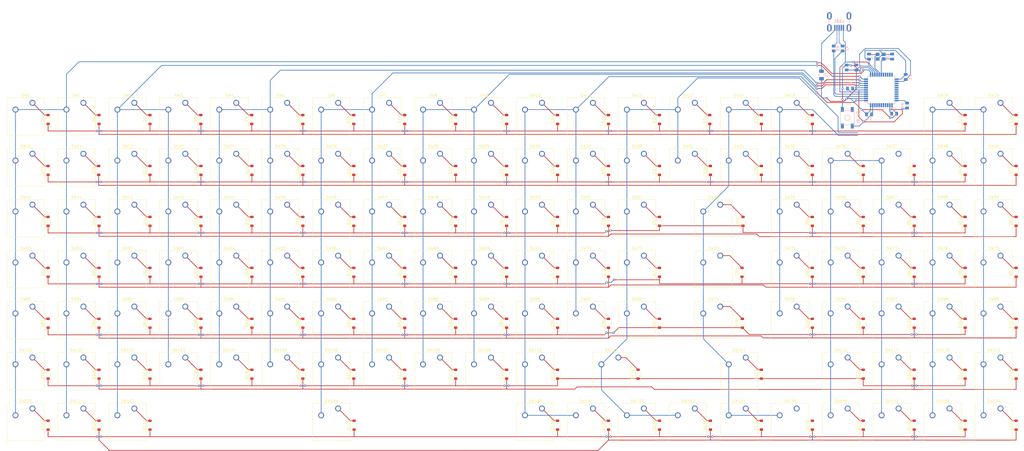
<source format=kicad_pcb>
(kicad_pcb (version 20221018) (generator pcbnew)
  (layers (0 "F.Cu" signal) (31 "B.Cu" signal) (34 "B.Paste" user) (35 "F.Paste" user) (36 "B.SilkS" user "B.Silkscreen") (37 "F.SilkS" user "F.Silkscreen") (38 "B.Mask" user) (39 "F.Mask" user) (44 "Edge.Cuts" user))
  (net 0 "")
  (net 1 "Net-(U1-UCAP)")
  (net 2 "GND")
  (net 3 "+5V")
  (net 4 "Net-(U1-XTAL1)")
  (net 5 "Net-(U1-XTAL2)")
  (net 6 "ROW_0")
  (net 7 "ROW_1")
  (net 8 "VCC")
  (net 9 "D-")
  (net 10 "D+")
  (net 11 "COL_0")
  (net 12 "COL_1")
  (net 13 "Net-(U1-~{HWB}{slash}PE2)")
  (net 14 "Net-(U1-D+)")
  (net 15 "Net-(U1-D-)")
  (net 16 "Net-(U1-~{RESET})")
  (net 39 "Net-(D5-A)")
  (net 40 "Net-(D6-A)")
  (net 41 "Net-(D7-A)")
  (net 42 "Net-(D8-A)")
  (net 43 "Net-(D9-A)")
  (net 44 "Net-(D10-A)")
  (net 45 "Net-(D11-A)")
  (net 46 "Net-(D12-A)")
  (net 47 "Net-(D13-A)")
  (net 48 "Net-(D14-A)")
  (net 49 "Net-(D15-A)")
  (net 50 "Net-(D16-A)")
  (net 51 "Net-(D17-A)")
  (net 52 "Net-(D18-A)")
  (net 53 "Net-(D19-A)")
  (net 54 "Net-(D20-A)")
  (net 55 "Net-(D23-A)")
  (net 56 "Net-(D24-A)")
  (net 57 "ROW_2")
  (net 58 "Net-(D25-A)")
  (net 59 "ROW_3")
  (net 60 "Net-(D26-A)")
  (net 61 "Net-(D27-A)")
  (net 62 "Net-(D28-A)")
  (net 63 "Net-(D29-A)")
  (net 64 "Net-(D30-A)")
  (net 65 "Net-(D31-A)")
  (net 66 "Net-(D32-A)")
  (net 67 "Net-(D33-A)")
  (net 68 "Net-(D34-A)")
  (net 69 "Net-(D35-A)")
  (net 70 "Net-(D36-A)")
  (net 71 "Net-(D37-A)")
  (net 72 "Net-(D38-A)")
  (net 73 "Net-(D39-A)")
  (net 74 "Net-(D40-A)")
  (net 75 "Net-(D41-A)")
  (net 76 "Net-(D42-A)")
  (net 77 "Net-(D43-A)")
  (net 78 "Net-(D44-A)")
  (net 79 "ROW_4")
  (net 80 "Net-(D45-A)")
  (net 81 "ROW_5")
  (net 82 "Net-(D46-A)")
  (net 83 "Net-(D47-A)")
  (net 84 "Net-(D48-A)")
  (net 85 "Net-(D49-A)")
  (net 86 "Net-(D50-A)")
  (net 87 "Net-(D51-A)")
  (net 88 "Net-(D52-A)")
  (net 89 "Net-(D53-A)")
  (net 90 "Net-(D54-A)")
  (net 91 "Net-(D55-A)")
  (net 92 "Net-(D56-A)")
  (net 93 "Net-(D57-A)")
  (net 94 "Net-(D58-A)")
  (net 95 "Net-(D60-A)")
  (net 96 "Net-(D61-A)")
  (net 97 "Net-(D62-A)")
  (net 98 "Net-(D63-A)")
  (net 99 "Net-(D64-A)")
  (net 100 "ROW_6")
  (net 101 "Net-(D65-A)")
  (net 102 "ROW_7")
  (net 103 "Net-(D66-A)")
  (net 104 "Net-(D67-A)")
  (net 105 "Net-(D68-A)")
  (net 106 "Net-(D69-A)")
  (net 107 "Net-(D70-A)")
  (net 108 "Net-(D71-A)")
  (net 109 "Net-(D72-A)")
  (net 110 "Net-(D73-A)")
  (net 111 "Net-(D74-A)")
  (net 112 "Net-(D75-A)")
  (net 113 "Net-(D76-A)")
  (net 114 "Net-(D77-A)")
  (net 115 "ROW_8")
  (net 116 "Net-(D79-A)")
  (net 117 "Net-(D80-A)")
  (net 118 "Net-(D81-A)")
  (net 119 "Net-(D82-A)")
  (net 120 "Net-(D83-A)")
  (net 121 "Net-(D84-A)")
  (net 122 "Net-(D85-A)")
  (net 123 "ROW_9")
  (net 124 "Net-(D86-A)")
  (net 125 "Net-(D87-A)")
  (net 126 "Net-(D88-A)")
  (net 127 "Net-(D89-A)")
  (net 128 "Net-(D90-A)")
  (net 129 "Net-(D91-A)")
  (net 130 "Net-(D92-A)")
  (net 131 "Net-(D93-A)")
  (net 132 "Net-(D94-A)")
  (net 133 "Net-(D95-A)")
  (net 134 "Net-(D96-A)")
  (net 135 "Net-(D97-A)")
  (net 136 "Net-(D100-A)")
  (net 137 "Net-(D101-A)")
  (net 138 "Net-(D102-A)")
  (net 139 "Net-(D103-A)")
  (net 140 "Net-(D104-A)")
  (net 141 "ROW_10")
  (net 142 "Net-(D105-A)")
  (net 143 "ROW_11")
  (net 144 "Net-(D106-A)")
  (net 145 "Net-(D107-A)")
  (net 146 "Net-(D108-A)")
  (net 147 "Net-(D109-A)")
  (net 148 "Net-(D110-A)")
  (net 149 "Net-(D111-A)")
  (net 150 "Net-(D112-A)")
  (net 151 "Net-(D113-A)")
  (net 152 "Net-(D114-A)")
  (net 153 "Net-(D115-A)")
  (net 154 "Net-(D116-A)")
  (net 155 "Net-(D119-A)")
  (net 156 "Net-(D121-A)")
  (net 157 "Net-(D122-A)")
  (net 158 "Net-(D123-A)")
  (net 159 "Net-(D124-A)")
  (net 160 "ROW_12")
  (net 161 "Net-(D125-A)")
  (net 162 "ROW_13")
  (net 163 "Net-(D126-A)")
  (net 164 "Net-(D127-A)")
  (net 165 "Net-(D131-A)")
  (net 166 "Net-(D135-A)")
  (net 167 "Net-(D136-A)")
  (net 168 "Net-(D137-A)")
  (net 169 "Net-(D138-A)")
  (net 170 "Net-(D139-A)")
  (net 171 "Net-(D140-A)")
  (net 172 "Net-(D141-A)")
  (net 173 "Net-(D142-A)")
  (net 174 "Net-(D143-A)")
  (net 175 "Net-(D144-A)")
  (net 176 "COL_2")
  (net 177 "COL_3")
  (net 178 "COL_4")
  (net 179 "COL_5")
  (net 180 "COL_6")
  (net 181 "COL_7")
  (net 182 "COL_9")
  (net 183 "COL_8")
  (net 184 "Net-(D1-A)")
  (footprint "Diode_SMD:D_SOD-123" (layer "F.Cu") (at 41.402 150.621 90)
    (fp_text reference "D65")
    (fp_text value "SOD-123")
  )
  (footprint "Button_Switch_Keyboard:SW_Cherry_MX_1.00u_PCB" (layer "F.Cu") (at 207.01 163.449)
    (fp_text reference "SW89")
    (fp_text value "SW_Push")
  )
  (footprint "Button_Switch_Keyboard:SW_Cherry_MX_1.00u_PCB" (layer "F.Cu") (at 54.61 201.549)
    (fp_text reference "SW121")
    (fp_text value "SW_Push")
  )
  (footprint "Button_Switch_Keyboard:SW_Cherry_MX_1.00u_PCB" (layer "F.Cu") (at 378.46 163.449)
    (fp_text reference "SW98")
    (fp_text value "SW_Push")
  )
  (footprint "Button_Switch_Keyboard:SW_Cherry_MX_1.00u_PCB" (layer "F.Cu") (at 226.06 201.549)
    (fp_text reference "SW130")
    (fp_text value "SW_Push")
  )
  (footprint "Button_Switch_Keyboard:SW_Cherry_MX_1.00u_PCB" (layer "F.Cu") (at 226.06 182.499)
    (fp_text reference "SW110")
    (fp_text value "SW_Push")
  )
  (footprint "Diode_SMD:D_SOD-123" (layer "F.Cu") (at 231.902 93.472 90)
    (fp_text reference "D15")
    (fp_text value "SOD-123")
  )
  (footprint "Button_Switch_Keyboard:SW_Cherry_MX_1.00u_PCB" (layer "F.Cu") (at 130.81 144.399)
    (fp_text reference "SW65")
    (fp_text value "SW_Push")
  )
  (footprint "Button_Switch_Keyboard:SW_Cherry_MX_1.00u_PCB" (layer "F.Cu") (at 226.06 87.249)
    (fp_text reference "SW10")
    (fp_text value "SW_Push")
  )
  (footprint "Diode_SMD:D_SOD-123" (layer "F.Cu") (at 117.554 93.472 90)
    (fp_text reference "D9")
    (fp_text value "SOD-123")
  )
  (footprint "Diode_SMD:D_SOD-123" (layer "F.Cu") (at 117.602 169.671 90)
    (fp_text reference "D89")
    (fp_text value "SOD-123")
  )
  (footprint "Button_Switch_Keyboard:SW_Cherry_MX_2.00u_PCB" (layer "F.Cu") (at 292.735 163.449)
    (fp_text reference "SW74")
    (fp_text value "SW_Push")
  )
  (footprint "Diode_SMD:D_SOD-123" (layer "F.Cu") (at 79.502 93.472 90)
    (fp_text reference "D7")
    (fp_text value "SOD-123")
  )
  (footprint "Button_Switch_Keyboard:SW_Cherry_MX_1.00u_PCB" (layer "F.Cu") (at 92.71 106.299)
    (fp_text reference "SW23")
    (fp_text value "SW_Push")
  )
  (footprint "Diode_SMD:D_SOD-123" (layer "F.Cu") (at 174.752 93.472 90)
    (fp_text reference "D12")
    (fp_text value "SOD-123")
  )
  (footprint "Button_Switch_Keyboard:SW_Cherry_MX_1.00u_PCB" (layer "F.Cu") (at 111.76 125.349)
    (fp_text reference "SW44")
    (fp_text value "SW_Push")
  )
  (footprint "Button_Switch_Keyboard:SW_Cherry_MX_1.00u_PCB" (layer "F.Cu") (at 302.26 87.249)
    (fp_text reference "SW14")
    (fp_text value "SW_Push")
  )
  (footprint "Diode_SMD:D_SOD-123" (layer "F.Cu") (at 117.602 112.522 90)
    (fp_text reference "D29")
    (fp_text value "SOD-123")
  )
  (footprint "Button_Switch_Keyboard:SW_Cherry_MX_1.00u_PCB" (layer "F.Cu") (at 187.96 125.349)
    (fp_text reference "SW48")
    (fp_text value "SW_Push")
  )
  (footprint "Diode_SMD:D_SOD-123" (layer "F.Cu") (at 231.902 169.672 90)
    (fp_text reference "D95")
    (fp_text value "SOD-123")
  )
  (footprint "Button_Switch_Keyboard:SW_Cherry_MX_1.00u_PCB" (layer "F.Cu") (at 130.81 106.299)
    (fp_text reference "SW25")
    (fp_text value "SW_Push")
  )
  (footprint "Button_Switch_Keyboard:SW_Cherry_MX_1.00u_PCB" (layer "F.Cu") (at 245.11 87.249)
    (fp_text reference "SW11")
    (fp_text value "SW_Push")
  )
  (footprint "Button_Switch_Keyboard:SW_Cherry_MX_1.00u_PCB" (layer "F.Cu") (at 35.56 87.249)
    (fp_text reference "SW0")
    (fp_text value "SW_Push")
  )
  (footprint "Diode_SMD:D_SOD-123" (layer "F.Cu") (at 212.852 188.722 90)
    (fp_text reference "D114")
    (fp_text value "SOD-123")
  )
  (footprint "Diode_SMD:D_SOD-123" (layer "F.Cu") (at 250.952 112.522 90)
    (fp_text reference "D36")
    (fp_text value "SOD-123")
  )
  (footprint "Diode_SMD:D_SOD-123" (layer "F.Cu") (at 117.602 150.622 90)
    (fp_text reference "D69")
    (fp_text value "SOD-123")
  )
  (footprint "Diode_SMD:D_SOD-123" (layer "F.Cu") (at 308.102 93.472 90)
    (fp_text reference "D19")
    (fp_text value "SOD-123")
  )
  (footprint "Diode_SMD:D_SOD-123" (layer "F.Cu") (at 174.752 112.521 90)
    (fp_text reference "D32")
    (fp_text value "SOD-123")
  )
  (footprint "Button_Switch_Keyboard:SW_Cherry_MX_1.00u_PCB" (layer "F.Cu") (at 54.61 125.349)
    (fp_text reference "SW41")
    (fp_text value "SW_Push")
  )
  (footprint "Diode_SMD:D_SOD-123" (layer "F.Cu") (at 327.152 150.622 90)
    (fp_text reference "D80")
    (fp_text value "SOD-123")
  )
  (footprint "Diode_SMD:D_SOD-123" (layer "F.Cu") (at 262.001 188.722 90)
    (fp_text reference "D116")
    (fp_text value "SOD-123")
  )
  (footprint "Diode_SMD:D_SOD-123" (layer "F.Cu") (at 346.202 188.722 90)
    (fp_text reference "D121")
    (fp_text value "SOD-123")
  )
  (footprint "Button_Switch_Keyboard:SW_Cherry_MX_1.00u_PCB" (layer "F.Cu") (at 187.96 87.249)
    (fp_text reference "SW8")
    (fp_text value "SW_Push")
  )
  (footprint "Diode_SMD:D_SOD-123" (layer "F.Cu") (at 384.302 112.522 90)
    (fp_text reference "D43")
    (fp_text value "SOD-123")
  )
  (footprint "Diode_SMD:D_SOD-123" (layer "F.Cu") (at 79.502 169.671 90)
    (fp_text reference "D87")
    (fp_text value "SOD-123")
  )
  (footprint "Button_Switch_Keyboard:SW_Cherry_MX_1.00u_PCB" (layer "F.Cu") (at 359.41 163.449)
    (fp_text reference "SW97")
    (fp_text value "SW_Push")
  )
  (footprint "Diode_SMD:D_SOD-123" (layer "F.Cu") (at 300.863 150.622 90)
    (fp_text reference "D1")
    (fp_text value "SOD-123")
  )
  (footprint "Button_Switch_Keyboard:SW_Cherry_MX_1.00u_PCB" (layer "F.Cu") (at 397.51 201.549)
    (fp_text reference "SW139")
    (fp_text value "SW_Push")
  )
  (footprint "Button_Switch_Keyboard:SW_Cherry_MX_1.00u_PCB" (layer "F.Cu") (at 378.46 201.549)
    (fp_text reference "SW138")
    (fp_text value "SW_Push")
  )
  (footprint "Button_Switch_Keyboard:SW_Cherry_MX_1.00u_PCB" (layer "F.Cu") (at 302.26 182.499)
    (fp_text reference "SW114")
    (fp_text value "SW_Push")
  )
  (footprint "Button_Switch_Keyboard:SW_Cherry_MX_1.00u_PCB" (layer "F.Cu") (at 283.21 201.549)
    (fp_text reference "SW133")
    (fp_text value "SW_Push")
  )
  (footprint "Button_Switch_Keyboard:SW_Cherry_MX_1.00u_PCB" (layer "F.Cu") (at 321.31 201.549)
    (fp_text reference "SW135")
    (fp_text value "SW_Push")
  )
  (footprint "Diode_SMD:D_SOD-123" (layer "F.Cu") (at 327.152 131.572 90)
    (fp_text reference "D60")
    (fp_text value "SOD-123")
  )
  (footprint "Diode_SMD:D_SOD-123" (layer "F.Cu") (at 300.99 169.671 90)
    (fp_text reference "D79")
    (fp_text value "SOD-123")
  )
  (footprint "Diode_SMD:D_SOD-123" (layer "F.Cu") (at 365.252 188.722 90)
    (fp_text reference "D122")
    (fp_text value "SOD-123")
  )
  (footprint "Diode_SMD:D_SOD-123" (layer "F.Cu") (at 174.752 169.672 90)
    (fp_text reference "D92")
    (fp_text value "SOD-123")
  )
  (footprint "Diode_SMD:D_SOD-123" (layer "F.Cu") (at 384.302 131.572 90)
    (fp_text reference "D63")
    (fp_text value "SOD-123")
  )
  (footprint "Diode_SMD:D_SOD-123" (layer "F.Cu") (at 41.402 169.671 90)
    (fp_text reference "D85")
    (fp_text value "SOD-123")
  )
  (footprint "Button_Switch_Keyboard:SW_Cherry_MX_1.00u_PCB" (layer "F.Cu") (at 207.01 144.399)
    (fp_text reference "SW69")
    (fp_text value "SW_Push")
  )
  (footprint "Diode_SMD:D_SOD-123" (layer "F.Cu") (at 60.452 93.472 90)
    (fp_text reference "D6")
    (fp_text value "SOD-123")
  )
  (footprint "Button_Switch_Keyboard:SW_Cherry_MX_1.00u_PCB" (layer "F.Cu") (at 359.41 125.349)
    (fp_text reference "SW57")
    (fp_text value "SW_Push")
  )
  (footprint "Button_Switch_Keyboard:SW_Cherry_MX_1.00u_PCB" (layer "F.Cu") (at 397.51 182.499)
    (fp_text reference "SW119")
    (fp_text value "SW_Push")
  )
  (footprint "Diode_SMD:D_SOD-123" (layer "F.Cu") (at 193.802 131.571 90)
    (fp_text reference "D53")
    (fp_text value "SOD-123")
  )
  (footprint "Diode_SMD:D_SOD-123" (layer "F.Cu") (at 301.244 131.572 90)
    (fp_text reference "D58")
    (fp_text value "SOD-123")
  )
  (footprint "Button_Switch_Keyboard:SW_Cherry_MX_2.00u_PCB" (layer "F.Cu") (at 254.635 182.499)
    (fp_text reference "SW111")
    (fp_text value "SW_Push")
  )
  (footprint "Button_Switch_Keyboard:SW_Cherry_MX_1.00u_PCB" (layer "F.Cu") (at 321.31 106.299)
    (fp_text reference "SW35")
    (fp_text value "SW_Push")
  )
  (footprint "Diode_SMD:D_SOD-123" (layer "F.Cu") (at 60.452 188.721 90)
    (fp_text reference "D106")
    (fp_text value "SOD-123")
  )
  (footprint "Button_Switch_Keyboard:SW_Cherry_MX_1.00u_PCB" (layer "F.Cu") (at 321.31 87.249)
    (fp_text reference "SW15")
    (fp_text value "SW_Push")
  )
  (footprint "Button_Switch_Keyboard:SW_Cherry_MX_1.00u_PCB" (layer "F.Cu") (at 302.26 106.299)
    (fp_text reference "SW34")
    (fp_text value "SW_Push")
  )
  (footprint "Diode_SMD:D_SOD-123" (layer "F.Cu") (at 117.602 131.571 90)
    (fp_text reference "D49")
    (fp_text value "SOD-123")
  )
  (footprint "Diode_SMD:D_SOD-123" (layer "F.Cu") (at 136.652 93.472 90)
    (fp_text reference "D10")
    (fp_text value "SOD-123")
  )
  (footprint "Button_Switch_Keyboard:SW_Cherry_MX_1.00u_PCB" (layer "F.Cu") (at 149.86 125.349)
    (fp_text reference "SW46")
    (fp_text value "SW_Push")
  )
  (footprint "Diode_SMD:D_SOD-123" (layer "F.Cu") (at 403.352 188.722 90)
    (fp_text reference "D124")
    (fp_text value "SOD-123")
  )
  (footprint "Diode_SMD:D_SOD-123" (layer "F.Cu") (at 288.798 93.472 90)
    (fp_text reference "D18")
    (fp_text value "SOD-123")
  )
  (footprint "Button_Switch_Keyboard:SW_Cherry_MX_1.00u_PCB" (layer "F.Cu") (at 149.86 144.399)
    (fp_text reference "SW66")
    (fp_text value "SW_Push")
  )
  (footprint "Button_Switch_Keyboard:SW_Cherry_MX_1.00u_PCB" (layer "F.Cu") (at 321.31 144.399)
    (fp_text reference "SW75")
    (fp_text value "SW_Push")
  )
  (footprint "Diode_SMD:D_SOD-123" (layer "F.Cu") (at 60.325 112.522 90)
    (fp_text reference "D26")
    (fp_text value "SOD-123")
  )
  (footprint "Diode_SMD:D_SOD-123" (layer "F.Cu") (at 136.652 150.622 90)
    (fp_text reference "D70")
    (fp_text value "SOD-123")
  )
  (footprint "Diode_SMD:D_SOD-123" (layer "F.Cu") (at 155.702 150.622 90)
    (fp_text reference "D71")
    (fp_text value "SOD-123")
  )
  (footprint "Diode_SMD:D_SOD-123" (layer "F.Cu") (at 212.852 93.472 90)
    (fp_text reference "D14")
    (fp_text value "SOD-123")
  )
  (footprint "Button_Switch_Keyboard:SW_Cherry_MX_1.00u_PCB" (layer "F.Cu") (at 245.11 125.349)
    (fp_text reference "SW51")
    (fp_text value "SW_Push")
  )
  (footprint "Button_Switch_Keyboard:SW_Cherry_MX_1.00u_PCB" (layer "F.Cu") (at 207.01 87.249)
    (fp_text reference "SW9")
    (fp_text value "SW_Push")
  )
  (footprint "Button_Switch_Keyboard:SW_Cherry_MX_1.00u_PCB" (layer "F.Cu") (at 226.06 144.399)
    (fp_text reference "SW70")
    (fp_text value "SW_Push")
  )
  (footprint "Button_Switch_Keyboard:SW_Cherry_MX_1.00u_PCB" (layer "F.Cu") (at 111.76 182.499)
    (fp_text reference "SW104")
    (fp_text value "SW_Push")
  )
  (footprint "Diode_SMD:D_SOD-123" (layer "F.Cu") (at 270.002 112.522 90)
    (fp_text reference "D37")
    (fp_text value "SOD-123")
  )
  (footprint "Button_Switch_Keyboard:SW_Cherry_MX_1.00u_PCB" (layer "F.Cu") (at 35.56 106.299)
    (fp_text reference "SW20")
    (fp_text value "SW_Push")
  )
  (footprint "Button_Switch_Keyboard:SW_Cherry_MX_1.00u_PCB" (layer "F.Cu") (at 378.46 106.299)
    (fp_text reference "SW38")
    (fp_text value "SW_Push")
  )
  (footprint "Diode_SMD:D_SOD-123" (layer "F.Cu") (at 193.802 93.472 90)
    (fp_text reference "D13")
    (fp_text value "SOD-123")
  )
  (footprint "Button_Switch_Keyboard:SW_Cherry_MX_1.00u_PCB" (layer "F.Cu") (at 264.16 163.449)
    (fp_text reference "SW92")
    (fp_text value "SW_Push")
  )
  (footprint "Diode_SMD:D_SOD-123" (layer "F.Cu") (at 98.552 131.571 90)
    (fp_text reference "D48")
    (fp_text value "SOD-123")
  )
  (footprint "Button_Switch_Keyboard:SW_Cherry_MX_1.00u_PCB" (layer "F.Cu") (at 187.96 182.499)
    (fp_text reference "SW108")
    (fp_text value "SW_Push")
  )
  (footprint "Button_Switch_Keyboard:SW_Cherry_MX_1.00u_PCB" (layer "F.Cu") (at 73.66 201.549)
    (fp_text reference "SW122")
    (fp_text value "SW_Push")
  )
  (footprint "Button_Switch_Keyboard:SW_Cherry_MX_1.00u_PCB" (layer "F.Cu") (at 283.21 106.292)
    (fp_text reference "SW33")
    (fp_text value "SW_Push")
  )
  (footprint "Diode_SMD:D_SOD-123" (layer "F.Cu") (at 250.952 131.571 90)
    (fp_text reference "D56")
    (fp_text value "SOD-123")
  )
  (footprint "Button_Switch_Keyboard:SW_Cherry_MX_1.00u_PCB" (layer "F.Cu") (at 397.51 125.349)
    (fp_text reference "SW59")
    (fp_text value "SW_Push")
  )
  (footprint "Diode_SMD:D_SOD-123" (layer "F.Cu") (at 79.502 150.622 90)
    (fp_text reference "D67")
    (fp_text value "SOD-123")
  )
  (footprint "Button_Switch_Keyboard:SW_Cherry_MX_1.00u_PCB" (layer "F.Cu") (at 245.11 144.399)
    (fp_text reference "SW71")
    (fp_text value "SW_Push")
  )
  (footprint "Diode_SMD:D_SOD-123" (layer "F.Cu") (at 193.802 188.722 90)
    (fp_text reference "D113")
    (fp_text value "SOD-123")
  )
  (footprint "Diode_SMD:D_SOD-123" (layer "F.Cu") (at 98.552 150.621 90)
    (fp_text reference "D68")
    (fp_text value "SOD-123")
  )
  (footprint "Diode_SMD:D_SOD-123" (layer "F.Cu") (at 212.852 169.672 90)
    (fp_text reference "D94")
    (fp_text value "SOD-123")
  )
  (footprint "Button_Switch_Keyboard:SW_Cherry_MX_1.00u_PCB" (layer "F.Cu") (at 168.91 163.449)
    (fp_text reference "SW87")
    (fp_text value "SW_Push")
  )
  (footprint "Button_Switch_Keyboard:SW_Cherry_MX_6.25u_PCB" (layer "F.Cu") (at 149.86 201.549)
    (fp_text reference "SW126")
    (fp_text value "SW_Push")
  )
  (footprint "Button_Switch_Keyboard:SW_Cherry_MX_1.00u_PCB" (layer "F.Cu") (at 73.66 163.449)
    (fp_text reference "SW82")
    (fp_text value "SW_Push")
  )
  (footprint "Diode_SMD:D_SOD-123" (layer "F.Cu") (at 308.102 112.522 90)
    (fp_text reference "D39")
    (fp_text value "SOD-123")
  )
  (footprint "Button_Switch_Keyboard:SW_Cherry_MX_1.00u_PCB" (layer "F.Cu") (at 111.76 87.249)
    (fp_text reference "SW4")
    (fp_text value "SW_Push")
  )
  (footprint "Button_Switch_Keyboard:SW_Cherry_MX_1.00u_PCB" (layer "F.Cu") (at 54.61 106.299)
    (fp_text reference "SW21")
    (fp_text value "SW_Push")
  )
  (footprint "Diode_SMD:D_SOD-123" (layer "F.Cu") (at 250.952 150.622 90)
    (fp_text reference "D76")
    (fp_text value "SOD-123")
  )
  (footprint "Button_Switch_Keyboard:SW_Cherry_MX_1.00u_PCB" (layer "F.Cu") (at 149.86 182.499)
    (fp_text reference "SW106")
    (fp_text value "SW_Push")
  )
  (footprint "Diode_SMD:D_SOD-123" (layer "F.Cu") (at 346.202 169.671 90)
    (fp_text reference "D101")
    (fp_text value "SOD-123")
  )
  (footprint "Button_Switch_Keyboard:SW_Cherry_MX_1.00u_PCB" (layer "F.Cu") (at 73.66 182.499)
    (fp_text reference "SW102")
    (fp_text value "SW_Push")
  )
  (footprint "Button_Switch_Keyboard:SW_Cherry_MX_1.00u_PCB" (layer "F.Cu") (at 149.86 163.449)
    (fp_text reference "SW86")
    (fp_text value "SW_Push")
  )
  (footprint "Diode_SMD:D_SOD-123" (layer "F.Cu") (at 60.452 150.622 90)
    (fp_text reference "D66")
    (fp_text value "SOD-123")
  )
  (footprint "Button_Switch_Keyboard:SW_Cherry_MX_1.00u_PCB" (layer "F.Cu") (at 35.56 201.549)
    (fp_text reference "SW120")
    (fp_text value "SW_Push")
  )
  (footprint "Button_Switch_Keyboard:SW_Cherry_MX_1.00u_PCB" (layer "F.Cu") (at 187.96 163.449)
    (fp_text reference "SW88")
    (fp_text value "SW_Push")
  )
  (footprint "Diode_SMD:D_SOD-123" (layer "F.Cu") (at 365.252 150.622 90)
    (fp_text reference "D82")
    (fp_text value "SOD-123")
  )
  (footprint "Button_Switch_Keyboard:SW_Cherry_MX_1.00u_PCB" (layer "F.Cu") (at 92.71 87.249)
    (fp_text reference "SW3")
    (fp_text value "SW_Push")
  )
  (footprint "Diode_SMD:D_SOD-123" (layer "F.Cu") (at 231.902 188.722 90)
    (fp_text reference "D115")
    (fp_text value "SOD-123")
  )
  (footprint "Diode_SMD:D_SOD-123" (layer "F.Cu") (at 174.752 188.722 90)
    (fp_text reference "D112")
    (fp_text value "SOD-123")
  )
  (footprint "Button_Switch_Keyboard:SW_Cherry_MX_1.00u_PCB" (layer "F.Cu") (at 245.11 201.549)
    (fp_text reference "SW131")
    (fp_text value "SW_Push")
  )
  (footprint "Button_Switch_Keyboard:SW_Cherry_MX_1.00u_PCB" (layer "F.Cu") (at 264.16 144.399)
    (fp_text reference "SW72")
    (fp_text value "SW_Push")
  )
  (footprint "Diode_SMD:D_SOD-123" (layer "F.Cu") (at 79.502 188.721 90)
    (fp_text reference "D107")
    (fp_text value "SOD-123")
  )
  (footprint "Button_Switch_Keyboard:SW_Cherry_MX_1.00u_PCB" (layer "F.Cu") (at 378.46 87.249)
    (fp_text reference "SW18")
    (fp_text value "SW_Push")
  )
  (footprint "Button_Switch_Keyboard:SW_Cherry_MX_1.00u_PCB" (layer "F.Cu") (at 35.56 163.449)
    (fp_text reference "SW80")
    (fp_text value "SW_Push")
  )
  (footprint "Button_Switch_Keyboard:SW_Cherry_MX_1.00u_PCB" (layer "F.Cu") (at 54.61 163.449)
    (fp_text reference "SW81")
    (fp_text value "SW_Push")
  )
  (footprint "Diode_SMD:D_SOD-123" (layer "F.Cu") (at 60.452 169.671 90)
    (fp_text reference "D86")
    (fp_text value "SOD-123")
  )
  (footprint "Button_Switch_Keyboard:SW_Cherry_MX_1.00u_PCB" (layer "F.Cu") (at 245.11 106.299)
    (fp_text reference "SW31")
    (fp_text value "SW_Push")
  )
  (footprint "Diode_SMD:D_SOD-123" (layer "F.Cu") (at 212.852 112.521 90)
    (fp_text reference "D34")
    (fp_text value "SOD-123")
  )
  (footprint "Diode_SMD:D_SOD-123" (layer "F.Cu") (at 155.702 93.472 90)
    (fp_text reference "D11")
    (fp_text value "SOD-123")
  )
  (footprint "Button_Switch_Keyboard:SW_Cherry_MX_1.00u_PCB" (layer "F.Cu") (at 397.51 144.399)
    (fp_text reference "SW79")
    (fp_text value "SW_Push")
  )
  (footprint "Button_Switch_Keyboard:SW_Cherry_MX_1.00u_PCB" (layer "F.Cu") (at 168.91 106.299)
    (fp_text reference "SW27")
    (fp_text value "SW_Push")
  )
  (footprint "Diode_SMD:D_SOD-123" (layer "F.Cu") (at 212.852 150.622 90)
    (fp_text reference "D74")
    (fp_text value "SOD-123")
  )
  (footprint "Diode_SMD:D_SOD-123" (layer "F.Cu") (at 60.452 131.572 90)
    (fp_text reference "D46")
    (fp_text value "SOD-123")
  )
  (footprint "Button_Switch_Keyboard:SW_Cherry_MX_1.00u_PCB" (layer "F.Cu") (at 378.46 144.399)
    (fp_text reference "SW78")
    (fp_text value "SW_Push")
  )
  (footprint "Button_Switch_Keyboard:SW_Cherry_MX_1.00u_PCB" (layer "F.Cu") (at 111.76 163.449)
    (fp_text reference "SW84")
    (fp_text value "SW_Push")
  )
  (footprint "Diode_SMD:D_SOD-123" (layer "F.Cu") (at 270.002 207.772 90)
    (fp_text reference "D137")
    (fp_text value "SOD-123")
  )
  (footprint "Diode_SMD:D_SOD-123" (layer "F.Cu") (at 346.202 207.772 90)
    (fp_text reference "D141")
    (fp_text value "SOD-123")
  )
  (footprint "Button_Switch_Keyboard:SW_Cherry_MX_1.00u_PCB" (layer "F.Cu") (at 54.61 182.499)
    (fp_text reference "SW101")
    (fp_text value "SW_Push")
  )
  (footprint "Diode_SMD:D_SOD-123" (layer "F.Cu") (at 327.152 112.522 90)
    (fp_text reference "D40")
    (fp_text value "SOD-123")
  )
  (footprint "Button_Switch_Keyboard:SW_Cherry_MX_1.00u_PCB" (layer "F.Cu") (at 187.96 144.399)
    (fp_text reference "SW68")
    (fp_text value "SW_Push")
  )
  (footprint "Diode_SMD:D_SOD-123" (layer "F.Cu") (at 174.752 131.572 90)
    (fp_text reference "D52")
    (fp_text value "SOD-123")
  )
  (footprint "Button_Switch_Keyboard:SW_Cherry_MX_1.00u_PCB" (layer "F.Cu") (at 168.91 144.399)
    (fp_text reference "SW67")
    (fp_text value "SW_Push")
  )
  (footprint "Diode_SMD:D_SOD-123" (layer "F.Cu") (at 384.302 93.472 90)
    (fp_text reference "D23")
    (fp_text value "SOD-123")
  )
  (footprint "Diode_SMD:D_SOD-123" (layer "F.Cu") (at 155.702 131.572 90)
    (fp_text reference "D51")
    (fp_text value "SOD-123")
  )
  (footprint "Diode_SMD:D_SOD-123" (layer "F.Cu") (at 346.202 131.571 90)
    (fp_text reference "D61")
    (fp_text value "SOD-123")
  )
  (footprint "Button_Switch_Keyboard:SW_Cherry_MX_1.00u_PCB" (layer "F.Cu") (at 264.16 87.249)
    (fp_text reference "SW12")
    (fp_text value "SW_Push")
  )
  (footprint "Button_Switch_Keyboard:SW_Cherry_MX_1.00u_PCB" (layer "F.Cu") (at 340.36 144.399)
    (fp_text reference "SW76")
    (fp_text value "SW_Push")
  )
  (footprint "Button_Switch_Keyboard:SW_Cherry_MX_1.00u_PCB" (layer "F.Cu") (at 35.56 182.499)
    (fp_text reference "SW100")
    (fp_text value "SW_Push")
  )
  (footprint "Diode_SMD:D_SOD-123" (layer "F.Cu") (at 79.502 131.572 90)
    (fp_text reference "D47")
    (fp_text value "SOD-123")
  )
  (footprint "Diode_SMD:D_SOD-123" (layer "F.Cu") (at 41.402 207.772 90)
    (fp_text reference "D125")
    (fp_text value "SOD-123")
  )
  (footprint "Button_Switch_Keyboard:SW_Cherry_MX_1.00u_PCB" (layer "F.Cu") (at 35.56 125.349)
    (fp_text reference "SW40")
    (fp_text value "SW_Push")
  )
  (footprint "Button_Switch_Keyboard:SW_Cherry_MX_1.00u_PCB" (layer "F.Cu") (at 92.71 125.349)
    (fp_text reference "SW43")
    (fp_text value "SW_Push")
  )
  (footprint "Diode_SMD:D_SOD-123" (layer "F.Cu") (at 193.802 112.521 90)
    (fp_text reference "D33")
    (fp_text value "SOD-123")
  )
  (footprint "Button_Switch_Keyboard:SW_Cherry_MX_1.00u_PCB" (layer "F.Cu") (at 111.76 106.299)
    (fp_text reference "SW24")
    (fp_text value "SW_Push")
  )
  (footprint "Diode_SMD:D_SOD-123" (layer "F.Cu") (at 174.752 150.622 90)
    (fp_text reference "D72")
    (fp_text value "SOD-123")
  )
  (footprint "Diode_SMD:D_SOD-123" (layer "F.Cu") (at 270.002 150.622 90)
    (fp_text reference "D77")
    (fp_text value "SOD-123")
  )
  (footprint "Button_Switch_Keyboard:SW_Cherry_MX_1.00u_PCB" (layer "F.Cu") (at 340.36 125.349)
    (fp_text reference "SW56")
    (fp_text value "SW_Push")
  )
  (footprint "Button_Switch_Keyboard:SW_Cherry_MX_1.00u_PCB" (layer "F.Cu") (at 340.36 106.299)
    (fp_text reference "SW36")
    (fp_text value "SW_Push")
  )
  (footprint "Diode_SMD:D_SOD-123" (layer "F.Cu") (at 308.102 188.722 90)
    (fp_text reference "D119")
    (fp_text value "SOD-123")
  )
  (footprint "Diode_SMD:D_SOD-123" (layer "F.Cu") (at 193.802 150.622 90)
    (fp_text reference "D73")
    (fp_text value "SOD-123")
  )
  (footprint "Diode_SMD:D_SOD-123" (layer "F.Cu") (at 346.202 112.522 90)
    (fp_text reference "D41")
    (fp_text value "SOD-123")
  )
  (footprint "Diode_SMD:D_SOD-123" (layer "F.Cu") (at 384.302 207.772 90)
    (fp_text reference "D143")
    (fp_text value "SOD-123")
  )
  (footprint "Diode_SMD:D_SOD-123" (layer "F.Cu") (at 155.829 207.772 90)
    (fp_text reference "D131")
    (fp_text value "SOD-123")
  )
  (footprint "Diode_SMD:D_SOD-123" (layer "F.Cu") (at 308.102 207.772 90)
    (fp_text reference "D139")
    (fp_text value "SOD-123")
  )
  (footprint "Button_Switch_Keyboard:SW_Cherry_MX_1.00u_PCB" (layer "F.Cu") (at 359.41 201.549)
    (fp_text reference "SW137")
    (fp_text value "SW_Push")
  )
  (footprint "Button_Switch_Keyboard:SW_Cherry_MX_1.00u_PCB" (layer "F.Cu") (at 340.36 182.499)
    (fp_text reference "SW116")
    (fp_text value "SW_Push")
  )
  (footprint "Button_Switch_Keyboard:SW_Cherry_MX_1.00u_PCB" (layer "F.Cu") (at 226.06 125.349)
    (fp_text reference "SW50")
    (fp_text value "SW_Push")
  )
  (footprint "Button_Switch_Keyboard:SW_Cherry_MX_1.00u_PCB" (layer "F.Cu") (at 245.11 163.449)
    (fp_text reference "SW91")
    (fp_text value "SW_Push")
  )
  (footprint "Diode_SMD:D_SOD-123" (layer "F.Cu") (at 98.552 112.522 90)
    (fp_text reference "D28")
    (fp_text value "SOD-123")
  )
  (footprint "Diode_SMD:D_SOD-123" (layer "F.Cu") (at 136.652 131.572 90)
    (fp_text reference "D50")
    (fp_text value "SOD-123")
  )
  (footprint "Diode_SMD:D_SOD-123" (layer "F.Cu") (at 155.702 169.672 90)
    (fp_text reference "D91")
    (fp_text value "SOD-123")
  )
  (footprint "Button_Switch_Keyboard:SW_Cherry_MX_1.00u_PCB" (layer "F.Cu") (at 207.01 125.349)
    (fp_text reference "SW49")
    (fp_text value "SW_Push")
  )
  (footprint "Button_Switch_Keyboard:SW_Cherry_MX_1.00u_PCB" (layer "F.Cu") (at 226.06 163.449)
    (fp_text reference "SW90")
    (fp_text value "SW_Push")
  )
  (footprint "Diode_SMD:D_SOD-123" (layer "F.Cu") (at 327.152 207.772 90)
    (fp_text reference "D140")
    (fp_text value "SOD-123")
  )
  (footprint "Diode_SMD:D_SOD-123" (layer "F.Cu") (at 136.652 188.722 90)
    (fp_text reference "D110")
    (fp_text value "SOD-123")
  )
  (footprint "Diode_SMD:D_SOD-123" (layer "F.Cu") (at 270.002 93.472 90)
    (fp_text reference "D17")
    (fp_text value "SOD-123")
  )
  (footprint "Button_Switch_Keyboard:SW_Cherry_MX_1.00u_PCB" (layer "F.Cu") (at 226.06 106.299)
    (fp_text reference "SW30")
    (fp_text value "SW_Push")
  )
  (footprint "Button_Switch_Keyboard:SW_Cherry_MX_1.00u_PCB" (layer "F.Cu") (at 149.86 106.299)
    (fp_text reference "SW26")
    (fp_text value "SW_Push")
  )
  (footprint "Button_Switch_Keyboard:SW_Cherry_MX_1.00u_PCB" (layer "F.Cu") (at 340.36 163.449)
    (fp_text reference "SW96")
    (fp_text value "SW_Push")
  )
  (footprint "Diode_SMD:D_SOD-123" (layer "F.Cu") (at 250.952 169.672 90)
    (fp_text reference "D96")
    (fp_text value "SOD-123")
  )
  (footprint "Diode_SMD:D_SOD-123" (layer "F.Cu") (at 403.352 93.472 90)
    (fp_text reference "D24")
    (fp_text value "SOD-123")
  )
  (footprint "Diode_SMD:D_SOD-123" (layer "F.Cu") (at 79.502 207.772 90)
    (fp_text reference "D127")
    (fp_text value "SOD-123")
  )
  (footprint "Diode_SMD:D_SOD-123" (layer "F.Cu") (at 346.202 150.622 90)
    (fp_text reference "D81")
    (fp_text value "SOD-123")
  )
  (footprint "Diode_SMD:D_SOD-123" (layer "F.Cu") (at 403.352 131.572 90)
    (fp_text reference "D64")
    (fp_text value "SOD-123")
  )
  (footprint "Diode_SMD:D_SOD-123" (layer "F.Cu") (at 403.352 169.671 90)
    (fp_text reference "D104")
    (fp_text value "SOD-123")
  )
  (footprint "Button_Switch_Keyboard:SW_Cherry_MX_1.00u_PCB" (layer "F.Cu") (at 321.31 125.349)
    (fp_text reference "SW55")
    (fp_text value "SW_Push")
  )
  (footprint "Button_Switch_Keyboard:SW_Cherry_MX_1.00u_PCB" (layer "F.Cu") (at 378.46 182.499)
    (fp_text reference "SW118")
    (fp_text value "SW_Push")
  )
  (footprint "Button_Switch_Keyboard:SW_Cherry_MX_1.00u_PCB" (layer "F.Cu") (at 54.61 87.249)
    (fp_text reference "SW1")
    (fp_text value "SW_Push")
  )
  (footprint "Diode_SMD:D_SOD-123" (layer "F.Cu") (at 250.952 93.472 90)
    (fp_text reference "D16")
    (fp_text value "SOD-123")
  )
  (footprint "Diode_SMD:D_SOD-123" (layer "F.Cu") (at 403.352 150.622 90)
    (fp_text reference "D84")
    (fp_text value "SOD-123")
  )
  (footprint "Diode_SMD:D_SOD-123" (layer "F.Cu") (at 231.902 131.571 90)
    (fp_text reference "D55")
    (fp_text value "SOD-123")
  )
  (footprint "Button_Switch_Keyboard:SW_Cherry_MX_1.00u_PCB" (layer "F.Cu") (at 168.91 182.499)
    (fp_text reference "SW107")
    (fp_text value "SW_Push")
  )
  (footprint "Diode_SMD:D_SOD-123" (layer "F.Cu") (at 41.402 188.721 90)
    (fp_text reference "D105")
    (fp_text value "SOD-123")
  )
  (footprint "Button_Switch_Keyboard:SW_Cherry_MX_1.00u_PCB" (layer "F.Cu") (at 111.76 144.399)
    (fp_text reference "SW64")
    (fp_text value "SW_Push")
  )
  (footprint "Diode_SMD:D_SOD-123" (layer "F.Cu") (at 136.652 169.672 90)
    (fp_text reference "D90")
    (fp_text value "SOD-123")
  )
  (footprint "Diode_SMD:D_SOD-123" (layer "F.Cu") (at 98.552 169.671 90)
    (fp_text reference "D88")
    (fp_text value "SOD-123")
  )
  (footprint "Button_Switch_Keyboard:SW_Cherry_MX_1.00u_PCB" (layer "F.Cu") (at 397.51 87.249)
    (fp_text reference "SW19")
    (fp_text value "SW_Push")
  )
  (footprint "Diode_SMD:D_SOD-123" (layer "F.Cu") (at 41.402 131.572 90)
    (fp_text reference "D45")
    (fp_text value "SOD-123")
  )
  (footprint "Diode_SMD:D_SOD-123" (layer "F.Cu") (at 79.502 112.522 90)
    (fp_text reference "D27")
    (fp_text value "SOD-123")
  )
  (footprint "Button_Switch_Keyboard:SW_Cherry_MX_1.00u_PCB" (layer "F.Cu") (at 378.46 125.349)
    (fp_text reference "SW58")
    (fp_text value "SW_Push")
  )
  (footprint "Button_Switch_Keyboard:SW_Cherry_MX_1.00u_PCB" (layer "F.Cu") (at 397.51 106.299)
    (fp_text reference "SW39")
    (fp_text value "SW_Push")
  )
  (footprint "Diode_SMD:D_SOD-123" (layer "F.Cu") (at 250.952 207.772 90)
    (fp_text reference "D136")
    (fp_text value "SOD-123")
  )
  (footprint "Diode_SMD:D_SOD-123" (layer "F.Cu") (at 270.002 169.672 90)
    (fp_text reference "D97")
    (fp_text value "SOD-123")
  )
  (footprint "Diode_SMD:D_SOD-123" (layer "F.Cu") (at 327.152 93.472 90)
    (fp_text reference "D20")
    (fp_text value "SOD-123")
  )
  (footprint "Diode_SMD:D_SOD-123" (layer "F.Cu") (at 365.252 207.772 90)
    (fp_text reference "D142")
    (fp_text value "SOD-123")
  )
  (footprint "Diode_SMD:D_SOD-123" (layer "F.Cu") (at 365.252 131.571 90)
    (fp_text reference "D62")
    (fp_text value "SOD-123")
  )
  (footprint "Diode_SMD:D_SOD-123" (layer "F.Cu") (at 155.702 188.722 90)
    (fp_text reference "D111")
    (fp_text value "SOD-123")
  )
  (footprint "Diode_SMD:D_SOD-123" (layer "F.Cu") (at 41.402 112.522 90)
    (fp_text reference "D25")
    (fp_text value "SOD-123")
  )
  (footprint "Diode_SMD:D_SOD-123" (layer "F.Cu") (at 327.152 169.672 90)
    (fp_text reference "D100")
    (fp_text value "SOD-123")
  )
  (footprint "Button_Switch_Keyboard:SW_Cherry_MX_1.00u_PCB" (layer "F.Cu") (at 54.61 144.399)
    (fp_text reference "SW61")
    (fp_text value "SW_Push")
  )
  (footprint "Button_Switch_Keyboard:SW_Cherry_MX_2.00u_PCB" (layer "F.Cu") (at 292.735 125.352)
    (fp_text reference "SW53")
    (fp_text value "SW_Push")
  )
  (footprint "Button_Switch_Keyboard:SW_Cherry_MX_1.00u_PCB" (layer "F.Cu") (at 264.16 201.549)
    (fp_text reference "SW132")
    (fp_text value "SW_Push")
  )
  (footprint "Diode_SMD:D_SOD-123" (layer "F.Cu") (at 98.552 188.721 90)
    (fp_text reference "D108")
    (fp_text value "SOD-123")
  )
  (footprint "Diode_SMD:D_SOD-123" (layer "F.Cu") (at 231.902 112.522 90)
    (fp_text reference "D35")
    (fp_text value "SOD-123")
  )
  (footprint "Diode_SMD:D_SOD-123" (layer "F.Cu") (at 41.402 93.472 90)
    (fp_text reference "D5")
    (fp_text value "SOD-123")
  )
  (footprint "Diode_SMD:D_SOD-123" (layer "F.Cu") (at 384.302 169.671 90)
    (fp_text reference "D103")
    (fp_text value "SOD-123")
  )
  (footprint "Button_Switch_Keyboard:SW_Cherry_MX_1.00u_PCB" (layer "F.Cu") (at 92.71 182.499)
    (fp_text reference "SW103")
    (fp_text value "SW_Push")
  )
  (footprint "Button_Switch_Keyboard:SW_Cherry_MX_2.00u_PCB" (layer "F.Cu") (at 292.735 144.399)
    (fp_text reference "SW16")
    (fp_text value "SW_Push")
  )
  (footprint "Button_Switch_Keyboard:SW_Cherry_MX_1.00u_PCB" (layer "F.Cu") (at 207.01 106.299)
    (fp_text reference "SW29")
    (fp_text value "SW_Push")
  )
  (footprint "Button_Switch_Keyboard:SW_Cherry_MX_1.00u_PCB" (layer "F.Cu") (at 149.86 87.249)
    (fp_text reference "SW6")
    (fp_text value "SW_Push")
  )
  (footprint "Button_Switch_Keyboard:SW_Cherry_MX_1.00u_PCB" (layer "F.Cu") (at 168.91 87.249)
    (fp_text reference "SW7")
    (fp_text value "SW_Push")
  )
  (footprint "Button_Switch_Keyboard:SW_Cherry_MX_1.00u_PCB" (layer "F.Cu") (at 92.71 163.449)
    (fp_text reference "SW83")
    (fp_text value "SW_Push")
  )
  (footprint "Button_Switch_Keyboard:SW_Cherry_MX_1.00u_PCB" (layer "F.Cu") (at 397.51 163.449)
    (fp_text reference "SW99")
    (fp_text value "SW_Push")
  )
  (footprint "Diode_SMD:D_SOD-123" (layer "F.Cu") (at 403.352 207.772 90)
    (fp_text reference "D144")
    (fp_text value "SOD-123")
  )
  (footprint "Diode_SMD:D_SOD-123" (layer "F.Cu") (at 384.302 150.622 90)
    (fp_text reference "D83")
    (fp_text value "SOD-123")
  )
  (footprint "Diode_SMD:D_SOD-123" (layer "F.Cu") (at 289.052 112.522 90)
    (fp_text reference "D38")
    (fp_text value "SOD-123")
  )
  (footprint "Diode_SMD:D_SOD-123" (layer "F.Cu") (at 136.652 112.522 90)
    (fp_text reference "D30")
    (fp_text value "SOD-123")
  )
  (footprint "Diode_SMD:D_SOD-123" (layer "F.Cu") (at 365.252 112.522 90)
    (fp_text reference "D42")
    (fp_text value "SOD-123")
  )
  (footprint "Diode_SMD:D_SOD-123" (layer "F.Cu") (at 98.504 93.472 90)
    (fp_text reference "D8")
    (fp_text value "SOD-123")
  )
  (footprint "Button_Switch_Keyboard:SW_Cherry_MX_1.00u_PCB" (layer "F.Cu") (at 340.36 201.549)
    (fp_text reference "SW136")
    (fp_text value "SW_Push")
  )
  (footprint "Diode_SMD:D_SOD-123" (layer "F.Cu") (at 117.602 188.721 90)
    (fp_text reference "D109")
    (fp_text value "SOD-123")
  )
  (footprint "Diode_SMD:D_SOD-123" (layer "F.Cu") (at 60.452 207.772 90)
    (fp_text reference "D126")
    (fp_text value "SOD-123")
  )
  (footprint "Button_Switch_Keyboard:SW_Cherry_MX_1.00u_PCB" (layer "F.Cu") (at 359.41 182.499)
    (fp_text reference "SW117")
    (fp_text value "SW_Push")
  )
  (footprint "Diode_SMD:D_SOD-123" (layer "F.Cu") (at 365.252 169.671 90)
    (fp_text reference "D102")
    (fp_text value "SOD-123")
  )
  (footprint "Button_Switch_Keyboard:SW_Cherry_MX_1.00u_PCB" (layer "F.Cu") (at 302.26 201.549)
    (fp_text reference "SW134")
    (fp_text value "SW_Push")
  )
  (footprint "Diode_SMD:D_SOD-123" (layer "F.Cu") (at 270.002 131.571 90)
    (fp_text reference "D57")
    (fp_text value "SOD-123")
  )
  (footprint "Button_Switch_Keyboard:SW_Cherry_MX_1.00u_PCB" (layer "F.Cu") (at 130.81 125.349)
    (fp_text reference "SW45")
    (fp_text value "SW_Push")
  )
  (footprint "Diode_SMD:D_SOD-123" (layer "F.Cu") (at 403.352 112.522 90)
    (fp_text reference "D44")
    (fp_text value "SOD-123")
  )
  (footprint "Button_Switch_Keyboard:SW_Cherry_MX_1.00u_PCB" (layer "F.Cu") (at 73.66 87.249)
    (fp_text reference "SW2")
    (fp_text value "SW_Push")
  )
  (footprint "Button_Switch_Keyboard:SW_Cherry_MX_1.00u_PCB" (layer "F.Cu") (at 73.66 106.299)
    (fp_text reference "SW22")
    (fp_text value "SW_Push")
  )
  (footprint "Button_Switch_Keyboard:SW_Cherry_MX_1.00u_PCB" (layer "F.Cu") (at 207.01 182.499)
    (fp_text reference "SW109")
    (fp_text value "SW_Push")
  )
  (footprint "Button_Switch_Keyboard:SW_Cherry_MX_1.00u_PCB" (layer "F.Cu") (at 187.96 106.299)
    (fp_text reference "SW28")
    (fp_text value "SW_Push")
  )
  (footprint "Button_Switch_Keyboard:SW_Cherry_MX_1.00u_PCB" (layer "F.Cu") (at 130.81 182.499)
    (fp_text reference "SW105")
    (fp_text value "SW_Push")
  )
  (footprint "Diode_SMD:D_SOD-123" (layer "F.Cu") (at 193.802 169.672 90)
    (fp_text reference "D93")
    (fp_text value "SOD-123")
  )
  (footprint "Diode_SMD:D_SOD-123" (layer "F.Cu") (at 212.852 131.572 90)
    (fp_text reference "D54")
    (fp_text value "SOD-123")
  )
  (footprint "Diode_SMD:D_SOD-123" (layer "F.Cu") (at 231.902 207.772 90)
    (fp_text reference "D135")
    (fp_text value "SOD-123")
  )
  (footprint "Button_Switch_Keyboard:SW_Cherry_MX_1.00u_PCB" (layer "F.Cu") (at 359.41 106.299)
    (fp_text reference "SW37")
    (fp_text value "SW_Push")
  )
  (footprint "Button_Switch_Keyboard:SW_Cherry_MX_1.00u_PCB" (layer "F.Cu") (at 359.41 144.399)
    (fp_text reference "SW77")
    (fp_text value "SW_Push")
  )
  (footprint "Button_Switch_Keyboard:SW_Cherry_MX_1.00u_PCB" (layer "F.Cu") (at 35.56 144.399)
    (fp_text reference "SW60")
    (fp_text value "SW_Push")
  )
  (footprint "Button_Switch_Keyboard:SW_Cherry_MX_1.00u_PCB" (layer "F.Cu") (at 130.81 163.442)
    (fp_text reference "SW85")
    (fp_text value "SW_Push")
  )
  (footprint "Button_Switch_Keyboard:SW_Cherry_MX_1.00u_PCB" (layer "F.Cu") (at 168.91 125.349)
    (fp_text reference "SW47")
    (fp_text value "SW_Push")
  )
  (footprint "Button_Switch_Keyboard:SW_Cherry_MX_1.00u_PCB" (layer "F.Cu") (at 73.66 144.399)
    (fp_text reference "SW62")
    (fp_text value "SW_Push")
  )
  (footprint "Diode_SMD:D_SOD-123" (layer "F.Cu") (at 289.052 207.772 90)
    (fp_text reference "D138")
    (fp_text value "SOD-123")
  )
  (footprint "Diode_SMD:D_SOD-123" (layer "F.Cu") (at 155.702 112.522 90)
    (fp_text reference "D31")
    (fp_text value "SOD-123")
  )
  (footprint "Button_Switch_Keyboard:SW_Cherry_MX_1.00u_PCB" (layer "F.Cu") (at 283.21 87.249)
    (fp_text reference "SW13")
    (fp_text value "SW_Push")
  )
  (footprint "Button_Switch_Keyboard:SW_Cherry_MX_1.00u_PCB" (layer "F.Cu") (at 321.31 163.449)
    (fp_text reference "SW95")
    (fp_text value "SW_Push")
  )
  (footprint "Button_Switch_Keyboard:SW_Cherry_MX_1.00u_PCB" (layer "F.Cu") (at 264.16 125.349)
    (fp_text reference "SW52")
    (fp_text value "SW_Push")
  )
  (footprint "Button_Switch_Keyboard:SW_Cherry_MX_1.00u_PCB" (layer "F.Cu") (at 130.81 87.249)
    (fp_text reference "SW5")
    (fp_text value "SW_Push")
  )
  (footprint "Diode_SMD:D_SOD-123" (layer "F.Cu") (at 231.902 150.622 90)
    (fp_text reference "D75")
    (fp_text value "SOD-123")
  )
  (footprint "Diode_SMD:D_SOD-123" (layer "F.Cu") (at 384.302 188.722 90)
    (fp_text reference "D123")
    (fp_text value "SOD-123")
  )
  (footprint "Button_Switch_Keyboard:SW_Cherry_MX_1.00u_PCB" (layer "F.Cu") (at 73.66 125.349)
    (fp_text reference "SW42")
    (fp_text value "SW_Push")
  )
  (footprint "Button_Switch_Keyboard:SW_Cherry_MX_1.00u_PCB" (layer "F.Cu") (at 92.71 144.399)
    (fp_text reference "SW63")
    (fp_text value "SW_Push")
  )
  (footprint "Button_Switch_Keyboard:SW_Cherry_MX_1.00u_PCB" (layer "F.Cu") (at 264.16 106.299)
    (fp_text reference "SW32")
    (fp_text value "SW_Push")
  )
  (footprint "Resistor_SMD:R_0805_2012Metric" (layer "B.Cu") (at 362.585 88.265 -90)
    (fp_text reference "R1")
    (fp_text value "10k")
  )
  (footprint "Package_QFP:TQFP-44_10x10mm_P0.8mm" (layer "B.Cu") (at 352.933 82.423)
    (fp_text reference "U1")
    (fp_text value "ATmega32U4-A")
  )
  (footprint "Crystal:Crystal_SMD_3225-4Pin_3.2x2.5mm" (layer "B.Cu") (at 352.679 69.977 180)
    (fp_text reference "Y1")
    (fp_text value "16MHz")
  )
  (footprint "Capacitor_SMD:C_0805_2012Metric" (layer "B.Cu") (at 357.759 91.313 180)
    (fp_text reference "C2")
    (fp_text value "0.1uF")
  )
  (footprint "random-keyboard-parts.pretty-master:SKQG-1155865" (layer "B.Cu") (at 340.233 92.837 -90)
    (fp_text reference "SW_R1")
    (fp_text value "SW_Push")
  )
  (footprint "Capacitor_SMD:C_0805_2012Metric" (layer "B.Cu") (at 348.361 69.977 90)
    (fp_text reference "C7")
    (fp_text value "22pF")
  )
  (footprint "Capacitor_SMD:C_0805_2012Metric" (layer "B.Cu") (at 341.249 81.915 180)
    (fp_text reference "C1")
    (fp_text value "1uF")
  )
  (footprint "Fuse:Fuse_1206_3216Metric" (layer "B.Cu") (at 330.581 76.835 90)
    (fp_text reference "F1")
    (fp_text value "500mA")
  )
  (footprint "Capacitor_SMD:C_0805_2012Metric" (layer "B.Cu") (at 356.997 69.977 -90)
    (fp_text reference "C6")
    (fp_text value "22pF")
  )
  (footprint "random-keyboard-parts.pretty-master:Molex-0548190589" (layer "B.Cu") (at 337.185 54.737 -90)
    (fp_text reference "USB1")
    (fp_text value "Molex-0548190589")
  )
  (footprint "Capacitor_SMD:C_0805_2012Metric" (layer "B.Cu") (at 343.601 74.041 90)
    (fp_text reference "C4")
    (fp_text value "0.1uF")
  )
  (footprint "Resistor_SMD:R_0805_2012Metric" (layer "B.Cu") (at 338.455 66.929 90)
    (fp_text reference "R2")
    (fp_text value "22")
  )
  (footprint "Resistor_SMD:R_0805_2012Metric" (layer "B.Cu") (at 335.153 66.929 90)
    (fp_text reference "R3")
    (fp_text value "22")
  )
  (footprint "Capacitor_SMD:C_0805_2012Metric" (layer "B.Cu") (at 348.361 91.567)
    (fp_text reference "C5")
    (fp_text value "10uF")
  )
  (footprint "Resistor_SMD:R_0805_2012Metric" (layer "B.Cu") (at 339.979 74.041 -90)
    (fp_text reference "R4")
    (fp_text value "10k")
  )
  (footprint "Capacitor_SMD:C_0805_2012Metric" (layer "B.Cu") (at 362.077 77.597 90)
    (fp_text reference "C3")
    (fp_text value "0.1uF")
  )
  (segment (start 342.199 81.915) (end 342.707 82.423) (width 0.25) (layer "B.Cu") (net 1))
  (segment (start 342.707 82.423) (end 347.233 82.423) (width 0.25) (layer "B.Cu") (net 1))
  (segment (start 357.759 94.361) (end 360.807 91.313) (width 0.25) (layer "F.Cu") (net 2))
  (segment (start 356.235 89.789) (end 360.553 89.789) (width 0.25) (layer "F.Cu") (net 2))
  (segment (start 348.361 72.771) (end 347.599 72.009) (width 0.25) (layer "F.Cu") (net 2))
  (segment (start 344.551 83.185) (end 344.551 92.583) (width 0.25) (layer "F.Cu") (net 2))
  (segment (start 360.807 91.313) (end 360.807 89.535) (width 0.25) (layer "F.Cu") (net 2))
  (segment (start 347.599 72.009) (end 342.519 72.009) (width 0.25) (layer "F.Cu") (net 2))
  (segment (start 360.553 89.789) (end 360.807 89.535) (width 0.25) (layer "F.Cu") (net 2))
  (segment (start 346.329 94.361) (end 357.759 94.361) (width 0.25) (layer "F.Cu") (net 2))
  (segment (start 344.551 92.583) (end 346.329 94.361) (width 0.25) (layer "F.Cu") (net 2))
  (via (at 356.235 89.789) (size 0.8) (drill 0.4) (layers "F.Cu" "B.Cu") (net 2))
  (via (at 346.329 94.361) (size 0.8) (drill 0.4) (layers "F.Cu" "B.Cu") (net 2))
  (via (at 344.551 83.185) (size 0.8) (drill 0.4) (layers "F.Cu" "B.Cu") (net 2))
  (via (at 360.807 89.535) (size 0.8) (drill 0.4) (layers "F.Cu" "B.Cu") (net 2))
  (via (at 348.361 72.771) (size 0.8) (drill 0.4) (layers "F.Cu" "B.Cu") (net 2))
  (via (at 342.519 72.009) (size 0.8) (drill 0.4) (layers "F.Cu" "B.Cu") (net 2))
  (segment (start 338.785 59.237) (end 338.785 63.957) (width 0.25) (layer "B.Cu") (net 2))
  (segment (start 352.343 67.691) (end 358.267 67.691) (width 0.25) (layer "B.Cu") (net 2))
  (segment (start 356.133 89.687) (end 356.235 89.789) (width 0.25) (layer "B.Cu") (net 2))
  (segment (start 337.439 74.041) (end 337.439 83.185) (width 0.25) (layer "B.Cu") (net 2))
  (segment (start 344.513 83.223) (end 344.551 83.185) (width 0.25) (layer "B.Cu") (net 2))
  (segment (start 362.077 71.501) (end 362.077 76.647) (width 0.25) (layer "B.Cu") (net 2))
  (segment (start 356.133 88.123) (end 356.133 89.687) (width 0.25) (layer "B.Cu") (net 2))
  (segment (start 346.837 67.691) (end 352.343 67.691) (width 0.25) (layer "B.Cu") (net 2))
  (segment (start 337.439 83.185) (end 341.569 83.185) (width 0.25) (layer "B.Cu") (net 2))
  (segment (start 353.379 69.127) (end 353.779 69.127) (width 0.25) (layer "B.Cu") (net 2))
  (segment (start 360.301 78.423) (end 358.633 78.423) (width 0.25) (layer "B.Cu") (net 2))
  (segment (start 356.133 90.637) (end 356.809 91.313) (width 0.25) (layer "B.Cu") (net 2))
  (segment (start 346.837 70.485) (end 346.837 67.691) (width 0.25) (layer "B.Cu") (net 2))
  (segment (start 356.897 69.127) (end 353.779 69.127) (width 0.25) (layer "B.Cu") (net 2))
  (segment (start 342.083 95.937) (end 344.753 95.937) (width 0.25) (layer "B.Cu") (net 2))
  (segment (start 349.733 88.123) (end 349.733 91.145) (width 0.25) (layer "B.Cu") (net 2))
  (segment (start 362.2275 89.535) (end 362.585 89.1775) (width 0.25) (layer "B.Cu") (net 2))
  (segment (start 347.279 70.927) (end 346.837 70.485) (width 0.25) (layer "B.Cu") (net 2))
  (segment (start 339.48 72) (end 337.439 74.041) (width 0.25) (layer "B.Cu") (net 2))
  (segment (start 338.785 63.957) (end 339.48 64.652) (width 0.25) (layer "B.Cu") (net 2))
  (segment (start 340.299 81.915) (end 341.607 83.223) (width 0.25) (layer "B.Cu") (net 2))
  (segment (start 344.551 83.185) (end 344.589 83.223) (width 0.25) (layer "B.Cu") (net 2))
  (segment (start 339.48 72) (end 342.51 72) (width 0.25) (layer "B.Cu") (net 2))
  (segment (start 348.879 73.269) (end 351.333 75.723) (width 0.25) (layer "B.Cu") (net 2))
  (segment (start 348.361 72.751) (end 348.361 72.771) (width 0.25) (layer "B.Cu") (net 2))
  (segment (start 348.361 72.751) (end 348.361 72.751) (width 0.25) (layer "B.Cu") (net 2))
  (segment (start 344.589 83.223) (end 347.233 83.223) (width 0.25) (layer "B.Cu") (net 2))
  (segment (start 349.311 91.567) (end 346.517 94.361) (width 0.25) (layer "B.Cu") (net 2))
  (segment (start 358.267 67.691) (end 362.077 71.501) (width 0.25) (layer "B.Cu") (net 2))
  (segment (start 339.48 64.652) (end 339.48 72) (width 0.25) (layer "B.Cu") (net 2))
  (segment (start 348.701 73.091) (end 348.879 73.269) (width 0.25) (layer "B.Cu") (net 2))
  (segment (start 348.361 72.771) (end 348.381 72.771) (width 0.25) (layer "B.Cu") (net 2))
  (segment (start 362.077 76.647) (end 360.301 78.423) (width 0.25) (layer "B.Cu") (net 2))
  (segment (start 348.361 70.927) (end 347.279 70.927) (width 0.25) (layer "B.Cu") (net 2))
  (segment (start 351.679 70.827) (end 353.379 69.127) (width 0.25) (layer "B.Cu") (net 2))
  (segment (start 360.807 89.535) (end 362.2275 89.535) (width 0.25) (layer "B.Cu") (net 2))
  (segment (start 352.343 67.691) (end 353.779 69.127) (width 0.25) (layer "B.Cu") (net 2))
  (segment (start 351.333 75.723) (end 351.333 76.723) (width 0.25) (layer "B.Cu") (net 2))
  (segment (start 356.235 89.789) (end 356.133 89.891) (width 0.25) (layer "B.Cu") (net 2))
  (segment (start 344.753 95.937) (end 346.329 94.361) (width 0.25) (layer "B.Cu") (net 2))
  (segment (start 346.517 94.361) (end 346.329 94.361) (width 0.25) (layer "B.Cu") (net 2))
  (segment (start 341.607 83.223) (end 344.513 83.223) (width 0.25) (layer "B.Cu") (net 2))
  (segment (start 348.381 72.771) (end 348.879 73.269) (width 0.25) (layer "B.Cu") (net 2))
  (segment (start 348.361 70.927) (end 348.361 72.751) (width 0.25) (layer "B.Cu") (net 2))
  (segment (start 356.997 69.027) (end 356.897 69.127) (width 0.25) (layer "B.Cu") (net 2))
  (segment (start 349.733 91.145) (end 349.311 91.567) (width 0.25) (layer "B.Cu") (net 2))
  (segment (start 351.579 70.827) (end 351.679 70.827) (width 0.25) (layer "B.Cu") (net 2))
  (segment (start 356.133 89.891) (end 356.133 90.637) (width 0.25) (layer "B.Cu") (net 2))
  (segment (start 342.51 72) (end 343.601 73.091) (width 0.25) (layer "B.Cu") (net 2))
  (segment (start 341.569 83.185) (end 341.607 83.223) (width 0.25) (layer "B.Cu") (net 2))
  (segment (start 349.285 91.567) (end 349.311 91.567) (width 0.25) (layer "B.Cu") (net 2))
  (segment (start 343.535 82.169) (end 339.344 86.36) (width 0.25) (layer "F.Cu") (net 3))
  (segment (start 343.535 81.661) (end 343.535 82.169) (width 0.25) (layer "F.Cu") (net 3))
  (segment (start 339 86.704) (end 339.344 86.36) (width 0.25) (layer "F.Cu") (net 3))
  (segment (start 339.344 86.36) (end 339.979 85.725) (width 0.25) (layer "F.Cu") (net 3))
  (segment (start 353.187 89.789) (end 356.235 92.837) (width 0.25) (layer "F.Cu") (net 3))
  (segment (start 332.613 85.471) (end 333.846 86.704) (width 0.25) (layer "F.Cu") (net 3))
  (segment (start 333.846 86.704) (end 339 86.704) (width 0.25) (layer "F.Cu") (net 3))
  (segment (start 345.567 89.789) (end 353.187 89.789) (width 0.25) (layer "F.Cu") (net 3))
  (via (at 343.535 81.661) (size 0.8) (drill 0.4) (layers "F.Cu" "B.Cu") (net 3))
  (via (at 339.979 85.725) (size 0.8) (drill 0.4) (layers "F.Cu" "B.Cu") (net 3))
  (via (at 345.567 89.789) (size 0.8) (drill 0.4) (layers "F.Cu" "B.Cu") (net 3))
  (via (at 356.235 92.837) (size 0.8) (drill 0.4) (layers "F.Cu" "B.Cu") (net 3))
  (via (at 332.613 85.471) (size 0.8) (drill 0.4) (layers "F.Cu" "B.Cu") (net 3))
  (segment (start 343.601 81.595) (end 343.535 81.661) (width 0.25) (layer "B.Cu") (net 3))
  (segment (start 343.573 81.623) (end 347.233 81.623) (width 0.25) (layer "B.Cu") (net 3))
  (segment (start 348.933 88.123) (end 348.933 90.045) (width 0.25) (layer "B.Cu") (net 3))
  (segment (start 345.633 89.789) (end 347.411 91.567) (width 0.25) (layer "B.Cu") (net 3))
  (segment (start 362.077 78.547) (end 361.401 79.223) (width 0.25) (layer "B.Cu") (net 3))
  (segment (start 345.567 89.723) (end 345.567 89.723) (width 0.25) (layer "B.Cu") (net 3))
  (segment (start 344.805 69.086604) (end 344.805 73.295) (width 0.25) (layer "B.Cu") (net 3))
  (segment (start 363.855 71.501) (end 359.283 66.929) (width 0.25) (layer "B.Cu") (net 3))
  (segment (start 341.401 85.623) (end 340.741 85.623) (width 0.25) (layer "B.Cu") (net 3))
  (segment (start 339.979 85.725) (end 340.081 85.623) (width 0.25) (layer "B.Cu") (net 3))
  (segment (start 345.567 85.623) (end 347.233 85.623) (width 0.25) (layer "B.Cu") (net 3))
  (segment (start 357.185 92.837) (end 358.709 91.313) (width 0.25) (layer "B.Cu") (net 3))
  (segment (start 363.855 76.769) (end 363.855 71.501) (width 0.25) (layer "B.Cu") (net 3))
  (segment (start 340.081 85.623) (end 340.741 85.623) (width 0.25) (layer "B.Cu") (net 3))
  (segment (start 343.601 74.991) (end 340.0165 74.991) (width 0.25) (layer "B.Cu") (net 3))
  (segment (start 356.235 92.837) (end 357.185 92.837) (width 0.25) (layer "B.Cu") (net 3))
  (segment (start 349.801 74.991) (end 349.801 74.973) (width 0.25) (layer "B.Cu") (net 3))
  (segment (start 343.535 81.661) (end 343.573 81.623) (width 0.25) (layer "B.Cu") (net 3))
  (segment (start 361.401 79.223) (end 358.633 79.223) (width 0.25) (layer "B.Cu") (net 3))
  (segment (start 344.805 73.295) (end 345.051 73.541) (width 0.25) (layer "B.Cu") (net 3))
  (segment (start 345.567 89.723) (end 345.567 89.789) (width 0.25) (layer "B.Cu") (net 3))
  (segment (start 356.933 88.123) (end 356.933 89.537) (width 0.25) (layer "B.Cu") (net 3))
  (segment (start 346.962604 66.929) (end 344.805 69.086604) (width 0.25) (layer "B.Cu") (net 3))
  (segment (start 350.533 75.723) (end 349.801 74.991) (width 0.25) (layer "B.Cu") (net 3))
  (segment (start 359.283 66.929) (end 346.962604 66.929) (width 0.25) (layer "B.Cu") (net 3))
  (segment (start 356.933 89.537) (end 358.709 91.313) (width 0.25) (layer "B.Cu") (net 3))
  (segment (start 340.741 85.623) (end 345.567 85.623) (width 0.25) (layer "B.Cu") (net 3))
  (segment (start 345.567 89.789) (end 341.401 85.623) (width 0.25) (layer "B.Cu") (net 3))
  (segment (start 340.0165 74.991) (end 339.979 74.9535) (width 0.25) (layer "B.Cu") (net 3))
  (segment (start 345.567 89.789) (end 345.633 89.789) (width 0.25) (layer "B.Cu") (net 3))
  (segment (start 350.533 76.723) (end 350.533 75.723) (width 0.25) (layer "B.Cu") (net 3))
  (segment (start 343.601 74.991) (end 343.601 81.595) (width 0.25) (layer "B.Cu") (net 3))
  (segment (start 331.089 85.471) (end 332.613 85.471) (width 0.25) (layer "B.Cu") (net 3))
  (segment (start 348.369 73.541) (end 345.051 73.541) (width 0.25) (layer "B.Cu") (net 3))
  (segment (start 362.077 78.547) (end 363.855 76.769) (width 0.25) (layer "B.Cu") (net 3))
  (segment (start 330.581 84.963) (end 331.089 85.471) (width 0.25) (layer "B.Cu") (net 3))
  (segment (start 345.051 73.541) (end 343.601 74.991) (width 0.25) (layer "B.Cu") (net 3))
  (segment (start 330.581 78.235) (end 330.581 84.963) (width 0.25) (layer "B.Cu") (net 3))
  (segment (start 348.933 90.045) (end 347.411 91.567) (width 0.25) (layer "B.Cu") (net 3))
  (segment (start 349.801 74.973) (end 348.369 73.541) (width 0.25) (layer "B.Cu") (net 3))
  (segment (start 352.933 76.723) (end 352.933 71.673) (width 0.25) (layer "B.Cu") (net 4))
  (segment (start 356.897 70.827) (end 353.779 70.827) (width 0.25) (layer "B.Cu") (net 4))
  (segment (start 356.997 70.927) (end 356.897 70.827) (width 0.25) (layer "B.Cu") (net 4))
  (segment (start 352.933 71.673) (end 353.779 70.827) (width 0.25) (layer "B.Cu") (net 4))
  (segment (start 348.461 69.127) (end 348.361 69.027) (width 0.25) (layer "B.Cu") (net 5))
  (segment (start 350.554 74.307604) (end 352.133 75.886604) (width 0.25) (layer "B.Cu") (net 5))
  (segment (start 351.579 69.127) (end 351.479 69.127) (width 0.25) (layer "B.Cu") (net 5))
  (segment (start 351.579 69.127) (end 348.461 69.127) (width 0.25) (layer "B.Cu") (net 5))
  (segment (start 350.554 70.052) (end 350.554 74.307604) (width 0.25) (layer "B.Cu") (net 5))
  (segment (start 352.133 75.886604) (end 352.133 76.723) (width 0.25) (layer "B.Cu") (net 5))
  (segment (start 351.479 69.127) (end 350.554 70.052) (width 0.25) (layer "B.Cu") (net 5))
  (segment (start 117.540286 97.79) (end 117.561989 97.768297) (width 0.25) (layer "F.Cu") (net 6))
  (segment (start 175.514 97.79) (end 193.802 97.79) (width 0.25) (layer "F.Cu") (net 6))
  (segment (start 251.714 97.79) (end 270.002 97.79) (width 0.25) (layer "F.Cu") (net 6))
  (segment (start 231.902 97.79) (end 250.19 97.79) (width 0.25) (layer "F.Cu") (net 6))
  (segment (start 137.414 97.79) (end 155.702 97.79) (width 0.25) (layer "F.Cu") (net 6))
  (segment (start 117.583692 97.79) (end 135.89 97.79) (width 0.25) (layer "F.Cu") (net 6))
  (segment (start 193.802 97.79) (end 211.963 97.79) (width 0.25) (layer "F.Cu") (net 6))
  (segment (start 79.502 97.79) (end 79.502 95.122) (width 0.25) (layer "F.Cu") (net 6))
  (segment (start 288.036 97.79) (end 288.163 97.79) (width 0.25) (layer "F.Cu") (net 6))
  (segment (start 231.902 97.79) (end 231.902 95.122) (width 0.25) (layer "F.Cu") (net 6))
  (segment (start 211.963 97.79) (end 212.09 97.79) (width 0.25) (layer "F.Cu") (net 6))
  (segment (start 61.214 97.79) (end 79.502 97.79) (width 0.25) (layer "F.Cu") (net 6))
  (segment (start 155.702 97.79) (end 155.702 95.122) (width 0.25) (layer "F.Cu") (net 6))
  (segment (start 117.561989 97.768297) (end 117.583692 97.79) (width 0.25) (layer "F.Cu") (net 6))
  (segment (start 79.502 97.79) (end 94.458183 97.79) (width 0.25) (layer "F.Cu") (net 6))
  (segment (start 327.914 97.79) (end 384.302 97.79) (width 0.25) (layer "F.Cu") (net 6))
  (segment (start 284.752183 97.79) (end 288.036 97.79) (width 0.25) (layer "F.Cu") (net 6))
  (segment (start 135.89 97.79) (end 135.763 97.79) (width 0.25) (layer "F.Cu") (net 6))
  (segment (start 308.102 97.79) (end 308.102 95.122) (width 0.25) (layer "F.Cu") (net 6))
  (segment (start 59.69 97.79) (end 41.402 97.79) (width 0.25) (layer "F.Cu") (net 6))
  (segment (start 270.002 97.79) (end 284.752183 97.79) (width 0.25) (layer "F.Cu") (net 6))
  (segment (start 41.402 97.79) (end 41.402 95.122) (width 0.25) (layer "F.Cu") (net 6))
  (segment (start 155.702 97.79) (end 173.99 97.79) (width 0.25) (layer "F.Cu") (net 6))
  (segment (start 94.458183 97.79) (end 97.79 97.79) (width 0.25) (layer "F.Cu") (net 6))
  (segment (start 193.802 97.79) (end 193.802 95.122) (width 0.25) (layer "F.Cu") (net 6))
  (segment (start 289.56 97.79) (end 308.102 97.79) (width 0.25) (layer "F.Cu") (net 6))
  (segment (start 384.302 97.79) (end 384.302 95.122) (width 0.25) (layer "F.Cu") (net 6))
  (segment (start 99.314 97.79) (end 117.540286 97.79) (width 0.25) (layer "F.Cu") (net 6))
  (segment (start 308.102 97.79) (end 326.39 97.79) (width 0.25) (layer "F.Cu") (net 6))
  (segment (start 117.554 97.760308) (end 117.554 95.122) (width 0.25) (layer "F.Cu") (net 6))
  (segment (start 213.614 97.79) (end 231.902 97.79) (width 0.25) (layer "F.Cu") (net 6))
  (segment (start 117.561989 97.768297) (end 117.554 97.760308) (width 0.25) (layer "F.Cu") (net 6))
  (segment (start 270.002 97.79) (end 270.002 95.122) (width 0.25) (layer "F.Cu") (net 6))
  (via (at 211.963 97.79) (size 0.8) (drill 0.4) (layers "F.Cu" "B.Cu") (net 6))
  (via (at 61.214 97.79) (size 0.8) (drill 0.4) (layers "F.Cu" "B.Cu") (net 6))
  (via (at 173.99 97.79) (size 0.8) (drill 0.4) (layers "F.Cu" "B.Cu") (net 6))
  (via (at 99.314 97.79) (size 0.8) (drill 0.4) (layers "F.Cu" "B.Cu") (net 6))
  (via (at 288.036 97.79) (size 0.8) (drill 0.4) (layers "F.Cu" "B.Cu") (net 6))
  (via (at 97.79 97.79) (size 0.8) (drill 0.4) (layers "F.Cu" "B.Cu") (net 6))
  (via (at 59.69 97.79) (size 0.8) (drill 0.4) (layers "F.Cu" "B.Cu") (net 6))
  (via (at 289.56 97.79) (size 0.8) (drill 0.4) (layers "F.Cu" "B.Cu") (net 6))
  (via (at 251.714 97.79) (size 0.8) (drill 0.4) (layers "F.Cu" "B.Cu") (net 6))
  (via (at 250.19 97.79) (size 0.8) (drill 0.4) (layers "F.Cu" "B.Cu") (net 6))
  (via (at 135.89 97.79) (size 0.8) (drill 0.4) (layers "F.Cu" "B.Cu") (net 6))
  (via (at 137.414 97.79) (size 0.8) (drill 0.4) (layers "F.Cu" "B.Cu") (net 6))
  (via (at 213.614 97.79) (size 0.8) (drill 0.4) (layers "F.Cu" "B.Cu") (net 6))
  (via (at 175.514 97.79) (size 0.8) (drill 0.4) (layers "F.Cu" "B.Cu") (net 6))
  (via (at 327.914 97.79) (size 0.8) (drill 0.4) (layers "F.Cu" "B.Cu") (net 6))
  (via (at 326.39 97.79) (size 0.8) (drill 0.4) (layers "F.Cu" "B.Cu") (net 6))
  (segment (start 61.214 97.79) (end 60.96 97.79) (width 0.25) (layer "B.Cu") (net 6))
  (segment (start 59.69 97.79) (end 61.214 97.79) (width 0.25) (layer "B.Cu") (net 6))
  (segment (start 175.514 97.79) (end 175.26 97.79) (width 0.25) (layer "B.Cu") (net 6))
  (segment (start 251.714 97.79) (end 251.587 97.79) (width 0.25) (layer "B.Cu") (net 6))
  (segment (start 137.414 97.79) (end 137.16 97.79) (width 0.25) (layer "B.Cu") (net 6))
  (segment (start 288.036 97.79) (end 289.56 97.79) (width 0.25) (layer "B.Cu") (net 6))
  (segment (start 326.39 97.79) (end 327.914 97.79) (width 0.25) (layer "B.Cu") (net 6))
  (segment (start 327.914 97.79) (end 327.787 97.79) (width 0.25) (layer "B.Cu") (net 6))
  (segment (start 135.89 97.79) (end 137.414 97.79) (width 0.25) (layer "B.Cu") (net 6))
  (segment (start 250.19 97.79) (end 251.714 97.79) (width 0.25) (layer "B.Cu") (net 6))
  (segment (start 99.314 97.79) (end 99.06 97.79) (width 0.25) (layer "B.Cu") (net 6))
  (segment (start 173.99 97.79) (end 175.514 97.79) (width 0.25) (layer "B.Cu") (net 6))
  (segment (start 211.963 97.79) (end 213.614 97.79) (width 0.25) (layer "B.Cu") (net 6))
  (segment (start 213.614 97.79) (end 213.487 97.79) (width 0.25) (layer "B.Cu") (net 6))
  (segment (start 97.79 97.79) (end 99.314 97.79) (width 0.25) (layer "B.Cu") (net 6))
  (segment (start 289.56 97.79) (end 289.433 97.79) (width 0.25) (layer "B.Cu") (net 6))
  (segment (start 327.152 99.06) (end 327.152 95.122) (width 0.25) (layer "F.Cu") (net 7))
  (segment (start 136.652 99.06) (end 174.752 99.06) (width 0.25) (layer "F.Cu") (net 7))
  (segment (start 98.552 99.06) (end 136.652 99.06) (width 0.25) (layer "F.Cu") (net 7))
  (segment (start 212.852 99.06) (end 250.952 99.06) (width 0.25) (layer "F.Cu") (net 7))
  (segment (start 250.952 99.06) (end 288.798 99.06) (width 0.25) (layer "F.Cu") (net 7))
  (segment (start 212.852 99.06) (end 212.852 95.122) (width 0.25) (layer "F.Cu") (net 7))
  (segment (start 174.752 99.06) (end 174.752 95.122) (width 0.25) (layer "F.Cu") (net 7))
  (segment (start 60.452 95.122) (end 60.452 99.06) (width 0.25) (layer "F.Cu") (net 7))
  (segment (start 250.952 99.06) (end 250.952 95.122) (width 0.25) (layer "F.Cu") (net 7))
  (segment (start 98.552 99.06) (end 98.552 95.17) (width 0.25) (layer "F.Cu") (net 7))
  (segment (start 136.652 99.06) (end 136.652 95.122) (width 0.25) (layer "F.Cu") (net 7))
  (segment (start 98.552 95.17) (end 98.504 95.122) (width 0.25) (layer "F.Cu") (net 7))
  (segment (start 403.352 99.06) (end 403.352 95.122) (width 0.25) (layer "F.Cu") (net 7))
  (segment (start 288.798 99.06) (end 327.152 99.06) (width 0.25) (layer "F.Cu") (net 7))
  (segment (start 174.752 99.06) (end 212.852 99.06) (width 0.25) (layer "F.Cu") (net 7))
  (segment (start 327.152 99.06) (end 403.352 99.06) (width 0.25) (layer "F.Cu") (net 7))
  (segment (start 60.452 99.06) (end 98.552 99.06) (width 0.25) (layer "F.Cu") (net 7))
  (segment (start 288.798 99.06) (end 288.798 95.122) (width 0.25) (layer "F.Cu") (net 7))
  (segment (start 335.585 60.112) (end 330.581 65.116) (width 0.25) (layer "B.Cu") (net 8))
  (segment (start 330.581 65.116) (end 330.581 75.435) (width 0.25) (layer "B.Cu") (net 8))
  (segment (start 335.585 59.237) (end 335.585 60.112) (width 0.25) (layer "B.Cu") (net 8))
  (segment (start 336.385 59.237) (end 336.385 64.7845) (width 0.2) (layer "B.Cu") (net 9))
  (segment (start 336.385 64.7845) (end 335.153 66.0165) (width 0.2) (layer "B.Cu") (net 9))
  (segment (start 337.185 64.7465) (end 338.455 66.0165) (width 0.2) (layer "B.Cu") (net 10))
  (segment (start 337.185 59.237) (end 337.185 64.7465) (width 0.2) (layer "B.Cu") (net 10))
  (segment (start 334.481 76.29) (end 330.581 72.39) (width 0.25) (layer "F.Cu") (net 11))
  (segment (start 346.202 75.447305) (end 345.359305 76.29) (width 0.25) (layer "F.Cu") (net 11))
  (segment (start 346.202 74.93) (end 346.202 75.447305) (width 0.25) (layer "F.Cu") (net 11))
  (segment (start 328.93 72.263) (end 329.057 72.263) (width 0.25) (layer "F.Cu") (net 11))
  (segment (start 330.454 72.263) (end 328.93 72.263) (width 0.25) (layer "F.Cu") (net 11))
  (segment (start 345.359305 76.29) (end 334.481 76.29) (width 0.25) (layer "F.Cu") (net 11))
  (segment (start 330.581 72.39) (end 330.454 72.263) (width 0.25) (layer "F.Cu") (net 11))
  (via (at 346.202 74.93) (size 0.8) (drill 0.4) (layers "F.Cu" "B.Cu") (net 11))
  (via (at 328.93 72.263) (size 0.8) (drill 0.4) (layers "F.Cu" "B.Cu") (net 11))
  (segment (start 29.21 89.789) (end 48.26 89.789) (width 0.25) (layer "B.Cu") (net 11))
  (segment (start 29.21 185.039) (end 29.21 204.089) (width 0.25) (layer "B.Cu") (net 11))
  (segment (start 348.107 74.93) (end 346.202 74.93) (width 0.25) (layer "B.Cu") (net 11))
  (segment (start 29.21 108.839) (end 29.21 127.889) (width 0.25) (layer "B.Cu") (net 11))
  (segment (start 328.549 71.882) (end 328.93 72.263) (width 0.25) (layer "B.Cu") (net 11))
  (segment (start 48.26 76.581) (end 52.959 71.882) (width 0.25) (layer "B.Cu") (net 11))
  (segment (start 48.26 146.939) (end 48.26 165.989) (width 0.25) (layer "B.Cu") (net 11))
  (segment (start 348.933 76.723) (end 348.933 75.756) (width 0.25) (layer "B.Cu") (net 11))
  (segment (start 48.26 89.789) (end 48.26 108.839) (width 0.25) (layer "B.Cu") (net 11))
  (segment (start 348.933 75.756) (end 348.107 74.93) (width 0.25) (layer "B.Cu") (net 11))
  (segment (start 48.26 127.889) (end 48.26 146.939) (width 0.25) (layer "B.Cu") (net 11))
  (segment (start 48.26 108.839) (end 48.26 127.889) (width 0.25) (layer "B.Cu") (net 11))
  (segment (start 52.959 71.882) (end 328.549 71.882) (width 0.25) (layer "B.Cu") (net 11))
  (segment (start 29.21 127.889) (end 29.21 146.939) (width 0.25) (layer "B.Cu") (net 11))
  (segment (start 29.21 146.939) (end 29.21 165.989) (width 0.25) (layer "B.Cu") (net 11))
  (segment (start 48.26 89.789) (end 48.26 76.581) (width 0.25) (layer "B.Cu") (net 11))
  (segment (start 48.26 165.989) (end 48.26 185.039) (width 0.25) (layer "B.Cu") (net 11))
  (segment (start 29.21 89.789) (end 29.21 108.839) (width 0.25) (layer "B.Cu") (net 11))
  (segment (start 29.21 165.989) (end 29.21 185.039) (width 0.25) (layer "B.Cu") (net 11))
  (segment (start 48.26 185.039) (end 48.26 204.089) (width 0.25) (layer "B.Cu") (net 11))
  (segment (start 330.581 73.279) (end 328.93 73.279) (width 0.25) (layer "F.Cu") (net 12))
  (segment (start 344.805 77.343) (end 334.645 77.343) (width 0.25) (layer "F.Cu") (net 12))
  (segment (start 334.645 77.343) (end 330.581 73.279) (width 0.25) (layer "F.Cu") (net 12))
  (segment (start 328.93 73.279) (end 329.057 73.279) (width 0.25) (layer "F.Cu") (net 12))
  (via (at 344.805 77.343) (size 0.8) (drill 0.4) (layers "F.Cu" "B.Cu") (net 12))
  (via (at 328.93 73.279) (size 0.8) (drill 0.4) (layers "F.Cu" "B.Cu") (net 12))
  (segment (start 86.36 127.889) (end 86.36 108.839) (width 0.25) (layer "B.Cu") (net 12))
  (segment (start 67.31 89.789) (end 86.36 89.789) (width 0.25) (layer "B.Cu") (net 12))
  (segment (start 67.31 185.039) (end 67.31 165.989) (width 0.25) (layer "B.Cu") (net 12))
  (segment (start 86.36 108.839) (end 86.36 89.789) (width 0.25) (layer "B.Cu") (net 12))
  (segment (start 67.31 165.989) (end 67.31 146.939) (width 0.25) (layer "B.Cu") (net 12))
  (segment (start 83.82 73.279) (end 67.31 89.789) (width 0.25) (layer "B.Cu") (net 12))
  (segment (start 86.36 165.989) (end 86.36 146.939) (width 0.25) (layer "B.Cu") (net 12))
  (segment (start 344.805 77.343) (end 344.932 77.343) (width 0.25) (layer "B.Cu") (net 12))
  (segment (start 86.36 185.039) (end 86.36 165.989) (width 0.25) (layer "B.Cu") (net 12))
  (segment (start 346.012 78.423) (end 344.805 77.343) (width 0.25) (layer "B.Cu") (net 12))
  (segment (start 86.36 146.939) (end 86.36 127.889) (width 0.25) (layer "B.Cu") (net 12))
  (segment (start 328.93 73.279) (end 83.82 73.279) (width 0.25) (layer "B.Cu") (net 12))
  (segment (start 67.31 204.089) (end 67.31 185.039) (width 0.25) (layer "B.Cu") (net 12))
  (segment (start 67.31 127.889) (end 67.31 108.839) (width 0.25) (layer "B.Cu") (net 12))
  (segment (start 347.233 78.423) (end 346.012 78.423) (width 0.25) (layer "B.Cu") (net 12))
  (segment (start 67.31 108.839) (end 67.31 89.789) (width 0.25) (layer "B.Cu") (net 12))
  (segment (start 67.31 146.939) (end 67.31 127.889) (width 0.25) (layer "B.Cu") (net 12))
  (segment (start 361.6555 86.423) (end 358.633 86.423) (width 0.25) (layer "B.Cu") (net 13))
  (segment (start 362.585 87.3525) (end 361.6555 86.423) (width 0.25) (layer "B.Cu") (net 13))
  (segment (start 338.455 67.8415) (end 335.603 70.6935) (width 0.25) (layer "B.Cu") (net 14))
  (segment (start 335.933 84.023) (end 347.233 84.023) (width 0.25) (layer "B.Cu") (net 14))
  (segment (start 335.603 83.693) (end 335.933 84.023) (width 0.25) (layer "B.Cu") (net 14))
  (segment (start 335.603 70.6935) (end 335.603 83.693) (width 0.25) (layer "B.Cu") (net 14))
  (segment (start 335.153 84.201) (end 335.775 84.823) (width 0.25) (layer "B.Cu") (net 15))
  (segment (start 335.153 67.8415) (end 335.153 84.201) (width 0.25) (layer "B.Cu") (net 15))
  (segment (start 335.775 84.823) (end 347.233 84.823) (width 0.25) (layer "B.Cu") (net 15))
  (segment (start 342.773 73.279) (end 345.059 75.565) (width 0.25) (layer "F.Cu") (net 16))
  (segment (start 341.503 73.279) (end 342.773 73.279) (width 0.25) (layer "F.Cu") (net 16))
  (segment (start 338.455 81.915) (end 338.455 85.979) (width 0.25) (layer "F.Cu") (net 16))
  (via (at 341.503 73.279) (size 0.8) (drill 0.4) (layers "F.Cu" "B.Cu") (net 16))
  (via (at 338.455 85.979) (size 0.8) (drill 0.4) (layers "F.Cu" "B.Cu") (net 16))
  (via (at 345.059 75.565) (size 0.8) (drill 0.4) (layers "F.Cu" "B.Cu") (net 16))
  (via (at 338.455 81.915) (size 0.8) (drill 0.4) (layers "F.Cu" "B.Cu") (net 16))
  (segment (start 339.979 73.1285) (end 339.6215 73.1285) (width 0.25) (layer "B.Cu") (net 16))
  (segment (start 338.455 74.295) (end 338.455 81.915) (width 0.25) (layer "B.Cu") (net 16))
  (segment (start 339.979 73.1285) (end 341.3525 73.1285) (width 0.25) (layer "B.Cu") (net 16))
  (segment (start 338.383 86.051) (end 338.455 85.979) (width 0.25) (layer "B.Cu") (net 16))
  (segment (start 345.059 75.565) (end 345.123198 74.105198) (width 0.25) (layer "B.Cu") (net 16))
  (segment (start 338.383 89.737) (end 338.383 86.051) (width 0.25) (layer "B.Cu") (net 16))
  (segment (start 349.733 75.723) (end 349.733 76.723) (width 0.25) (layer "B.Cu") (net 16))
  (segment (start 348.115198 74.105198) (end 349.733 75.723) (width 0.25) (layer "B.Cu") (net 16))
  (segment (start 345.123198 75.500802) (end 345.059 75.565) (width 0.25) (layer "B.Cu") (net 16))
  (segment (start 345.123198 74.105198) (end 348.115198 74.105198) (width 0.25) (layer "B.Cu") (net 16))
  (segment (start 341.3525 73.1285) (end 341.503 73.279) (width 0.25) (layer "B.Cu") (net 16))
  (segment (start 339.6215 73.1285) (end 338.455 74.295) (width 0.25) (layer "B.Cu") (net 16))
  (segment (start 35.56 87.249) (end 40.133 91.822) (width 0.25) (layer "F.Cu") (net 39))
  (segment (start 40.133 91.822) (end 41.402 91.822) (width 0.25) (layer "F.Cu") (net 39))
  (segment (start 59.183 91.822) (end 60.452 91.822) (width 0.25) (layer "F.Cu") (net 40))
  (segment (start 54.61 87.249) (end 59.183 91.822) (width 0.25) (layer "F.Cu") (net 40))
  (segment (start 78.233 91.822) (end 79.502 91.822) (width 0.25) (layer "F.Cu") (net 41))
  (segment (start 73.66 87.249) (end 78.233 91.822) (width 0.25) (layer "F.Cu") (net 41))
  (segment (start 97.283 91.822) (end 98.504 91.822) (width 0.25) (layer "F.Cu") (net 42))
  (segment (start 92.71 87.249) (end 97.283 91.822) (width 0.25) (layer "F.Cu") (net 42))
  (segment (start 111.76 87.249) (end 116.333 91.822) (width 0.25) (layer "F.Cu") (net 43))
  (segment (start 116.333 91.822) (end 117.554 91.822) (width 0.25) (layer "F.Cu") (net 43))
  (segment (start 135.383 91.822) (end 136.652 91.822) (width 0.25) (layer "F.Cu") (net 44))
  (segment (start 130.81 87.249) (end 135.383 91.822) (width 0.25) (layer "F.Cu") (net 44))
  (segment (start 149.86 87.249) (end 154.433 91.822) (width 0.25) (layer "F.Cu") (net 45))
  (segment (start 154.433 91.822) (end 155.702 91.822) (width 0.25) (layer "F.Cu") (net 45))
  (segment (start 168.91 87.249) (end 173.483 91.822) (width 0.25) (layer "F.Cu") (net 46))
  (segment (start 173.483 91.822) (end 174.752 91.822) (width 0.25) (layer "F.Cu") (net 46))
  (segment (start 192.533 91.822) (end 193.802 91.822) (width 0.25) (layer "F.Cu") (net 47))
  (segment (start 187.96 87.249) (end 192.533 91.822) (width 0.25) (layer "F.Cu") (net 47))
  (segment (start 211.583 91.822) (end 212.852 91.822) (width 0.25) (layer "F.Cu") (net 48))
  (segment (start 207.01 87.249) (end 211.583 91.822) (width 0.25) (layer "F.Cu") (net 48))
  (segment (start 226.06 87.249) (end 230.633 91.822) (width 0.25) (layer "F.Cu") (net 49))
  (segment (start 230.633 91.822) (end 231.902 91.822) (width 0.25) (layer "F.Cu") (net 49))
  (segment (start 245.11 87.249) (end 249.683 91.822) (width 0.25) (layer "F.Cu") (net 50))
  (segment (start 249.683 91.822) (end 250.952 91.822) (width 0.25) (layer "F.Cu") (net 50))
  (segment (start 264.16 87.249) (end 268.733 91.822) (width 0.25) (layer "F.Cu") (net 51))
  (segment (start 268.733 91.822) (end 270.002 91.822) (width 0.25) (layer "F.Cu") (net 51))
  (segment (start 287.783 91.822) (end 288.798 91.822) (width 0.25) (layer "F.Cu") (net 52))
  (segment (start 283.21 87.249) (end 287.783 91.822) (width 0.25) (layer "F.Cu") (net 52))
  (segment (start 306.833 91.822) (end 308.102 91.822) (width 0.25) (layer "F.Cu") (net 53))
  (segment (start 302.26 87.249) (end 306.833 91.822) (width 0.25) (layer "F.Cu") (net 53))
  (segment (start 321.31 87.249) (end 325.883 91.822) (width 0.25) (layer "F.Cu") (net 54))
  (segment (start 325.883 91.822) (end 327.152 91.822) (width 0.25) (layer "F.Cu") (net 54))
  (segment (start 378.46 87.249) (end 383.033 91.822) (width 0.25) (layer "F.Cu") (net 55))
  (segment (start 383.033 91.822) (end 384.302 91.822) (width 0.25) (layer "F.Cu") (net 55))
  (segment (start 402.083 91.822) (end 403.352 91.822) (width 0.25) (layer "F.Cu") (net 56))
  (segment (start 397.51 87.249) (end 402.083 91.822) (width 0.25) (layer "F.Cu") (net 56))
  (segment (start 327.914 116.84) (end 346.202 116.84) (width 0.25) (layer "F.Cu") (net 57))
  (segment (start 212.09 116.84) (end 211.963 116.84) (width 0.25) (layer "F.Cu") (net 57))
  (segment (start 61.087 116.84) (end 79.502 116.84) (width 0.25) (layer "F.Cu") (net 57))
  (segment (start 41.402 116.84) (end 59.563 116.84) (width 0.25) (layer "F.Cu") (net 57))
  (segment (start 41.402 114.172) (end 41.402 116.84) (width 0.25) (layer "F.Cu") (net 57))
  (segment (start 117.602 116.84) (end 135.89 116.84) (width 0.25) (layer "F.Cu") (net 57))
  (segment (start 251.714 116.84) (end 270.002 116.84) (width 0.25) (layer "F.Cu") (net 57))
  (segment (start 213.614 116.84) (end 231.902 116.84) (width 0.25) (layer "F.Cu") (net 57))
  (segment (start 289.814 116.84) (end 308.102 116.84) (width 0.25) (layer "F.Cu") (net 57))
  (segment (start 117.602 116.84) (end 117.602 114.172) (width 0.25) (layer "F.Cu") (net 57))
  (segment (start 384.302 116.84) (end 384.302 114.172) (width 0.25) (layer "F.Cu") (net 57))
  (segment (start 231.902 116.84) (end 231.902 114.172) (width 0.25) (layer "F.Cu") (net 57))
  (segment (start 170.705183 116.84) (end 173.99 116.84) (width 0.25) (layer "F.Cu") (net 57))
  (segment (start 308.102 116.84) (end 308.102 114.172) (width 0.25) (layer "F.Cu") (net 57))
  (segment (start 270.002 116.84) (end 270.002 114.172) (width 0.25) (layer "F.Cu") (net 57))
  (segment (start 137.414 116.84) (end 155.702 116.84) (width 0.25) (layer "F.Cu") (net 57))
  (segment (start 346.202 116.84) (end 364.49 116.84) (width 0.25) (layer "F.Cu") (net 57))
  (segment (start 193.802 116.84) (end 193.802 114.171) (width 0.25) (layer "F.Cu") (net 57))
  (segment (start 193.802 116.84) (end 208.805183 116.84) (width 0.25) (layer "F.Cu") (net 57))
  (segment (start 364.49 116.84) (end 364.363 116.84) (width 0.25) (layer "F.Cu") (net 57))
  (segment (start 366.014 116.84) (end 384.302 116.84) (width 0.25) (layer "F.Cu") (net 57))
  (segment (start 231.902 116.84) (end 250.19 116.84) (width 0.25) (layer "F.Cu") (net 57))
  (segment (start 208.805183 116.84) (end 212.09 116.84) (width 0.25) (layer "F.Cu") (net 57))
  (segment (start 175.514 116.84) (end 193.802 116.84) (width 0.25) (layer "F.Cu") (net 57))
  (segment (start 308.102 116.84) (end 326.263 116.84) (width 0.25) (layer "F.Cu") (net 57))
  (segment (start 250.19 116.84) (end 250.063 116.84) (width 0.25) (layer "F.Cu") (net 57))
  (segment (start 155.702 116.84) (end 170.705183 116.84) (width 0.25) (layer "F.Cu") (net 57))
  (segment (start 346.202 116.84) (end 346.202 114.172) (width 0.25) (layer "F.Cu") (net 57))
  (segment (start 270.002 116.84) (end 288.29 116.84) (width 0.25) (layer "F.Cu") (net 57))
  (segment (start 99.314 116.84) (end 117.602 116.84) (width 0.25) (layer "F.Cu") (net 57))
  (segment (start 288.29 116.84) (end 288.163 116.84) (width 0.25) (layer "F.Cu") (net 57))
  (segment (start 79.502 116.84) (end 97.79 116.84) (width 0.25) (layer "F.Cu") (net 57))
  (segment (start 155.702 116.84) (end 155.702 114.172) (width 0.25) (layer "F.Cu") (net 57))
  (segment (start 79.502 116.84) (end 79.502 114.172) (width 0.25) (layer "F.Cu") (net 57))
  (via (at 212.09 116.84) (size 0.8) (drill 0.4) (layers "F.Cu" "B.Cu") (net 57))
  (via (at 135.89 116.84) (size 0.8) (drill 0.4) (layers "F.Cu" "B.Cu") (net 57))
  (via (at 288.29 116.84) (size 0.8) (drill 0.4) (layers "F.Cu" "B.Cu") (net 57))
  (via (at 250.19 116.84) (size 0.8) (drill 0.4) (layers "F.Cu" "B.Cu") (net 57))
  (via (at 251.714 116.84) (size 0.8) (drill 0.4) (layers "F.Cu" "B.Cu") (net 57))
  (via (at 97.79 116.84) (size 0.8) (drill 0.4) (layers "F.Cu" "B.Cu") (net 57))
  (via (at 326.263 116.84) (size 0.8) (drill 0.4) (layers "F.Cu" "B.Cu") (net 57))
  (via (at 59.563 116.84) (size 0.8) (drill 0.4) (layers "F.Cu" "B.Cu") (net 57))
  (via (at 213.614 116.84) (size 0.8) (drill 0.4) (layers "F.Cu" "B.Cu") (net 57))
  (via (at 364.49 116.84) (size 0.8) (drill 0.4) (layers "F.Cu" "B.Cu") (net 57))
  (via (at 327.914 116.84) (size 0.8) (drill 0.4) (layers "F.Cu" "B.Cu") (net 57))
  (via (at 99.314 116.84) (size 0.8) (drill 0.4) (layers "F.Cu" "B.Cu") (net 57))
  (via (at 173.99 116.84) (size 0.8) (drill 0.4) (layers "F.Cu" "B.Cu") (net 57))
  (via (at 366.014 116.84) (size 0.8) (drill 0.4) (layers "F.Cu" "B.Cu") (net 57))
  (via (at 137.414 116.84) (size 0.8) (drill 0.4) (layers "F.Cu" "B.Cu") (net 57))
  (via (at 175.514 116.84) (size 0.8) (drill 0.4) (layers "F.Cu" "B.Cu") (net 57))
  (via (at 289.814 116.84) (size 0.8) (drill 0.4) (layers "F.Cu" "B.Cu") (net 57))
  (via (at 61.087 116.84) (size 0.8) (drill 0.4) (layers "F.Cu" "B.Cu") (net 57))
  (segment (start 364.49 116.84) (end 366.014 116.84) (width 0.25) (layer "B.Cu") (net 57))
  (segment (start 213.614 116.84) (end 213.36 116.84) (width 0.25) (layer "B.Cu") (net 57))
  (segment (start 327.914 116.84) (end 327.787 116.84) (width 0.25) (layer "B.Cu") (net 57))
  (segment (start 289.814 116.84) (end 289.56 116.84) (width 0.25) (layer "B.Cu") (net 57))
  (segment (start 212.09 116.84) (end 213.614 116.84) (width 0.25) (layer "B.Cu") (net 57))
  (segment (start 59.563 116.84) (end 61.087 116.84) (width 0.25) (layer "B.Cu") (net 57))
  (segment (start 99.314 116.84) (end 99.187 116.84) (width 0.25) (layer "B.Cu") (net 57))
  (segment (start 251.714 116.84) (end 251.587 116.84) (width 0.25) (layer "B.Cu") (net 57))
  (segment (start 173.99 116.84) (end 175.514 116.84) (width 0.25) (layer "B.Cu") (net 57))
  (segment (start 97.79 116.84) (end 99.314 116.84) (width 0.25) (layer "B.Cu") (net 57))
  (segment (start 135.89 116.84) (end 137.414 116.84) (width 0.25) (layer "B.Cu") (net 57))
  (segment (start 175.514 116.84) (end 175.387 116.84) (width 0.25) (layer "B.Cu") (net 57))
  (segment (start 137.414 116.84) (end 137.287 116.84) (width 0.25) (layer "B.Cu") (net 57))
  (segment (start 288.29 116.84) (end 289.814 116.84) (width 0.25) (layer "B.Cu") (net 57))
  (segment (start 326.263 116.84) (end 327.914 116.84) (width 0.25) (layer "B.Cu") (net 57))
  (segment (start 250.19 116.84) (end 251.714 116.84) (width 0.25) (layer "B.Cu") (net 57))
  (segment (start 366.014 116.84) (end 365.76 116.84) (width 0.25) (layer "B.Cu") (net 57))
  (segment (start 40.133 110.872) (end 41.402 110.872) (width 0.25) (layer "F.Cu") (net 58))
  (segment (start 35.56 106.299) (end 40.133 110.872) (width 0.25) (layer "F.Cu") (net 58))
  (segment (start 327.152 118.11) (end 327.152 114.172) (width 0.25) (layer "F.Cu") (net 59))
  (segment (start 136.652 118.11) (end 174.752 118.11) (width 0.25) (layer "F.Cu") (net 59))
  (segment (start 174.752 118.11) (end 174.752 114.171) (width 0.25) (layer "F.Cu") (net 59))
  (segment (start 136.652 118.11) (end 136.652 114.172) (width 0.25) (layer "F.Cu") (net 59))
  (segment (start 365.252 118.11) (end 365.252 114.172) (width 0.25) (layer "F.Cu") (net 59))
  (segment (start 250.952 118.11) (end 289.052 118.11) (width 0.25) (layer "F.Cu") (net 59))
  (segment (start 60.325 118.11) (end 98.552 118.11) (width 0.25) (layer "F.Cu") (net 59))
  (segment (start 289.052 118.11) (end 289.052 114.172) (width 0.25) (layer "F.Cu") (net 59))
  (segment (start 250.952 118.11) (end 250.952 114.172) (width 0.25) (layer "F.Cu") (net 59))
  (segment (start 60.325 114.172) (end 60.325 118.11) (width 0.25) (layer "F.Cu") (net 59))
  (segment (start 327.152 118.11) (end 365.252 118.11) (width 0.25) (layer "F.Cu") (net 59))
  (segment (start 289.052 118.11) (end 327.152 118.11) (width 0.25) (layer "F.Cu") (net 59))
  (segment (start 174.752 118.11) (end 212.852 118.11) (width 0.25) (layer "F.Cu") (net 59))
  (segment (start 365.252 118.11) (end 403.352 118.11) (width 0.25) (layer "F.Cu") (net 59))
  (segment (start 212.852 118.11) (end 212.852 114.171) (width 0.25) (layer "F.Cu") (net 59))
  (segment (start 98.552 118.11) (end 98.552 114.172) (width 0.25) (layer "F.Cu") (net 59))
  (segment (start 403.352 118.11) (end 403.352 114.172) (width 0.25) (layer "F.Cu") (net 59))
  (segment (start 212.852 118.11) (end 250.952 118.11) (width 0.25) (layer "F.Cu") (net 59))
  (segment (start 98.552 118.11) (end 136.652 118.11) (width 0.25) (layer "F.Cu") (net 59))
  (segment (start 54.61 106.299) (end 59.183 110.872) (width 0.25) (layer "F.Cu") (net 60))
  (segment (start 59.183 110.872) (end 60.325 110.872) (width 0.25) (layer "F.Cu") (net 60))
  (segment (start 78.233 110.872) (end 79.502 110.872) (width 0.25) (layer "F.Cu") (net 61))
  (segment (start 73.66 106.299) (end 78.233 110.872) (width 0.25) (layer "F.Cu") (net 61))
  (segment (start 97.283 110.872) (end 98.552 110.872) (width 0.25) (layer "F.Cu") (net 62))
  (segment (start 92.71 106.299) (end 97.283 110.872) (width 0.25) (layer "F.Cu") (net 62))
  (segment (start 116.333 110.872) (end 117.602 110.872) (width 0.25) (layer "F.Cu") (net 63))
  (segment (start 111.76 106.299) (end 116.333 110.872) (width 0.25) (layer "F.Cu") (net 63))
  (segment (start 130.81 106.299) (end 135.383 110.872) (width 0.25) (layer "F.Cu") (net 64))
  (segment (start 135.383 110.872) (end 136.652 110.872) (width 0.25) (layer "F.Cu") (net 64))
  (segment (start 154.433 110.872) (end 155.702 110.872) (width 0.25) (layer "F.Cu") (net 65))
  (segment (start 149.86 106.299) (end 154.433 110.872) (width 0.25) (layer "F.Cu") (net 65))
  (segment (start 173.482 110.871) (end 174.752 110.871) (width 0.25) (layer "F.Cu") (net 66))
  (segment (start 168.91 106.299) (end 173.482 110.871) (width 0.25) (layer "F.Cu") (net 66))
  (segment (start 187.96 106.299) (end 192.532 110.871) (width 0.25) (layer "F.Cu") (net 67))
  (segment (start 192.532 110.871) (end 193.802 110.871) (width 0.25) (layer "F.Cu") (net 67))
  (segment (start 211.582 110.871) (end 212.852 110.871) (width 0.25) (layer "F.Cu") (net 68))
  (segment (start 207.01 106.299) (end 211.582 110.871) (width 0.25) (layer "F.Cu") (net 68))
  (segment (start 230.633 110.872) (end 231.902 110.872) (width 0.25) (layer "F.Cu") (net 69))
  (segment (start 226.06 106.299) (end 230.633 110.872) (width 0.25) (layer "F.Cu") (net 69))
  (segment (start 245.11 106.299) (end 249.683 110.872) (width 0.25) (layer "F.Cu") (net 70))
  (segment (start 249.683 110.872) (end 250.952 110.872) (width 0.25) (layer "F.Cu") (net 70))
  (segment (start 268.733 110.872) (end 270.002 110.872) (width 0.25) (layer "F.Cu") (net 71))
  (segment (start 264.16 106.299) (end 268.733 110.872) (width 0.25) (layer "F.Cu") (net 71))
  (segment (start 287.79 110.872) (end 289.052 110.872) (width 0.25) (layer "F.Cu") (net 72))
  (segment (start 283.21 106.292) (end 287.79 110.872) (width 0.25) (layer "F.Cu") (net 72))
  (segment (start 302.26 106.299) (end 306.833 110.872) (width 0.25) (layer "F.Cu") (net 73))
  (segment (start 306.833 110.872) (end 308.102 110.872) (width 0.25) (layer "F.Cu") (net 73))
  (segment (start 325.883 110.872) (end 327.152 110.872) (width 0.25) (layer "F.Cu") (net 74))
  (segment (start 321.31 106.299) (end 325.883 110.872) (width 0.25) (layer "F.Cu") (net 74))
  (segment (start 344.933 110.872) (end 346.202 110.872) (width 0.25) (layer "F.Cu") (net 75))
  (segment (start 340.36 106.299) (end 344.933 110.872) (width 0.25) (layer "F.Cu") (net 75))
  (segment (start 378.46 106.299) (end 383.033 110.872) (width 0.25) (layer "F.Cu") (net 77))
  (segment (start 383.033 110.872) (end 384.302 110.872) (width 0.25) (layer "F.Cu") (net 77))
  (segment (start 397.51 106.299) (end 402.083 110.872) (width 0.25) (layer "F.Cu") (net 78))
  (segment (start 402.083 110.872) (end 403.352 110.872) (width 0.25) (layer "F.Cu") (net 78))
  (segment (start 346.202 135.89) (end 364.49 135.89) (width 0.25) (layer "F.Cu") (net 79))
  (segment (start 79.502 135.89) (end 79.502 133.222) (width 0.25) (layer "F.Cu") (net 79))
  (segment (start 155.702 135.89) (end 155.702 133.222) (width 0.25) (layer "F.Cu") (net 79))
  (segment (start 193.802 135.89) (end 193.802 133.221) (width 0.25) (layer "F.Cu") (net 79))
  (segment (start 231.902 135.89) (end 231.902 133.221) (width 0.25) (layer "F.Cu") (net 79))
  (segment (start 117.602 135.89) (end 132.606183 135.89) (width 0.25) (layer "F.Cu") (net 79))
  (segment (start 79.502 135.89) (end 97.79 135.89) (width 0.25) (layer "F.Cu") (net 79))
  (segment (start 155.702 135.89) (end 170.706183 135.89) (width 0.25) (layer "F.Cu") (net 79))
  (segment (start 170.706183 135.89) (end 173.99 135.89) (width 0.25) (layer "F.Cu") (net 79))
  (segment (start 326.39 135.89) (end 326.263 135.89) (width 0.25) (layer "F.Cu") (net 79))
  (segment (start 175.514 135.89) (end 193.802 135.89) (width 0.25) (layer "F.Cu") (net 79))
  (segment (start 41.402 135.89) (end 59.69 135.89) (width 0.25) (layer "F.Cu") (net 79))
  (segment (start 327.914 135.89) (end 346.202 135.89) (width 0.25) (layer "F.Cu") (net 79))
  (segment (start 270.002 133.221) (end 301.243 133.221) (width 0.25) (layer "F.Cu") (net 79))
  (segment (start 59.69 135.89) (end 59.563 135.89) (width 0.25) (layer "F.Cu") (net 79))
  (segment (start 132.606183 135.89) (end 135.89 135.89) (width 0.25) (layer "F.Cu") (net 79))
  (segment (start 251.714 135.001) (end 270.002 135.001) (width 0.25) (layer "F.Cu") (net 79))
  (segment (start 366.014 135.89) (end 384.302 135.89) (width 0.25) (layer "F.Cu") (net 79))
  (segment (start 231.902 135.89) (end 249.428 135.89) (width 0.25) (layer "F.Cu") (net 79))
  (segment (start 61.214 135.89) (end 79.502 135.89) (width 0.25) (layer "F.Cu") (net 79))
  (segment (start 117.602 135.89) (end 117.602 133.221) (width 0.25) (layer "F.Cu") (net 79))
  (segment (start 193.802 135.89) (end 212.09 135.89) (width 0.25) (layer "F.Cu") (net 79))
  (segment (start 249.428 135.89) (end 250.19 135.255) (width 0.25) (layer "F.Cu") (net 79))
  (segment (start 384.302 135.89) (end 384.302 133.222) (width 0.25) (layer "F.Cu") (net 79))
  (segment (start 270.002 135.001) (end 270.002 133.221) (width 0.25) (layer "F.Cu") (net 79))
  (segment (start 99.314 135.89) (end 117.602 135.89) (width 0.25) (layer "F.Cu") (net 79))
  (segment (start 346.202 135.89) (end 346.202 133.221) (width 0.25) (layer "F.Cu") (net 79))
  (segment (start 326.136 135.763) (end 326.39 135.89) (width 0.25) (layer "F.Cu") (net 79))
  (segment (start 301.244 135.763) (end 326.136 135.763) (width 0.25) (layer "F.Cu") (net 79))
  (segment (start 301.244 133.222) (end 301.244 135.763) (width 0.25) (layer "F.Cu") (net 79))
  (segment (start 41.402 133.222) (end 41.402 135.89) (width 0.25) (layer "F.Cu") (net 79))
  (segment (start 301.243 133.221) (end 301.244 133.222) (width 0.25) (layer "F.Cu") (net 79))
  (segment (start 137.414 135.89) (end 155.702 135.89) (width 0.25) (layer "F.Cu") (net 79))
  (segment (start 250.19 135.255) (end 250.063 135.255) (width 0.25) (layer "F.Cu") (net 79))
  (segment (start 213.614 135.89) (end 231.902 135.89) (width 0.25) (layer "F.Cu") (net 79))
  (via (at 61.214 135.89) (size 0.8) (drill 0.4) (layers "F.Cu" "B.Cu") (net 79))
  (via (at 327.914 135.89) (size 0.8) (drill 0.4) (layers "F.Cu" "B.Cu") (net 79))
  (via (at 251.714 135.001) (size 0.8) (drill 0.4) (layers "F.Cu" "B.Cu") (net 79))
  (via (at 366.014 135.89) (size 0.8) (drill 0.4) (layers "F.Cu" "B.Cu") (net 79))
  (via (at 173.99 135.89) (size 0.8) (drill 0.4) (layers "F.Cu" "B.Cu") (net 79))
  (via (at 213.614 135.89) (size 0.8) (drill 0.4) (layers "F.Cu" "B.Cu") (net 79))
  (via (at 175.514 135.89) (size 0.8) (drill 0.4) (layers "F.Cu" "B.Cu") (net 79))
  (via (at 135.89 135.89) (size 0.8) (drill 0.4) (layers "F.Cu" "B.Cu") (net 79))
  (via (at 326.39 135.89) (size 0.8) (drill 0.4) (layers "F.Cu" "B.Cu") (net 79))
  (via (at 250.19 135.255) (size 0.8) (drill 0.4) (layers "F.Cu" "B.Cu") (net 79))
  (via (at 137.414 135.89) (size 0.8) (drill 0.4) (layers "F.Cu" "B.Cu") (net 79))
  (via (at 59.69 135.89) (size 0.8) (drill 0.4) (layers "F.Cu" "B.Cu") (net 79))
  (via (at 99.314 135.89) (size 0.8) (drill 0.4) (layers "F.Cu" "B.Cu") (net 79))
  (via (at 364.49 135.89) (size 0.8) (drill 0.4) (layers "F.Cu" "B.Cu") (net 79))
  (via (at 212.09 135.89) (size 0.8) (drill 0.4) (layers "F.Cu" "B.Cu") (net 79))
  (via (at 97.79 135.89) (size 0.8) (drill 0.4) (layers "F.Cu" "B.Cu") (net 79))
  (segment (start 364.49 135.89) (end 366.014 135.89) (width 0.25) (layer "B.Cu") (net 79))
  (segment (start 135.89 135.89) (end 137.414 135.89) (width 0.25) (layer "B.Cu") (net 79))
  (segment (start 212.09 135.89) (end 213.614 135.89) (width 0.25) (layer "B.Cu") (net 79))
  (segment (start 251.333 135.255) (end 251.714 135.001) (width 0.25) (layer "B.Cu") (net 79))
  (segment (start 327.914 135.89) (end 327.787 135.89) (width 0.25) (layer "B.Cu") (net 79))
  (segment (start 59.69 135.89) (end 61.214 135.89) (width 0.25) (layer "B.Cu") (net 79))
  (segment (start 97.79 135.89) (end 99.314 135.89) (width 0.25) (layer "B.Cu") (net 79))
  (segment (start 99.314 135.89) (end 99.06 135.89) (width 0.25) (layer "B.Cu") (net 79))
  (segment (start 175.514 135.89) (end 175.387 135.89) (width 0.25) (layer "B.Cu") (net 79))
  (segment (start 366.014 135.89) (end 365.887 135.89) (width 0.25) (layer "B.Cu") (net 79))
  (segment (start 326.39 135.89) (end 327.914 135.89) (width 0.25) (layer "B.Cu") (net 79))
  (segment (start 213.614 135.89) (end 213.487 135.89) (width 0.25) (layer "B.Cu") (net 79))
  (segment (start 250.19 135.255) (end 251.333 135.255) (width 0.25) (layer "B.Cu") (net 79))
  (segment (start 251.714 135.001) (end 251.587 135.001) (width 0.25) (layer "B.Cu") (net 79))
  (segment (start 137.414 135.89) (end 137.287 135.89) (width 0.25) (layer "B.Cu") (net 79))
  (segment (start 61.214 135.89) (end 61.087 135.89) (width 0.25) (layer "B.Cu") (net 79))
  (segment (start 173.99 135.89) (end 175.514 135.89) (width 0.25) (layer "B.Cu") (net 79))
  (segment (start 40.133 129.922) (end 41.402 129.922) (width 0.25) (layer "F.Cu") (net 80))
  (segment (start 35.56 125.349) (end 40.133 129.922) (width 0.25) (layer "F.Cu") (net 80))
  (segment (start 250.952 137.16) (end 250.952 133.221) (width 0.25) (layer "F.Cu") (net 81))
  (segment (start 365.252 137.287) (end 365.252 133.221) (width 0.25) (layer "F.Cu") (net 81))
  (segment (start 327.152 137.287) (end 327.152 133.222) (width 0.25) (layer "F.Cu") (net 81))
  (segment (start 250.952 137.16) (end 251.815 136.297) (width 0.25) (layer "F.Cu") (net 81))
  (segment (start 403.352 137.287) (end 403.352 133.222) (width 0.25) (layer "F.Cu") (net 81))
  (segment (start 98.552 137.16) (end 136.652 137.16) (width 0.25) (layer "F.Cu") (net 81))
  (segment (start 251.815 136.297) (end 306.35 136.297) (width 0.25) (layer "F.Cu") (net 81))
  (segment (start 327.152 137.287) (end 365.252 137.287) (width 0.25) (layer "F.Cu") (net 81))
  (segment (start 60.452 133.222) (end 60.452 137.16) (width 0.25) (layer "F.Cu") (net 81))
  (segment (start 60.452 137.16) (end 98.552 137.16) (width 0.25) (layer "F.Cu") (net 81))
  (segment (start 212.852 137.16) (end 212.852 133.222) (width 0.25) (layer "F.Cu") (net 81))
  (segment (start 307.34 137.287) (end 327.152 137.287) (width 0.25) (layer "F.Cu") (net 81))
  (segment (start 174.752 137.16) (end 174.752 133.222) (width 0.25) (layer "F.Cu") (net 81))
  (segment (start 98.552 137.16) (end 98.552 133.221) (width 0.25) (layer "F.Cu") (net 81))
  (segment (start 174.752 137.16) (end 212.852 137.16) (width 0.25) (layer "F.Cu") (net 81))
  (segment (start 136.652 137.16) (end 136.652 133.222) (width 0.25) (layer "F.Cu") (net 81))
  (segment (start 136.652 137.16) (end 174.752 137.16) (width 0.25) (layer "F.Cu") (net 81))
  (segment (start 306.35 136.297) (end 307.34 137.287) (width 0.25) (layer "F.Cu") (net 81))
  (segment (start 212.852 137.16) (end 250.952 137.16) (width 0.25) (layer "F.Cu") (net 81))
  (segment (start 365.252 137.287) (end 403.352 137.287) (width 0.25) (layer "F.Cu") (net 81))
  (segment (start 54.61 125.349) (end 59.183 129.922) (width 0.25) (layer "F.Cu") (net 82))
  (segment (start 59.183 129.922) (end 60.452 129.922) (width 0.25) (layer "F.Cu") (net 82))
  (segment (start 73.66 125.349) (end 78.233 129.922) (width 0.25) (layer "F.Cu") (net 83))
  (segment (start 78.233 129.922) (end 79.502 129.922) (width 0.25) (layer "F.Cu") (net 83))
  (segment (start 92.71 125.349) (end 97.282 129.921) (width 0.25) (layer "F.Cu") (net 84))
  (segment (start 97.282 129.921) (end 98.552 129.921) (width 0.25) (layer "F.Cu") (net 84))
  (segment (start 116.332 129.921) (end 117.602 129.921) (width 0.25) (layer "F.Cu") (net 85))
  (segment (start 111.76 125.349) (end 116.332 129.921) (width 0.25) (layer "F.Cu") (net 85))
  (segment (start 135.383 129.922) (end 136.652 129.922) (width 0.25) (layer "F.Cu") (net 86))
  (segment (start 130.81 125.349) (end 135.383 129.922) (width 0.25) (layer "F.Cu") (net 86))
  (segment (start 154.433 129.922) (end 155.702 129.922) (width 0.25) (layer "F.Cu") (net 87))
  (segment (start 149.86 125.349) (end 154.433 129.922) (width 0.25) (layer "F.Cu") (net 87))
  (segment (start 173.483 129.922) (end 174.752 129.922) (width 0.25) (layer "F.Cu") (net 88))
  (segment (start 168.91 125.349) (end 173.483 129.922) (width 0.25) (layer "F.Cu") (net 88))
  (segment (start 192.532 129.921) (end 193.802 129.921) (width 0.25) (layer "F.Cu") (net 89))
  (segment (start 187.96 125.349) (end 192.532 129.921) (width 0.25) (layer "F.Cu") (net 89))
  (segment (start 211.583 129.922) (end 212.852 129.922) (width 0.25) (layer "F.Cu") (net 90))
  (segment (start 207.01 125.349) (end 211.583 129.922) (width 0.25) (layer "F.Cu") (net 90))
  (segment (start 226.06 125.349) (end 230.632 129.921) (width 0.25) (layer "F.Cu") (net 91))
  (segment (start 230.632 129.921) (end 231.902 129.921) (width 0.25) (layer "F.Cu") (net 91))
  (segment (start 249.682 129.921) (end 250.952 129.921) (width 0.25) (layer "F.Cu") (net 92))
  (segment (start 245.11 125.349) (end 249.682 129.921) (width 0.25) (layer "F.Cu") (net 92))
  (segment (start 268.732 129.921) (end 270.002 129.921) (width 0.25) (layer "F.Cu") (net 93))
  (segment (start 264.16 125.349) (end 268.732 129.921) (width 0.25) (layer "F.Cu") (net 93))
  (segment (start 296.674 125.352) (end 301.244 129.922) (width 0.25) (layer "F.Cu") (net 94))
  (segment (start 292.735 125.352) (end 296.674 125.352) (width 0.25) (layer "F.Cu") (net 94))
  (segment (start 325.883 129.922) (end 327.152 129.922) (width 0.25) (layer "F.Cu") (net 95))
  (segment (start 321.31 125.349) (end 325.883 129.922) (width 0.25) (layer "F.Cu") (net 95))
  (segment (start 340.36 125.349) (end 344.932 129.921) (width 0.25) (layer "F.Cu") (net 96))
  (segment (start 344.932 129.921) (end 346.202 129.921) (width 0.25) (layer "F.Cu") (net 96))
  (segment (start 359.41 125.349) (end 363.982 129.921) (width 0.25) (layer "F.Cu") (net 97))
  (segment (start 363.982 129.921) (end 365.252 129.921) (width 0.25) (layer "F.Cu") (net 97))
  (segment (start 383.033 129.922) (end 384.302 129.922) (width 0.25) (layer "F.Cu") (net 98))
  (segment (start 378.46 125.349) (end 383.033 129.922) (width 0.25) (layer "F.Cu") (net 98))
  (segment (start 397.51 125.349) (end 402.083 129.922) (width 0.25) (layer "F.Cu") (net 99))
  (segment (start 402.083 129.922) (end 403.352 129.922) (width 0.25) (layer "F.Cu") (net 99))
  (segment (start 326.344 154.894) (end 326.39 154.94) (width 0.25) (layer "F.Cu") (net 100))
  (segment (start 270.002 153.416) (end 270.002 154.686) (width 0.25) (layer "F.Cu") (net 100))
  (segment (start 270.002 154.686) (end 270.21 154.894) (width 0.25) (layer "F.Cu") (net 100))
  (segment (start 117.602 154.94) (end 117.602 152.272) (width 0.25) (layer "F.Cu") (net 100))
  (segment (start 231.902 154.94) (end 231.902 152.272) (width 0.25) (layer "F.Cu") (net 100))
  (segment (start 213.614 154.94) (end 231.902 154.94) (width 0.25) (layer "F.Cu") (net 100))
  (segment (start 79.502 154.94) (end 79.502 152.272) (width 0.25) (layer "F.Cu") (net 100))
  (segment (start 79.502 154.94) (end 97.79 154.94) (width 0.25) (layer "F.Cu") (net 100))
  (segment (start 117.602 154.94) (end 135.89 154.94) (width 0.25) (layer "F.Cu") (net 100))
  (segment (start 41.402 154.94) (end 59.69 154.94) (width 0.25) (layer "F.Cu") (net 100))
  (segment (start 249.682 154.94) (end 250.19 154.432) (width 0.25) (layer "F.Cu") (net 100))
  (segment (start 346.202 154.94) (end 364.49 154.94) (width 0.25) (layer "F.Cu") (net 100))
  (segment (start 173.99 154.94) (end 173.863 154.94) (width 0.25) (layer "F.Cu") (net 100))
  (segment (start 252.984 153.416) (end 270.002 153.416) (width 0.25) (layer "F.Cu") (net 100))
  (segment (start 384.302 154.94) (end 384.302 152.272) (width 0.25) (layer "F.Cu") (net 100))
  (segment (start 270.002 153.416) (end 270.002 152.272) (width 0.25) (layer "F.Cu") (net 100))
  (segment (start 135.89 154.94) (end 135.763 154.94) (width 0.25) (layer "F.Cu") (net 100))
  (segment (start 300.863 154.894) (end 326.344 154.894) (width 0.25) (layer "F.Cu") (net 100))
  (segment (start 61.214 154.94) (end 79.502 154.94) (width 0.25) (layer "F.Cu") (net 100))
  (segment (start 99.314 154.94) (end 117.602 154.94) (width 0.25) (layer "F.Cu") (net 100))
  (segment (start 270.21 154.894) (end 300.863 154.894) (width 0.25) (layer "F.Cu") (net 100))
  (segment (start 327.914 154.94) (end 346.202 154.94) (width 0.25) (layer "F.Cu") (net 100))
  (segment (start 212.09 154.94) (end 211.963 154.94) (width 0.25) (layer "F.Cu") (net 100))
  (segment (start 175.514 154.94) (end 193.802 154.94) (width 0.25) (layer "F.Cu") (net 100))
  (segment (start 193.802 154.94) (end 193.802 152.272) (width 0.25) (layer "F.Cu") (net 100))
  (segment (start 366.014 154.94) (end 384.302 154.94) (width 0.25) (layer "F.Cu") (net 100))
  (segment (start 155.702 154.94) (end 155.702 152.272) (width 0.25) (layer "F.Cu") (net 100))
  (segment (start 300.863 154.894) (end 300.863 152.272) (width 0.25) (layer "F.Cu") (net 100))
  (segment (start 41.402 152.271) (end 41.402 154.94) (width 0.25) (layer "F.Cu") (net 100))
  (segment (start 193.802 154.94) (end 212.09 154.94) (width 0.25) (layer "F.Cu") (net 100))
  (segment (start 231.902 154.94) (end 249.682 154.94) (width 0.25) (layer "F.Cu") (net 100))
  (segment (start 346.202 154.94) (end 346.202 152.272) (width 0.25) (layer "F.Cu") (net 100))
  (segment (start 137.414 154.94) (end 155.702 154.94) (width 0.25) (layer "F.Cu") (net 100))
  (segment (start 155.702 154.94) (end 173.99 154.94) (width 0.25) (layer "F.Cu") (net 100))
  (segment (start 97.79 154.94) (end 97.663 154.94) (width 0.25) (layer "F.Cu") (net 100))
  (via (at 97.79 154.94) (size 0.8) (drill 0.4) (layers "F.Cu" "B.Cu") (net 100))
  (via (at 137.414 154.94) (size 0.8) (drill 0.4) (layers "F.Cu" "B.Cu") (net 100))
  (via (at 250.19 154.432) (size 0.8) (drill 0.4) (layers "F.Cu" "B.Cu") (net 100))
  (via (at 173.99 154.94) (size 0.8) (drill 0.4) (layers "F.Cu" "B.Cu") (net 100))
  (via (at 135.89 154.94) (size 0.8) (drill 0.4) (layers "F.Cu" "B.Cu") (net 100))
  (via (at 175.514 154.94) (size 0.8) (drill 0.4) (layers "F.Cu" "B.Cu") (net 100))
  (via (at 366.014 154.94) (size 0.8) (drill 0.4) (layers "F.Cu" "B.Cu") (net 100))
  (via (at 212.09 154.94) (size 0.8) (drill 0.4) (layers "F.Cu" "B.Cu") (net 100))
  (via (at 364.49 154.94) (size 0.8) (drill 0.4) (layers "F.Cu" "B.Cu") (net 100))
  (via (at 99.314 154.94) (size 0.8) (drill 0.4) (layers "F.Cu" "B.Cu") (net 100))
  (via (at 61.214 154.94) (size 0.8) (drill 0.4) (layers "F.Cu" "B.Cu") (net 100))
  (via (at 213.614 154.94) (size 0.8) (drill 0.4) (layers "F.Cu" "B.Cu") (net 100))
  (via (at 59.69 154.94) (size 0.8) (drill 0.4) (layers "F.Cu" "B.Cu") (net 100))
  (via (at 252.984 153.416) (size 0.8) (drill 0.4) (layers "F.Cu" "B.Cu") (net 100))
  (via (at 326.39 154.94) (size 0.8) (drill 0.4) (layers "F.Cu" "B.Cu") (net 100))
  (via (at 327.914 154.94) (size 0.8) (drill 0.4) (layers "F.Cu" "B.Cu") (net 100))
  (segment (start 99.314 154.94) (end 99.06 154.94) (width 0.25) (layer "B.Cu") (net 100))
  (segment (start 213.614 154.94) (end 213.487 154.94) (width 0.25) (layer "B.Cu") (net 100))
  (segment (start 61.214 154.94) (end 61.087 154.94) (width 0.25) (layer "B.Cu") (net 100))
  (segment (start 135.89 154.94) (end 137.414 154.94) (width 0.25) (layer "B.Cu") (net 100))
  (segment (start 326.39 154.94) (end 327.914 154.94) (width 0.25) (layer "B.Cu") (net 100))
  (segment (start 137.414 154.94) (end 137.16 154.94) (width 0.25) (layer "B.Cu") (net 100))
  (segment (start 212.09 154.94) (end 213.614 154.94) (width 0.25) (layer "B.Cu") (net 100))
  (segment (start 175.514 154.94) (end 175.387 154.94) (width 0.25) (layer "B.Cu") (net 100))
  (segment (start 250.19 154.432) (end 251.968 154.432) (width 0.25) (layer "B.Cu") (net 100))
  (segment (start 97.79 154.94) (end 99.314 154.94) (width 0.25) (layer "B.Cu") (net 100))
  (segment (start 366.014 154.94) (end 365.76 154.94) (width 0.25) (layer "B.Cu") (net 100))
  (segment (start 251.968 154.432) (end 252.984 153.416) (width 0.25) (layer "B.Cu") (net 100))
  (segment (start 173.99 154.94) (end 175.514 154.94) (width 0.25) (layer "B.Cu") (net 100))
  (segment (start 364.49 154.94) (end 366.014 154.94) (width 0.25) (layer "B.Cu") (net 100))
  (segment (start 59.69 154.94) (end 61.214 154.94) (width 0.25) (layer "B.Cu") (net 100))
  (segment (start 40.132 148.971) (end 41.402 148.971) (width 0.25) (layer "F.Cu") (net 101))
  (segment (start 35.56 144.399) (end 40.132 148.971) (width 0.25) (layer "F.Cu") (net 101))
  (segment (start 174.752 156.21) (end 212.852 156.21) (width 0.25) (layer "F.Cu") (net 102))
  (segment (start 136.652 156.21) (end 174.752 156.21) (width 0.25) (layer "F.Cu") (net 102))
  (segment (start 98.552 156.21) (end 136.652 156.21) (width 0.25) (layer "F.Cu") (net 102))
  (segment (start 365.252 156.21) (end 365.252 152.272) (width 0.25) (layer "F.Cu") (net 102))
  (segment (start 403.352 156.21) (end 403.352 152.272) (width 0.25) (layer "F.Cu") (net 102))
  (segment (start 136.652 156.21) (end 136.652 152.272) (width 0.25) (layer "F.Cu") (net 102))
  (segment (start 327.152 156.21) (end 327.152 152.272) (width 0.25) (layer "F.Cu") (net 102))
  (segment (start 308.887 155.344) (end 309.753 156.21) (width 0.25) (layer "F.Cu") (net 102))
  (segment (start 250.952 156.21) (end 250.952 152.272) (width 0.25) (layer "F.Cu") (net 102))
  (segment (start 250.952 156.21) (end 251.818 155.344) (width 0.25) (layer "F.Cu") (net 102))
  (segment (start 212.852 156.21) (end 250.952 156.21) (width 0.25) (layer "F.Cu") (net 102))
  (segment (start 98.552 156.21) (end 98.552 152.271) (width 0.25) (layer "F.Cu") (net 102))
  (segment (start 212.852 156.21) (end 212.852 152.272) (width 0.25) (layer "F.Cu") (net 102))
  (segment (start 174.752 156.21) (end 174.752 152.272) (width 0.25) (layer "F.Cu") (net 102))
  (segment (start 309.753 156.21) (end 327.152 156.21) (width 0.25) (layer "F.Cu") (net 102))
  (segment (start 365.252 156.21) (end 403.352 156.21) (width 0.25) (layer "F.Cu") (net 102))
  (segment (start 251.818 155.344) (end 308.887 155.344) (width 0.25) (layer "F.Cu") (net 102))
  (segment (start 60.452 156.21) (end 98.552 156.21) (width 0.25) (layer "F.Cu") (net 102))
  (segment (start 60.452 152.272) (end 60.452 156.21) (width 0.25) (layer "F.Cu") (net 102))
  (segment (start 327.152 156.21) (end 365.252 156.21) (width 0.25) (layer "F.Cu") (net 102))
  (segment (start 59.183 148.972) (end 60.452 148.972) (width 0.25) (layer "F.Cu") (net 103))
  (segment (start 54.61 144.399) (end 59.183 148.972) (width 0.25) (layer "F.Cu") (net 103))
  (segment (start 73.66 144.399) (end 78.233 148.972) (width 0.25) (layer "F.Cu") (net 104))
  (segment (start 78.233 148.972) (end 79.502 148.972) (width 0.25) (layer "F.Cu") (net 104))
  (segment (start 97.282 148.971) (end 98.552 148.971) (width 0.25) (layer "F.Cu") (net 105))
  (segment (start 92.71 144.399) (end 97.282 148.971) (width 0.25) (layer "F.Cu") (net 105))
  (segment (start 111.76 144.399) (end 116.333 148.972) (width 0.25) (layer "F.Cu") (net 106))
  (segment (start 116.333 148.972) (end 117.602 148.972) (width 0.25) (layer "F.Cu") (net 106))
  (segment (start 135.383 148.972) (end 136.652 148.972) (width 0.25) (layer "F.Cu") (net 107))
  (segment (start 130.81 144.399) (end 135.383 148.972) (width 0.25) (layer "F.Cu") (net 107))
  (segment (start 154.433 148.972) (end 155.702 148.972) (width 0.25) (layer "F.Cu") (net 108))
  (segment (start 149.86 144.399) (end 154.433 148.972) (width 0.25) (layer "F.Cu") (net 108))
  (segment (start 168.91 144.399) (end 173.483 148.972) (width 0.25) (layer "F.Cu") (net 109))
  (segment (start 173.483 148.972) (end 174.752 148.972) (width 0.25) (layer "F.Cu") (net 109))
  (segment (start 192.533 148.972) (end 193.802 148.972) (width 0.25) (layer "F.Cu") (net 110))
  (segment (start 187.96 144.399) (end 192.533 148.972) (width 0.25) (layer "F.Cu") (net 110))
  (segment (start 207.01 144.399) (end 211.583 148.972) (width 0.25) (layer "F.Cu") (net 111))
  (segment (start 211.583 148.972) (end 212.852 148.972) (width 0.25) (layer "F.Cu") (net 111))
  (segment (start 230.633 148.972) (end 231.902 148.972) (width 0.25) (layer "F.Cu") (net 112))
  (segment (start 226.06 144.399) (end 230.633 148.972) (width 0.25) (layer "F.Cu") (net 112))
  (segment (start 249.683 148.972) (end 250.952 148.972) (width 0.25) (layer "F.Cu") (net 113))
  (segment (start 245.11 144.399) (end 249.683 148.972) (width 0.25) (layer "F.Cu") (net 113))
  (segment (start 268.733 148.972) (end 270.002 148.972) (width 0.25) (layer "F.Cu") (net 114))
  (segment (start 264.16 144.399) (end 268.733 148.972) (width 0.25) (layer "F.Cu") (net 114))
  (segment (start 364.363 173.863) (end 364.236 173.863) (width 0.25) (layer "F.Cu") (net 115))
  (segment (start 61.214 173.99) (end 79.502 173.99) (width 0.25) (layer "F.Cu") (net 115))
  (segment (start 97.79 173.99) (end 97.663 173.99) (width 0.25) (layer "F.Cu") (net 115))
  (segment (start 41.402 173.99) (end 59.563 173.99) (width 0.25) (layer "F.Cu") (net 115))
  (segment (start 346.202 173.863) (end 364.363 173.863) (width 0.25) (layer "F.Cu") (net 115))
  (segment (start 135.89 173.99) (end 135.763 173.99) (width 0.25) (layer "F.Cu") (net 115))
  (segment (start 231.902 173.99) (end 231.902 171.322) (width 0.25) (layer "F.Cu") (net 115))
  (segment (start 213.614 173.99) (end 231.902 173.99) (width 0.25) (layer "F.Cu") (net 115))
  (segment (start 254.763 171.322) (end 270.002 171.322) (width 0.25) (layer "F.Cu") (net 115))
  (segment (start 117.602 173.99) (end 135.89 173.99) (width 0.25) (layer "F.Cu") (net 115))
  (segment (start 193.802 173.99) (end 193.802 171.322) (width 0.25) (layer "F.Cu") (net 115))
  (segment (start 231.902 173.99) (end 249.301 173.99) (width 0.25) (layer "F.Cu") (net 115))
  (segment (start 252.857 173.228) (end 254.763 171.322) (width 0.25) (layer "F.Cu") (net 115))
  (segment (start 300.989 171.322) (end 300.99 171.321) (width 0.25) (layer "F.Cu") (net 115))
  (segment (start 384.302 173.863) (end 384.302 171.321) (width 0.25) (layer "F.Cu") (net 115))
  (segment (start 250.19 173.228) (end 250.063 173.228) (width 0.25) (layer "F.Cu") (net 115))
  (segment (start 175.514 173.99) (end 193.802 173.99) (width 0.25) (layer "F.Cu") (net 115))
  (segment (start 79.502 171.321) (end 79.502 173.99) (width 0.25) (layer "F.Cu") (net 115))
  (segment (start 137.414 173.99) (end 155.702 173.99) (width 0.25) (layer "F.Cu") (net 115))
  (segment (start 249.301 173.99) (end 250.19 173.228) (width 0.25) (layer "F.Cu") (net 115))
  (segment (start 327.914 173.863) (end 346.202 173.863) (width 0.25) (layer "F.Cu") (net 115))
  (segment (start 117.602 171.321) (end 117.602 173.99) (width 0.25) (layer "F.Cu") (net 115))
  (segment (start 346.202 173.863) (end 346.202 171.321) (width 0.25) (layer "F.Cu") (net 115))
  (segment (start 326.39 173.863) (end 326.263 173.863) (width 0.25) (layer "F.Cu") (net 115))
  (segment (start 270.002 171.322) (end 300.989 171.322) (width 0.25) (layer "F.Cu") (net 115))
  (segment (start 193.802 173.99) (end 212.09 173.99) (width 0.25) (layer "F.Cu") (net 115))
  (segment (start 155.702 173.99) (end 155.702 171.322) (width 0.25) (layer "F.Cu") (net 115))
  (segment (start 79.502 173.99) (end 97.79 173.99) (width 0.25) (layer "F.Cu") (net 115))
  (segment (start 366.014 173.863) (end 384.302 173.863) (width 0.25) (layer "F.Cu") (net 115))
  (segment (start 309.88 173.863) (end 326.39 173.863) (width 0.25) (layer "F.Cu") (net 115))
  (segment (start 41.402 171.321) (end 41.402 173.99) (width 0.25) (layer "F.Cu") (net 115))
  (segment (start 300.99 171.321) (end 303.532 173.863) (width 0.25) (layer "F.Cu") (net 115))
  (segment (start 212.09 173.99) (end 211.963 173.99) (width 0.25) (layer "F.Cu") (net 115))
  (segment (start 155.702 173.99) (end 173.99 173.99) (width 0.25) (layer "F.Cu") (net 115))
  (segment (start 303.532 173.863) (end 309.88 173.863) (width 0.25) (layer "F.Cu") (net 115))
  (segment (start 99.314 173.99) (end 117.602 173.99) (width 0.25) (layer "F.Cu") (net 115))
  (via (at 59.563 173.99) (size 0.8) (drill 0.4) (layers "F.Cu" "B.Cu") (net 115))
  (via (at 99.314 173.99) (size 0.8) (drill 0.4) (layers "F.Cu" "B.Cu") (net 115))
  (via (at 212.09 173.99) (size 0.8) (drill 0.4) (layers "F.Cu" "B.Cu") (net 115))
  (via (at 97.79 173.99) (size 0.8) (drill 0.4) (layers "F.Cu" "B.Cu") (net 115))
  (via (at 135.89 173.99) (size 0.8) (drill 0.4) (layers "F.Cu" "B.Cu") (net 115))
  (via (at 137.414 173.99) (size 0.8) (drill 0.4) (layers "F.Cu" "B.Cu") (net 115))
  (via (at 250.19 173.228) (size 0.8) (drill 0.4) (layers "F.Cu" "B.Cu") (net 115))
  (via (at 364.363 173.863) (size 0.8) (drill 0.4) (layers "F.Cu" "B.Cu") (net 115))
  (via (at 213.614 173.99) (size 0.8) (drill 0.4) (layers "F.Cu" "B.Cu") (net 115))
  (via (at 327.914 173.863) (size 0.8) (drill 0.4) (layers "F.Cu" "B.Cu") (net 115))
  (via (at 252.857 173.228) (size 0.8) (drill 0.4) (layers "F.Cu" "B.Cu") (net 115))
  (via (at 366.014 173.863) (size 0.8) (drill 0.4) (layers "F.Cu" "B.Cu") (net 115))
  (via (at 175.514 173.99) (size 0.8) (drill 0.4) (layers "F.Cu" "B.Cu") (net 115))
  (via (at 61.214 173.99) (size 0.8) (drill 0.4) (layers "F.Cu" "B.Cu") (net 115))
  (via (at 173.99 173.99) (size 0.8) (drill 0.4) (layers "F.Cu" "B.Cu") (net 115))
  (via (at 326.39 173.863) (size 0.8) (drill 0.4) (layers "F.Cu" "B.Cu") (net 115))
  (segment (start 212.09 173.99) (end 213.614 173.99) (width 0.25) (layer "B.Cu") (net 115))
  (segment (start 135.89 173.99) (end 137.414 173.99) (width 0.25) (layer "B.Cu") (net 115))
  (segment (start 59.563 173.99) (end 61.214 173.99) (width 0.25) (layer "B.Cu") (net 115))
  (segment (start 61.214 173.99) (end 61.087 173.99) (width 0.25) (layer "B.Cu") (net 115))
  (segment (start 366.014 173.863) (end 365.887 173.863) (width 0.25) (layer "B.Cu") (net 115))
  (segment (start 173.99 173.99) (end 175.514 173.99) (width 0.25) (layer "B.Cu") (net 115))
  (segment (start 252.857 173.228) (end 252.984 173.228) (width 0.25) (layer "B.Cu") (net 115))
  (segment (start 97.79 173.99) (end 99.314 173.99) (width 0.25) (layer "B.Cu") (net 115))
  (segment (start 213.614 173.99) (end 213.487 173.99) (width 0.25) (layer "B.Cu") (net 115))
  (segment (start 364.363 173.863) (end 366.014 173.863) (width 0.25) (layer "B.Cu") (net 115))
  (segment (start 327.914 173.863) (end 327.787 173.863) (width 0.25) (layer "B.Cu") (net 115))
  (segment (start 137.414 173.99) (end 137.287 173.99) (width 0.25) (layer "B.Cu") (net 115))
  (segment (start 99.314 173.99) (end 99.187 173.99) (width 0.25) (layer "B.Cu") (net 115))
  (segment (start 326.39 173.863) (end 327.914 173.863) (width 0.25) (layer "B.Cu") (net 115))
  (segment (start 250.19 173.228) (end 252.857 173.228) (width 0.25) (layer "B.Cu") (net 115))
  (segment (start 175.514 173.99) (end 175.387 173.99) (width 0.25) (layer "B.Cu") (net 115))
  (segment (start 292.735 163.449) (end 296.418 163.449) (width 0.25) (layer "F.Cu") (net 116))
  (segment (start 296.418 163.449) (end 300.99 168.021) (width 0.25) (layer "F.Cu") (net 116))
  (segment (start 325.883 148.972) (end 327.152 148.972) (width 0.25) (layer "F.Cu") (net 117))
  (segment (start 321.31 144.399) (end 325.883 148.972) (width 0.25) (layer "F.Cu") (net 117))
  (segment (start 340.36 144.399) (end 344.933 148.972) (width 0.25) (layer "F.Cu") (net 118))
  (segment (start 344.933 148.972) (end 346.202 148.972) (width 0.25) (layer "F.Cu") (net 118))
  (segment (start 363.983 148.972) (end 365.252 148.972) (width 0.25) (layer "F.Cu") (net 119))
  (segment (start 359.41 144.399) (end 363.983 148.972) (width 0.25) (layer "F.Cu") (net 119))
  (segment (start 383.033 148.972) (end 384.302 148.972) (width 0.25) (layer "F.Cu") (net 120))
  (segment (start 378.46 144.399) (end 383.033 148.972) (width 0.25) (layer "F.Cu") (net 120))
  (segment (start 402.083 148.972) (end 403.352 148.972) (width 0.25) (layer "F.Cu") (net 121))
  (segment (start 397.51 144.399) (end 402.083 148.972) (width 0.25) (layer "F.Cu") (net 121))
  (segment (start 35.56 163.449) (end 40.132 168.021) (width 0.25) (layer "F.Cu") (net 122))
  (segment (start 40.132 168.021) (end 41.402 168.021) (width 0.25) (layer "F.Cu") (net 122))
  (segment (start 365.252 175.133) (end 403.352 175.133) (width 0.25) (layer "F.Cu") (net 123))
  (segment (start 365.252 175.133) (end 365.252 171.321) (width 0.25) (layer "F.Cu") (net 123))
  (segment (start 308.737 175.133) (end 327.152 175.133) (width 0.25) (layer "F.Cu") (net 123))
  (segment (start 60.452 175.26) (end 98.552 175.26) (width 0.25) (layer "F.Cu") (net 123))
  (segment (start 98.552 175.26) (end 136.652 175.26) (width 0.25) (layer "F.Cu") (net 123))
  (segment (start 174.752 175.26) (end 212.852 175.26) (width 0.25) (layer "F.Cu") (net 123))
  (segment (start 212.852 175.26) (end 212.852 171.322) (width 0.25) (layer "F.Cu") (net 123))
  (segment (start 98.552 171.321) (end 98.552 175.26) (width 0.25) (layer "F.Cu") (net 123))
  (segment (start 327.152 175.133) (end 365.252 175.133) (width 0.25) (layer "F.Cu") (net 123))
  (segment (start 307.998 174.394) (end 308.737 175.133) (width 0.25) (layer "F.Cu") (net 123))
  (segment (start 212.852 175.26) (end 250.952 175.26) (width 0.25) (layer "F.Cu") (net 123))
  (segment (start 250.952 175.26) (end 251.818 174.394) (width 0.25) (layer "F.Cu") (net 123))
  (segment (start 136.652 171.322) (end 136.652 175.26) (width 0.25) (layer "F.Cu") (net 123))
  (segment (start 174.752 175.26) (end 174.752 171.322) (width 0.25) (layer "F.Cu") (net 123))
  (segment (start 403.352 175.133) (end 403.352 171.321) (width 0.25) (layer "F.Cu") (net 123))
  (segment (start 251.818 174.394) (end 307.998 174.394) (width 0.25) (layer "F.Cu") (net 123))
  (segment (start 60.452 171.321) (end 60.452 175.26) (width 0.25) (layer "F.Cu") (net 123))
  (segment (start 250.952 175.26) (end 250.952 171.322) (width 0.25) (layer "F.Cu") (net 123))
  (segment (start 136.652 175.26) (end 174.752 175.26) (width 0.25) (layer "F.Cu") (net 123))
  (segment (start 327.152 175.133) (end 327.152 171.322) (width 0.25) (layer "F.Cu") (net 123))
  (segment (start 59.182 168.021) (end 60.452 168.021) (width 0.25) (layer "F.Cu") (net 124))
  (segment (start 54.61 163.449) (end 59.182 168.021) (width 0.25) (layer "F.Cu") (net 124))
  (segment (start 73.66 163.449) (end 78.232 168.021) (width 0.25) (layer "F.Cu") (net 125))
  (segment (start 78.232 168.021) (end 79.502 168.021) (width 0.25) (layer "F.Cu") (net 125))
  (segment (start 92.71 163.449) (end 97.282 168.021) (width 0.25) (layer "F.Cu") (net 126))
  (segment (start 97.282 168.021) (end 98.552 168.021) (width 0.25) (layer "F.Cu") (net 126))
  (segment (start 116.332 168.021) (end 117.602 168.021) (width 0.25) (layer "F.Cu") (net 127))
  (segment (start 111.76 163.449) (end 116.332 168.021) (width 0.25) (layer "F.Cu") (net 127))
  (segment (start 130.81 163.442) (end 135.39 168.022) (width 0.25) (layer "F.Cu") (net 128))
  (segment (start 135.39 168.022) (end 136.652 168.022) (width 0.25) (layer "F.Cu") (net 128))
  (segment (start 154.433 168.022) (end 155.702 168.022) (width 0.25) (layer "F.Cu") (net 129))
  (segment (start 149.86 163.449) (end 154.433 168.022) (width 0.25) (layer "F.Cu") (net 129))
  (segment (start 173.483 168.022) (end 174.752 168.022) (width 0.25) (layer "F.Cu") (net 130))
  (segment (start 168.91 163.449) (end 173.483 168.022) (width 0.25) (layer "F.Cu") (net 130))
  (segment (start 187.96 163.449) (end 192.533 168.022) (width 0.25) (layer "F.Cu") (net 131))
  (segment (start 192.533 168.022) (end 193.802 168.022) (width 0.25) (layer "F.Cu") (net 131))
  (segment (start 211.583 168.022) (end 212.852 168.022) (width 0.25) (layer "F.Cu") (net 132))
  (segment (start 207.01 163.449) (end 211.583 168.022) (width 0.25) (layer "F.Cu") (net 132))
  (segment (start 226.06 163.449) (end 230.633 168.022) (width 0.25) (layer "F.Cu") (net 133))
  (segment (start 230.633 168.022) (end 231.902 168.022) (width 0.25) (layer "F.Cu") (net 133))
  (segment (start 245.11 163.449) (end 249.683 168.022) (width 0.25) (layer "F.Cu") (net 134))
  (segment (start 249.683 168.022) (end 250.952 168.022) (width 0.25) (layer "F.Cu") (net 134))
  (segment (start 264.16 163.449) (end 268.733 168.022) (width 0.25) (layer "F.Cu") (net 135))
  (segment (start 268.733 168.022) (end 270.002 168.022) (width 0.25) (layer "F.Cu") (net 135))
  (segment (start 321.31 163.449) (end 325.883 168.022) (width 0.25) (layer "F.Cu") (net 136))
  (segment (start 325.883 168.022) (end 327.152 168.022) (width 0.25) (layer "F.Cu") (net 136))
  (segment (start 340.36 163.449) (end 344.932 168.021) (width 0.25) (layer "F.Cu") (net 137))
  (segment (start 344.932 168.021) (end 346.202 168.021) (width 0.25) (layer "F.Cu") (net 137))
  (segment (start 363.982 168.021) (end 365.252 168.021) (width 0.25) (layer "F.Cu") (net 138))
  (segment (start 359.41 163.449) (end 363.982 168.021) (width 0.25) (layer "F.Cu") (net 138))
  (segment (start 378.46 163.449) (end 383.032 168.021) (width 0.25) (layer "F.Cu") (net 139))
  (segment (start 383.032 168.021) (end 384.302 168.021) (width 0.25) (layer "F.Cu") (net 139))
  (segment (start 402.082 168.021) (end 403.352 168.021) (width 0.25) (layer "F.Cu") (net 140))
  (segment (start 397.51 163.449) (end 402.082 168.021) (width 0.25) (layer "F.Cu") (net 140))
  (segment (start 99.314 193.04) (end 117.602 193.04) (width 0.25) (layer "F.Cu") (net 141))
  (segment (start 79.502 190.371) (end 79.502 193.04) (width 0.25) (layer "F.Cu") (net 141))
  (segment (start 41.402 193.04) (end 59.69 193.04) (width 0.25) (layer "F.Cu") (net 141))
  (segment (start 231.902 193.04) (end 231.902 190.372) (width 0.25) (layer "F.Cu") (net 141))
  (segment (start 384.302 193.04) (end 384.302 190.372) (width 0.25) (layer "F.Cu") (net 141))
  (segment (start 41.402 190.371) (end 41.402 193.04) (width 0.25) (layer "F.Cu") (net 141))
  (segment (start 193.802 193.04) (end 193.802 190.372) (width 0.25) (layer "F.Cu") (net 141))
  (segment (start 193.802 193.04) (end 212.09 193.04) (width 0.25) (layer "F.Cu") (net 141))
  (segment (start 308.102 190.372) (end 346.202 190.372) (width 0.25) (layer "F.Cu") (net 141))
  (segment (start 79.502 193.04) (end 97.79 193.04) (width 0.25) (layer "F.Cu") (net 141))
  (segment (start 364.49 193.04) (end 364.363 193.04) (width 0.25) (layer "F.Cu") (net 141))
  (segment (start 155.702 193.04) (end 173.99 193.04) (width 0.25) (layer "F.Cu") (net 141))
  (segment (start 117.602 193.04) (end 135.89 193.04) (width 0.25) (layer "F.Cu") (net 141))
  (segment (start 231.902 190.372) (end 262.001 190.372) (width 0.25) (layer "F.Cu") (net 141))
  (segment (start 59.69 193.04) (end 59.563 193.04) (width 0.25) (layer "F.Cu") (net 141))
  (segment (start 155.702 190.372) (end 155.702 193.04) (width 0.25) (layer "F.Cu") (net 141))
  (segment (start 173.99 193.04) (end 173.863 193.04) (width 0.25) (layer "F.Cu") (net 141))
  (segment (start 175.641 193.04) (end 193.802 193.04) (width 0.25) (layer "F.Cu") (net 141))
  (segment (start 262.001 190.372) (end 308.102 190.372) (width 0.25) (layer "F.Cu") (net 141))
  (segment (start 61.214 193.04) (end 79.502 193.04) (width 0.25) (layer "F.Cu") (net 141))
  (segment (start 366.014 193.04) (end 384.302 193.04) (width 0.25) (layer "F.Cu") (net 141))
  (segment (start 346.202 193.04) (end 364.49 193.04) (width 0.25) (layer "F.Cu") (net 141))
  (segment (start 346.202 190.372) (end 346.202 193.04) (width 0.25) (layer "F.Cu") (net 141))
  (segment (start 117.602 193.04) (end 117.602 190.371) (width 0.25) (layer "F.Cu") (net 141))
  (segment (start 137.414 193.04) (end 155.702 193.04) (width 0.25) (layer "F.Cu") (net 141))
  (segment (start 213.614 193.04) (end 231.902 193.04) (width 0.25) (layer "F.Cu") (net 141))
  (via (at 366.014 193.04) (size 0.8) (drill 0.4) (layers "F.Cu" "B.Cu") (net 141))
  (via (at 61.214 193.04) (size 0.8) (drill 0.4) (layers "F.Cu" "B.Cu") (net 141))
  (via (at 59.69 193.04) (size 0.8) (drill 0.4) (layers "F.Cu" "B.Cu") (net 141))
  (via (at 97.79 193.04) (size 0.8) (drill 0.4) (layers "F.Cu" "B.Cu") (net 141))
  (via (at 364.49 193.04) (size 0.8) (drill 0.4) (layers "F.Cu" "B.Cu") (net 141))
  (via (at 175.641 193.04) (size 0.8) (drill 0.4) (layers "F.Cu" "B.Cu") (net 141))
  (via (at 173.99 193.04) (size 0.8) (drill 0.4) (layers "F.Cu" "B.Cu") (net 141))
  (via (at 212.09 193.04) (size 0.8) (drill 0.4) (layers "F.Cu" "B.Cu") (net 141))
  (via (at 135.89 193.04) (size 0.8) (drill 0.4) (layers "F.Cu" "B.Cu") (net 141))
  (via (at 99.314 193.04) (size 0.8) (drill 0.4) (layers "F.Cu" "B.Cu") (net 141))
  (via (at 213.614 193.04) (size 0.8) (drill 0.4) (layers "F.Cu" "B.Cu") (net 141))
  (via (at 137.414 193.04) (size 0.8) (drill 0.4) (layers "F.Cu" "B.Cu") (net 141))
  (segment (start 364.49 193.04) (end 366.014 193.04) (width 0.25) (layer "B.Cu") (net 141))
  (segment (start 61.214 193.04) (end 61.087 193.04) (width 0.25) (layer "B.Cu") (net 141))
  (segment (start 59.69 193.04) (end 61.214 193.04) (width 0.25) (layer "B.Cu") (net 141))
  (segment (start 97.79 193.04) (end 99.314 193.04) (width 0.25) (layer "B.Cu") (net 141))
  (segment (start 366.014 193.04) (end 365.76 193.04) (width 0.25) (layer "B.Cu") (net 141))
  (segment (start 135.89 193.04) (end 137.414 193.04) (width 0.25) (layer "B.Cu") (net 141))
  (segment (start 212.09 193.04) (end 213.614 193.04) (width 0.25) (layer "B.Cu") (net 141))
  (segment (start 137.414 193.04) (end 137.287 193.04) (width 0.25) (layer "B.Cu") (net 141))
  (segment (start 213.614 193.04) (end 213.487 193.04) (width 0.25) (layer "B.Cu") (net 141))
  (segment (start 173.99 193.04) (end 175.641 193.04) (width 0.25) (layer "B.Cu") (net 141))
  (segment (start 175.641 193.04) (end 175.387 193.04) (width 0.25) (layer "B.Cu") (net 141))
  (segment (start 99.314 193.04) (end 99.187 193.04) (width 0.25) (layer "B.Cu") (net 141))
  (segment (start 35.56 182.499) (end 40.132 187.071) (width 0.25) (layer "F.Cu") (net 142))
  (segment (start 40.132 187.071) (end 41.402 187.071) (width 0.25) (layer "F.Cu") (net 142))
  (segment (start 212.852 194.31) (end 212.852 190.372) (width 0.25) (layer "F.Cu") (net 143))
  (segment (start 212.852 194.31) (end 238.345243 194.31) (width 0.25) (layer "F.Cu") (net 143))
  (segment (start 239.211243 193.444) (end 267.104 193.444) (width 0.25) (layer "F.Cu") (net 143))
  (segment (start 60.452 194.31) (end 98.552 194.31) (width 0.25) (layer "F.Cu") (net 143))
  (segment (start 365.252 194.437) (end 365.252 190.372) (width 0.25) (layer "F.Cu") (net 143))
  (segment (start 136.652 194.31) (end 174.752 194.31) (width 0.25) (layer "F.Cu") (net 143))
  (segment (start 174.752 194.31) (end 174.752 190.372) (width 0.25) (layer "F.Cu") (net 143))
  (segment (start 60.452 190.371) (end 60.452 194.31) (width 0.25) (layer "F.Cu") (net 143))
  (segment (start 403.352 194.437) (end 403.352 190.372) (width 0.25) (layer "F.Cu") (net 143))
  (segment (start 174.752 194.31) (end 212.852 194.31) (width 0.25) (layer "F.Cu") (net 143))
  (segment (start 238.345243 194.31) (end 239.211243 193.444) (width 0.25) (layer "F.Cu") (net 143))
  (segment (start 136.652 194.31) (end 98.552 194.31) (width 0.25) (layer "F.Cu") (net 143))
  (segment (start 267.104 193.444) (end 268.097 194.437) (width 0.25) (layer "F.Cu") (net 143))
  (segment (start 98.552 194.31) (end 98.552 190.371) (width 0.25) (layer "F.Cu") (net 143))
  (segment (start 365.252 194.437) (end 403.352 194.437) (width 0.25) (layer "F.Cu") (net 143))
  (segment (start 136.652 190.372) (end 136.652 194.31) (width 0.25) (layer "F.Cu") (net 143))
  (segment (start 268.097 194.437) (end 365.252 194.437) (width 0.25) (layer "F.Cu") (net 143))
  (segment (start 54.61 182.499) (end 59.182 187.071) (width 0.25) (layer "F.Cu") (net 144))
  (segment (start 59.182 187.071) (end 60.452 187.071) (width 0.25) (layer "F.Cu") (net 144))
  (segment (start 78.232 187.071) (end 79.502 187.071) (width 0.25) (layer "F.Cu") (net 145))
  (segment (start 73.66 182.499) (end 78.232 187.071) (width 0.25) (layer "F.Cu") (net 145))
  (segment (start 97.282 187.071) (end 98.552 187.071) (width 0.25) (layer "F.Cu") (net 146))
  (segment (start 92.71 182.499) (end 97.282 187.071) (width 0.25) (layer "F.Cu") (net 146))
  (segment (start 116.332 187.071) (end 117.602 187.071) (width 0.25) (layer "F.Cu") (net 147))
  (segment (start 111.76 182.499) (end 116.332 187.071) (width 0.25) (layer "F.Cu") (net 147))
  (segment (start 135.383 187.072) (end 136.652 187.072) (width 0.25) (layer "F.Cu") (net 148))
  (segment (start 130.81 182.499) (end 135.383 187.072) (width 0.25) (layer "F.Cu") (net 148))
  (segment (start 149.86 182.499) (end 154.433 187.072) (width 0.25) (layer "F.Cu") (net 149))
  (segment (start 154.433 187.072) (end 155.702 187.072) (width 0.25) (layer "F.Cu") (net 149))
  (segment (start 168.91 182.499) (end 173.483 187.072) (width 0.25) (layer "F.Cu") (net 150))
  (segment (start 173.483 187.072) (end 174.752 187.072) (width 0.25) (layer "F.Cu") (net 150))
  (segment (start 192.533 187.072) (end 193.802 187.072) (width 0.25) (layer "F.Cu") (net 151))
  (segment (start 187.96 182.499) (end 192.533 187.072) (width 0.25) (layer "F.Cu") (net 151))
  (segment (start 207.01 182.499) (end 211.583 187.072) (width 0.25) (layer "F.Cu") (net 152))
  (segment (start 211.583 187.072) (end 212.852 187.072) (width 0.25) (layer "F.Cu") (net 152))
  (segment (start 230.633 187.072) (end 231.902 187.072) (width 0.25) (layer "F.Cu") (net 153))
  (segment (start 226.06 182.499) (end 230.633 187.072) (width 0.25) (layer "F.Cu") (net 153))
  (segment (start 254.635 182.499) (end 257.428 182.499) (width 0.25) (layer "F.Cu") (net 154))
  (segment (start 257.428 182.499) (end 262.001 187.072) (width 0.25) (layer "F.Cu") (net 154))
  (segment (start 302.26 182.499) (end 306.833 187.072) (width 0.25) (layer "F.Cu") (net 155))
  (segment (start 306.833 187.072) (end 308.102 187.072) (width 0.25) (layer "F.Cu") (net 155))
  (segment (start 344.933 187.072) (end 346.202 187.072) (width 0.25) (layer "F.Cu") (net 156))
  (segment (start 340.36 182.499) (end 344.933 187.072) (width 0.25) (layer "F.Cu") (net 156))
  (segment (start 363.983 187.072) (end 365.252 187.072) (width 0.25) (layer "F.Cu") (net 157))
  (segment (start 359.41 182.499) (end 363.983 187.072) (width 0.25) (layer "F.Cu") (net 157))
  (segment (start 383.033 187.072) (end 384.302 187.072) (width 0.25) (layer "F.Cu") (net 158))
  (segment (start 378.46 182.499) (end 383.033 187.072) (width 0.25) (layer "F.Cu") (net 158))
  (segment (start 402.083 187.072) (end 403.352 187.072) (width 0.25) (layer "F.Cu") (net 159))
  (segment (start 397.51 182.499) (end 402.083 187.072) (width 0.25) (layer "F.Cu") (net 159))
  (segment (start 346.202 212.09) (end 364.49 212.09) (width 0.25) (layer "F.Cu") (net 160))
  (segment (start 61.214 212.09) (end 79.502 212.09) (width 0.25) (layer "F.Cu") (net 160))
  (segment (start 384.302 212.09) (end 384.302 209.422) (width 0.25) (layer "F.Cu") (net 160))
  (segment (start 327.914 212.09) (end 346.202 212.09) (width 0.25) (layer "F.Cu") (net 160))
  (segment (start 231.902 212.09) (end 231.902 209.422) (width 0.25) (layer "F.Cu") (net 160))
  (segment (start 79.502 212.09) (end 155.829 212.09) (width 0.25) (layer "F.Cu") (net 160))
  (segment (start 289.814 212.09) (end 308.102 212.09) (width 0.25) (layer "F.Cu") (net 160))
  (segment (start 79.502 209.422) (end 79.502 212.09) (width 0.25) (layer "F.Cu") (net 160))
  (segment (start 308.102 212.09) (end 308.102 209.422) (width 0.25) (layer "F.Cu") (net 160))
  (segment (start 308.102 212.09) (end 326.39 212.09) (width 0.25) (layer "F.Cu") (net 160))
  (segment (start 155.829 209.422) (end 155.829 212.09) (width 0.25) (layer "F.Cu") (net 160))
  (segment (start 270.002 209.422) (end 270.002 212.09) (width 0.25) (layer "F.Cu") (net 160))
  (segment (start 41.402 209.422) (end 41.402 211.074) (width 0.25) (layer "F.Cu") (net 160))
  (segment (start 41.402 211.074) (end 41.402 211.201) (width 0.25) (layer "F.Cu") (net 160))
  (segment (start 346.202 212.09) (end 346.202 209.422) (width 0.25) (layer "F.Cu") (net 160))
  (segment (start 41.402 211.074) (end 41.402 212.09) (width 0.25) (layer "F.Cu") (net 160))
  (segment (start 41.402 212.09) (end 59.69 212.09) (width 0.25) (layer "F.Cu") (net 160))
  (segment (start 231.902 212.09) (end 250.19 212.09) (width 0.25) (layer "F.Cu") (net 160))
  (segment (start 155.829 212.09) (end 231.902 212.09) (width 0.25) (layer "F.Cu") (net 160))
  (segment (start 366.014 212.09) (end 384.302 212.09) (width 0.25) (layer "F.Cu") (net 160))
  (segment (start 250.19 212.09) (end 250.063 212.09) (width 0.25) (layer "F.Cu") (net 160))
  (segment (start 270.002 212.09) (end 288.29 212.09) (width 0.25) (layer "F.Cu") (net 160))
  (segment (start 270.002 212.09) (end 251.714 212.09) (width 0.25) (layer "F.Cu") (net 160))
  (via (at 289.814 212.09) (size 0.8) (drill 0.4) (layers "F.Cu" "B.Cu") (net 160))
  (via (at 59.69 212.09) (size 0.8) (drill 0.4) (layers "F.Cu" "B.Cu") (net 160))
  (via (at 327.914 212.09) (size 0.8) (drill 0.4) (layers "F.Cu" "B.Cu") (net 160))
  (via (at 288.29 212.09) (size 0.8) (drill 0.4) (layers "F.Cu" "B.Cu") (net 160))
  (via (at 366.014 212.09) (size 0.8) (drill 0.4) (layers "F.Cu" "B.Cu") (net 160))
  (via (at 61.214 212.09) (size 0.8) (drill 0.4) (layers "F.Cu" "B.Cu") (net 160))
  (via (at 250.19 212.09) (size 0.8) (drill 0.4) (layers "F.Cu" "B.Cu") (net 160))
  (via (at 326.39 212.09) (size 0.8) (drill 0.4) (layers "F.Cu" "B.Cu") (net 160))
  (via (at 251.714 212.09) (size 0.8) (drill 0.4) (layers "F.Cu" "B.Cu") (net 160))
  (via (at 364.49 212.09) (size 0.8) (drill 0.4) (layers "F.Cu" "B.Cu") (net 160))
  (segment (start 251.714 212.09) (end 251.587 212.09) (width 0.25) (layer "B.Cu") (net 160))
  (segment (start 327.914 212.09) (end 327.787 212.09) (width 0.25) (layer "B.Cu") (net 160))
  (segment (start 250.19 212.09) (end 251.714 212.09) (width 0.25) (layer "B.Cu") (net 160))
  (segment (start 366.014 212.09) (end 365.887 212.09) (width 0.25) (layer "B.Cu") (net 160))
  (segment (start 364.49 212.09) (end 366.014 212.09) (width 0.25) (layer "B.Cu") (net 160))
  (segment (start 289.814 212.09) (end 289.56 212.09) (width 0.25) (layer "B.Cu") (net 160))
  (segment (start 326.39 212.09) (end 327.914 212.09) (width 0.25) (layer "B.Cu") (net 160))
  (segment (start 59.69 212.09) (end 61.214 212.09) (width 0.25) (layer "B.Cu") (net 160))
  (segment (start 288.29 212.09) (end 289.814 212.09) (width 0.25) (layer "B.Cu") (net 160))
  (segment (start 35.56 201.549) (end 40.133 206.122) (width 0.25) (layer "F.Cu") (net 161))
  (segment (start 40.133 206.122) (end 41.402 206.122) (width 0.25) (layer "F.Cu") (net 161))
  (segment (start 289.052 213.36) (end 289.052 209.422) (width 0.25) (layer "F.Cu") (net 162))
  (segment (start 365.252 209.422) (end 365.252 213.36) (width 0.25) (layer "F.Cu") (net 162))
  (segment (start 365.252 213.36) (end 403.352 213.36) (width 0.25) (layer "F.Cu") (net 162))
  (segment (start 327.152 213.36) (end 289.052 213.36) (width 0.25) (layer "F.Cu") (net 162))
  (segment (start 250.952 213.36) (end 289.052 213.36) (width 0.25) (layer "F.Cu") (net 162))
  (segment (start 403.352 213.36) (end 403.352 209.422) (width 0.25) (layer "F.Cu") (net 162))
  (segment (start 60.452 213.36) (end 60.452 209.422) (width 0.25) (layer "F.Cu") (net 162))
  (segment (start 250.952 213.36) (end 247.068 217.244) (width 0.25) (layer "F.Cu") (net 162))
  (segment (start 327.152 209.422) (end 327.152 213.36) (width 0.25) (layer "F.Cu") (net 162))
  (segment (start 64.336 217.244) (end 60.452 213.36) (width 0.25) (layer "F.Cu") (net 162))
  (segment (start 247.068 217.244) (end 64.336 217.244) (width 0.25) (layer "F.Cu") (net 162))
  (segment (start 250.952 209.422) (end 250.952 213.36) (width 0.25) (layer "F.Cu") (net 162))
  (segment (start 365.252 213.36) (end 327.152 213.36) (width 0.25) (layer "F.Cu") (net 162))
  (segment (start 54.61 201.549) (end 59.183 206.122) (width 0.25) (layer "F.Cu") (net 163))
  (segment (start 59.183 206.122) (end 60.452 206.122) (width 0.25) (layer "F.Cu") (net 163))
  (segment (start 73.66 201.549) (end 78.233 206.122) (width 0.25) (layer "F.Cu") (net 164))
  (segment (start 78.233 206.122) (end 79.502 206.122) (width 0.25) (layer "F.Cu") (net 164))
  (segment (start 149.86 201.549) (end 154.433 206.122) (width 0.25) (layer "F.Cu") (net 165))
  (segment (start 154.433 206.122) (end 155.829 206.122) (width 0.25) (layer "F.Cu") (net 165))
  (segment (start 230.633 206.122) (end 231.902 206.122) (width 0.25) (layer "F.Cu") (net 166))
  (segment (start 226.06 201.549) (end 230.633 206.122) (width 0.25) (layer "F.Cu") (net 166))
  (segment (start 249.683 206.122) (end 250.952 206.122) (width 0.25) (layer "F.Cu") (net 167))
  (segment (start 245.11 201.549) (end 249.683 206.122) (width 0.25) (layer "F.Cu") (net 167))
  (segment (start 264.16 201.549) (end 268.733 206.122) (width 0.25) (layer "F.Cu") (net 168))
  (segment (start 268.733 206.122) (end 270.002 206.122) (width 0.25) (layer "F.Cu") (net 168))
  (segment (start 287.783 206.122) (end 289.052 206.122) (width 0.25) (layer "F.Cu") (net 169))
  (segment (start 283.21 201.549) (end 287.783 206.122) (width 0.25) (layer "F.Cu") (net 169))
  (segment (start 302.26 201.549) (end 306.833 206.122) (width 0.25) (layer "F.Cu") (net 170))
  (segment (start 306.833 206.122) (end 308.102 206.122) (width 0.25) (layer "F.Cu") (net 170))
  (segment (start 344.933 206.122) (end 346.202 206.122) (width 0.25) (layer "F.Cu") (net 172))
  (segment (start 340.36 201.549) (end 344.933 206.122) (width 0.25) (layer "F.Cu") (net 172))
  (segment (start 363.983 206.122) (end 365.252 206.122) (width 0.25) (layer "F.Cu") (net 173))
  (segment (start 359.41 201.549) (end 363.983 206.122) (width 0.25) (layer "F.Cu") (net 173))
  (segment (start 383.033 206.122) (end 384.302 206.122) (width 0.25) (layer "F.Cu") (net 174))
  (segment (start 378.46 201.549) (end 383.033 206.122) (width 0.25) (layer "F.Cu") (net 174))
  (segment (start 397.51 201.549) (end 402.083 206.122) (width 0.25) (layer "F.Cu") (net 175))
  (segment (start 402.083 206.122) (end 403.352 206.122) (width 0.25) (layer "F.Cu") (net 175))
  (segment (start 332.486 78.613) (end 332.359 78.74) (width 0.25) (layer "F.Cu") (net 176))
  (segment (start 328.803 79.883) (end 328.93 79.883) (width 0.25) (layer "F.Cu") (net 176))
  (segment (start 344.678 78.613) (end 332.486 78.613) (width 0.25) (layer "F.Cu") (net 176))
  (segment (start 332.359 78.74) (end 331.216 79.883) (width 0.25) (layer "F.Cu") (net 176))
  (segment (start 331.216 79.883) (end 328.803 79.883) (width 0.25) (layer "F.Cu") (net 176))
  (via (at 344.678 78.613) (size 0.8) (drill 0.4) (layers "F.Cu" "B.Cu") (net 176))
  (via (at 328.803 79.883) (size 0.8) (drill 0.4) (layers "F.Cu" "B.Cu") (net 176))
  (segment (start 124.46 146.939) (end 124.46 127.889) (width 0.25) (layer "B.Cu") (net 176))
  (segment (start 105.41 185.039) (end 105.41 165.989) (width 0.25) (layer "B.Cu") (net 176))
  (segment (start 347.233 79.223) (end 345.415 79.223) (width 0.25) (layer "B.Cu") (net 176))
  (segment (start 323.977 75.057) (end 328.803 79.883) (width 0.25) (layer "B.Cu") (net 176))
  (segment (start 128.27 75.057) (end 323.977 75.057) (width 0.25) (layer "B.Cu") (net 176))
  (segment (start 124.46 78.867) (end 128.27 75.057) (width 0.25) (layer "B.Cu") (net 176))
  (segment (start 105.41 108.839) (end 105.41 89.789) (width 0.25) (layer "B.Cu") (net 176))
  (segment (start 124.46 185.039) (end 124.46 165.982) (width 0.25) (layer "B.Cu") (net 176))
  (segment (start 124.46 127.889) (end 124.46 108.839) (width 0.25) (layer "B.Cu") (net 176))
  (segment (start 124.46 89.789) (end 124.46 78.867) (width 0.25) (layer "B.Cu") (net 176))
  (segment (start 105.41 127.889) (end 105.41 108.839) (width 0.25) (layer "B.Cu") (net 176))
  (segment (start 124.46 108.839) (end 124.46 89.789) (width 0.25) (layer "B.Cu") (net 176))
  (segment (start 105.41 146.939) (end 105.41 165.989) (width 0.25) (layer "B.Cu") (net 176))
  (segment (start 344.678 78.613) (end 344.805 78.613) (width 0.25) (layer "B.Cu") (net 176))
  (segment (start 105.41 89.789) (end 124.46 89.789) (width 0.25) (layer "B.Cu") (net 176))
  (segment (start 105.41 146.939) (end 105.41 127.889) (width 0.25) (layer "B.Cu") (net 176))
  (segment (start 345.415 79.223) (end 344.678 78.613) (width 0.25) (layer "B.Cu") (net 176))
  (segment (start 124.46 165.982) (end 124.46 146.939) (width 0.25) (layer "B.Cu") (net 176))
  (segment (start 344.678 79.756) (end 331.979396 79.756) (width 0.25) (layer "F.Cu") (net 177))
  (segment (start 330.836396 80.899) (end 328.803 80.899) (width 0.25) (layer "F.Cu") (net 177))
  (segment (start 331.979396 79.756) (end 330.836396 80.899) (width 0.25) (layer "F.Cu") (net 177))
  (segment (start 328.803 80.899) (end 328.93 80.899) (width 0.25) (layer "F.Cu") (net 177))
  (via (at 328.803 80.899) (size 0.8) (drill 0.4) (layers "F.Cu" "B.Cu") (net 177))
  (via (at 344.678 79.756) (size 0.8) (drill 0.4) (layers "F.Cu" "B.Cu") (net 177))
  (segment (start 143.51 165.989) (end 143.51 146.939) (width 0.25) (layer "B.Cu") (net 177))
  (segment (start 162.56 89.789) (end 143.51 89.789) (width 0.25) (layer "B.Cu") (net 177))
  (segment (start 162.56 108.839) (end 162.56 89.789) (width 0.25) (layer "B.Cu") (net 177))
  (segment (start 143.51 146.939) (end 143.51 127.889) (width 0.25) (layer "B.Cu") (net 177))
  (segment (start 344.678 79.756) (end 344.678 79.883) (width 0.25) (layer "B.Cu") (net 177))
  (segment (start 162.56 89.789) (end 162.56 83.82) (width 0.25) (layer "B.Cu") (net 177))
  (segment (start 162.56 185.039) (end 162.56 165.989) (width 0.25) (layer "B.Cu") (net 177))
  (segment (start 143.51 185.039) (end 143.51 165.989) (width 0.25) (layer "B.Cu") (net 177))
  (segment (start 162.56 83.82) (end 170.307 76.073) (width 0.25) (layer "B.Cu") (net 177))
  (segment (start 143.51 108.839) (end 143.51 127.889) (width 0.25) (layer "B.Cu") (net 177))
  (segment (start 344.818 80.023) (end 344.678 79.756) (width 0.25) (layer "B.Cu") (net 177))
  (segment (start 143.51 89.789) (end 143.51 108.839) (width 0.25) (layer "B.Cu") (net 177))
  (segment (start 162.56 127.889) (end 162.56 108.839) (width 0.25) (layer "B.Cu") (net 177))
  (segment (start 162.56 165.989) (end 162.56 146.939) (width 0.25) (layer "B.Cu") (net 177))
  (segment (start 143.51 204.089) (end 143.51 185.039) (width 0.25) (layer "B.Cu") (net 177))
  (segment (start 328.422 80.899) (end 328.803 80.899) (width 0.25) (layer "B.Cu") (net 177))
  (segment (start 170.307 76.073) (end 323.596 76.073) (width 0.25) (layer "B.Cu") (net 177))
  (segment (start 323.596 76.073) (end 328.422 80.899) (width 0.25) (layer "B.Cu") (net 177))
  (segment (start 162.56 146.939) (end 162.56 127.889) (width 0.25) (layer "B.Cu") (net 177))
  (segment (start 347.233 80.023) (end 344.818 80.023) (width 0.25) (layer "B.Cu") (net 177))
  (segment (start 328.93 81.915) (end 328.803 82.042) (width 0.25) (layer "F.Cu") (net 178))
  (segment (start 343.027 80.518) (end 332.105 80.518) (width 0.25) (layer "F.Cu") (net 178))
  (segment (start 343.281 80.772) (end 343.027 80.518) (width 0.25) (layer "F.Cu") (net 178))
  (segment (start 330.708 81.915) (end 328.93 81.915) (width 0.25) (layer "F.Cu") (net 178))
  (segment (start 344.678 80.772) (end 343.281 80.772) (width 0.25) (layer "F.Cu") (net 178))
  (segment (start 332.105 80.518) (end 330.708 81.915) (width 0.25) (layer "F.Cu") (net 178))
  (via (at 344.678 80.772) (size 0.8) (drill 0.4) (layers "F.Cu" "B.Cu") (net 178))
  (via (at 328.803 82.042) (size 0.8) (drill 0.4) (layers "F.Cu" "B.Cu") (net 178))
  (segment (start 213.868 76.581) (end 200.66 89.789) (width 0.25) (layer "B.Cu") (net 178))
  (segment (start 181.61 127.889) (end 181.61 108.839) (width 0.25) (layer "B.Cu") (net 178))
  (segment (start 181.61 185.039) (end 181.61 165.989) (width 0.25) (layer "B.Cu") (net 178))
  (segment (start 323.342 76.581) (end 213.868 76.581) (width 0.25) (layer "B.Cu") (net 178))
  (segment (start 200.66 127.889) (end 200.66 146.939) (width 0.25) (layer "B.Cu") (net 178))
  (segment (start 181.61 146.939) (end 181.61 127.889) (width 0.25) (layer "B.Cu") (net 178))
  (segment (start 181.61 89.789) (end 200.66 89.789) (width 0.25) (layer "B.Cu") (net 178))
  (segment (start 200.66 108.839) (end 200.66 127.889) (width 0.25) (layer "B.Cu") (net 178))
  (segment (start 347.233 80.823) (end 344.729 80.823) (width 0.25) (layer "B.Cu") (net 178))
  (segment (start 344.729 80.823) (end 344.678 80.772) (width 0.25) (layer "B.Cu") (net 178))
  (segment (start 200.66 165.989) (end 200.66 185.039) (width 0.25) (layer "B.Cu") (net 178))
  (segment (start 328.803 82.042) (end 323.342 76.581) (width 0.25) (layer "B.Cu") (net 178))
  (segment (start 181.61 165.989) (end 181.61 146.939) (width 0.25) (layer "B.Cu") (net 178))
  (segment (start 200.66 89.789) (end 200.66 108.839) (width 0.25) (layer "B.Cu") (net 178))
  (segment (start 181.61 108.839) (end 181.61 89.789) (width 0.25) (layer "B.Cu") (net 178))
  (segment (start 200.66 146.939) (end 200.66 165.989) (width 0.25) (layer "B.Cu") (net 178))
  (segment (start 332.645 87.154) (end 328.803 83.312) (width 0.25) (layer "F.Cu") (net 179))
  (segment (start 343.535 86.36) (end 342.741 87.154) (width 0.25) (layer "F.Cu") (net 179))
  (segment (start 342.741 87.154) (end 332.645 87.154) (width 0.25) (layer "F.Cu") (net 179))
  (via (at 328.803 83.312) (size 0.8) (drill 0.4) (layers "F.Cu" "B.Cu") (net 179))
  (via (at 343.535 86.36) (size 0.8) (drill 0.4) (layers "F.Cu" "B.Cu") (net 179))
  (segment (start 219.71 146.939) (end 219.71 127.889) (width 0.25) (layer "B.Cu") (net 179))
  (segment (start 251.079 77.47) (end 238.76 89.789) (width 0.25) (layer "B.Cu") (net 179))
  (segment (start 343.598 86.423) (end 343.535 86.36) (width 0.25) (layer "B.Cu") (net 179))
  (segment (start 322.961 77.47) (end 251.079 77.47) (width 0.25) (layer "B.Cu") (net 179))
  (segment (start 219.71 89.789) (end 238.76 89.789) (width 0.25) (layer "B.Cu") (net 179))
  (segment (start 238.76 127.889) (end 238.76 146.939) (width 0.25) (layer "B.Cu") (net 179))
  (segment (start 328.803 83.312) (end 322.961 77.47) (width 0.25) (layer "B.Cu") (net 179))
  (segment (start 219.71 127.889) (end 219.71 108.839) (width 0.25) (layer "B.Cu") (net 179))
  (segment (start 238.76 89.789) (end 238.76 108.839) (width 0.25) (layer "B.Cu") (net 179))
  (segment (start 347.233 86.423) (end 343.598 86.423) (width 0.25) (layer "B.Cu") (net 179))
  (segment (start 219.71 185.039) (end 219.71 165.989) (width 0.25) (layer "B.Cu") (net 179))
  (segment (start 219.71 108.839) (end 219.71 89.789) (width 0.25) (layer "B.Cu") (net 179))
  (segment (start 238.76 108.839) (end 238.76 127.889) (width 0.25) (layer "B.Cu") (net 179))
  (segment (start 219.71 165.989) (end 219.71 146.939) (width 0.25) (layer "B.Cu") (net 179))
  (segment (start 238.76 146.939) (end 238.76 165.989) (width 0.25) (layer "B.Cu") (net 179))
  (segment (start 238.76 204.089) (end 219.71 204.089) (width 0.25) (layer "B.Cu") (net 179))
  (segment (start 219.71 204.089) (end 219.71 185.039) (width 0.25) (layer "B.Cu") (net 179))
  (segment (start 284.353 77.92) (end 284.411 77.978) (width 0.25) (layer "B.Cu") (net 180))
  (segment (start 257.81 127.889) (end 257.81 108.839) (width 0.25) (layer "B.Cu") (net 180))
  (segment (start 336.804 92.456) (end 336.804 98.425) (width 0.25) (layer "B.Cu") (net 180))
  (segment (start 322.326 77.978) (end 336.804 92.456) (width 0.25) (layer "B.Cu") (net 180))
  (segment (start 276.86 89.789) (end 276.86 85.413) (width 0.25) (layer "B.Cu") (net 180))
  (segment (start 257.81 165.989) (end 257.81 146.939) (width 0.25) (layer "B.Cu") (net 180))
  (segment (start 257.81 146.939) (end 257.81 127.889) (width 0.25) (layer "B.Cu") (net 180))
  (segment (start 284.411 77.978) (end 322.326 77.978) (width 0.25) (layer "B.Cu") (net 180))
  (segment (start 276.86 89.789) (end 276.86 108.832) (width 0.25) (layer "B.Cu") (net 180))
  (segment (start 276.86 85.413) (end 284.353 77.92) (width 0.25) (layer "B.Cu") (net 180))
  (segment (start 257.81 175.514) (end 257.81 165.989) (width 0.25) (layer "B.Cu") (net 180))
  (segment (start 257.81 108.839) (end 257.81 89.789) (width 0.25) (layer "B.Cu") (net 180))
  (segment (start 257.81 89.789) (end 276.86 89.789) (width 0.25) (layer "B.Cu") (net 180))
  (segment (start 257.81 204.089) (end 276.86 204.089) (width 0.25) (layer "B.Cu") (net 180))
  (segment (start 336.804 98.425) (end 343.991173 98.425) (width 0.25) (layer "B.Cu") (net 180))
  (segment (start 343.991173 98.425) (end 344.043 98.425) (width 0.25) (layer "B.Cu") (net 180))
  (segment (start 257.81 204.089) (end 248.285 194.564) (width 0.25) (layer "B.Cu") (net 180))
  (segment (start 248.285 194.564) (end 248.285 185.039) (width 0.25) (layer "B.Cu") (net 180))
  (segment (start 248.285 185.039) (end 257.81 175.514) (width 0.25) (layer "B.Cu") (net 180))
  (segment (start 314.96 89.789) (end 327.279 89.789) (width 0.25) (layer "B.Cu") (net 181))
  (segment (start 286.385 127.892) (end 286.385 146.939) (width 0.25) (layer "B.Cu") (net 181))
  (segment (start 314.96 127.889) (end 314.96 108.839) (width 0.25) (layer "B.Cu") (net 181))
  (segment (start 295.91 89.789) (end 295.91 108.839) (width 0.25) (layer "B.Cu") (net 181))
  (segment (start 314.96 108.839) (end 314.96 89.789) (width 0.25) (layer "B.Cu") (net 181))
  (segment (start 314.96 165.989) (end 314.96 146.939) (width 0.25) (layer "B.Cu") (net 181))
  (segment (start 295.91 108.839) (end 295.91 118.367) (width 0.25) (layer "B.Cu") (net 181))
  (segment (start 286.385 146.939) (end 286.385 165.989) (width 0.25) (layer "B.Cu") (net 181))
  (segment (start 295.91 118.367) (end 286.385 127.892) (width 0.25) (layer "B.Cu") (net 181))
  (segment (start 327.279 89.789) (end 334.518 97.028) (width 0.25) (layer "B.Cu") (net 181))
  (segment (start 337.693 99.441) (end 344.043 99.441) (width 0.25) (layer "B.Cu") (net 181))
  (segment (start 286.385 175.514) (end 295.91 185.039) (width 0.25) (layer "B.Cu") (net 181))
  (segment (start 334.518 97.028) (end 336.931 99.441) (width 0.25) (layer "B.Cu") (net 181))
  (segment (start 295.91 185.039) (end 295.91 204.089) (width 0.25) (layer "B.Cu") (net 181))
  (segment (start 314.96 89.789) (end 295.91 89.789) (width 0.25) (layer "B.Cu") (net 181))
  (segment (start 295.91 204.089) (end 314.96 204.089) (width 0.25) (layer "B.Cu") (net 181))
  (segment (start 314.96 146.939) (end 314.96 127.889) (width 0.25) (layer "B.Cu") (net 181))
  (segment (start 336.931 99.441) (end 337.693 99.441) (width 0.25) (layer "B.Cu") (net 181))
  (segment (start 286.385 165.989) (end 286.385 175.514) (width 0.25) (layer "B.Cu") (net 181))
  (segment (start 372.11 89.789) (end 391.16 89.789) (width 0.25) (layer "B.Cu") (net 182))
  (segment (start 391.16 146.939) (end 391.16 165.989) (width 0.25) (layer "B.Cu") (net 182))
  (segment (start 391.16 89.789) (end 391.16 108.839) (width 0.25) (layer "B.Cu") (net 182))
  (segment (start 391.16 108.839) (end 391.16 127.889) (width 0.25) (layer "B.Cu") (net 182))
  (segment (start 372.11 204.089) (end 372.11 185.039) (width 0.25) (layer "B.Cu") (net 182))
  (segment (start 372.11 165.989) (end 372.11 146.939) (width 0.25) (layer "B.Cu") (net 182))
  (segment (start 372.11 185.039) (end 372.11 165.989) (width 0.25) (layer "B.Cu") (net 182))
  (segment (start 372.11 108.839) (end 372.11 89.789) (width 0.25) (layer "B.Cu") (net 182))
  (segment (start 391.16 127.889) (end 391.16 146.939) (width 0.25) (layer "B.Cu") (net 182))
  (segment (start 372.11 127.889) (end 372.11 108.839) (width 0.25) (layer "B.Cu") (net 182))
  (segment (start 391.16 185.039) (end 391.16 204.089) (width 0.25) (layer "B.Cu") (net 182))
  (segment (start 391.16 165.989) (end 391.16 185.039) (width 0.25) (layer "B.Cu") (net 182))
  (segment (start 372.11 146.939) (end 372.11 127.889) (width 0.25) (layer "B.Cu") (net 182))
  (segment (start 334.01 165.989) (end 334.01 146.939) (width 0.25) (layer "B.Cu") (net 183))
  (segment (start 353.06 185.039) (end 353.06 204.089) (width 0.25) (layer "B.Cu") (net 183))
  (segment (start 334.01 204.089) (end 334.01 185.039) (width 0.25) (layer "B.Cu") (net 183))
  (segment (start 334.01 146.939) (end 334.01 127.889) (width 0.25) (layer "B.Cu") (net 183))
  (segment (start 334.01 185.039) (end 334.01 165.989) (width 0.25) (layer "B.Cu") (net 183))
  (segment (start 353.06 165.989) (end 353.06 185.039) (width 0.25) (layer "B.Cu") (net 183))
  (segment (start 353.06 146.939) (end 353.06 165.989) (width 0.25) (layer "B.Cu") (net 183))
  (segment (start 334.01 108.839) (end 353.06 108.839) (width 0.25) (layer "B.Cu") (net 183))
  (segment (start 353.06 108.839) (end 353.06 127.889) (width 0.25) (layer "B.Cu") (net 183))
  (segment (start 334.01 127.889) (end 334.01 108.839) (width 0.25) (layer "B.Cu") (net 183))
  (segment (start 353.06 127.889) (end 353.06 146.939) (width 0.25) (layer "B.Cu") (net 183))
  (segment (start 296.29 144.399) (end 300.863 148.972) (width 0.25) (layer "F.Cu") (net 184))
  (segment (start 292.735 144.399) (end 296.29 144.399) (width 0.25) (layer "F.Cu") (net 184))
)
</source>
